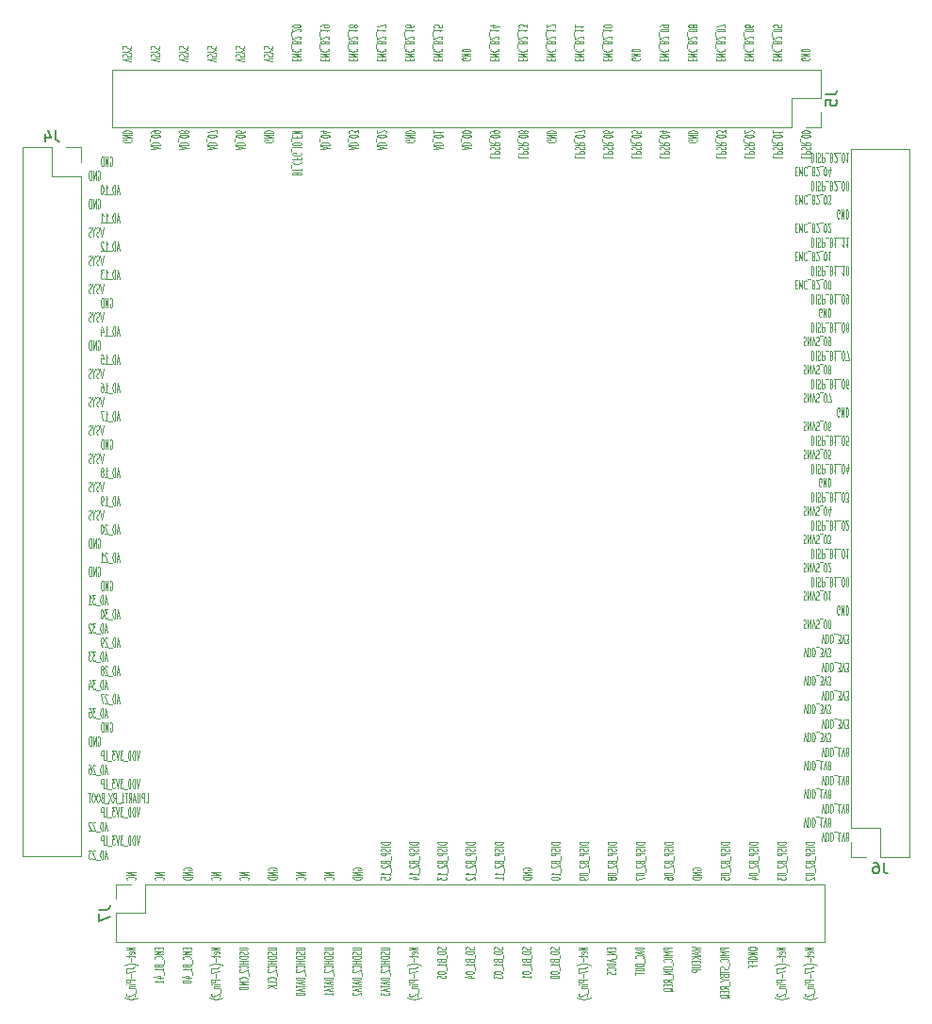
<source format=gbr>
%TF.GenerationSoftware,KiCad,Pcbnew,8.0.4*%
%TF.CreationDate,2024-07-26T01:58:29-07:00*%
%TF.ProjectId,PCBranch,50434272-616e-4636-982e-6b696361645f,rev?*%
%TF.SameCoordinates,Original*%
%TF.FileFunction,Legend,Bot*%
%TF.FilePolarity,Positive*%
%FSLAX46Y46*%
G04 Gerber Fmt 4.6, Leading zero omitted, Abs format (unit mm)*
G04 Created by KiCad (PCBNEW 8.0.4) date 2024-07-26 01:58:29*
%MOMM*%
%LPD*%
G01*
G04 APERTURE LIST*
%ADD10C,0.100000*%
%ADD11C,0.150000*%
%ADD12C,0.120000*%
G04 APERTURE END LIST*
D10*
X15356433Y-88331027D02*
X14567433Y-88331027D01*
X14567433Y-88331027D02*
X15356433Y-88559598D01*
X15356433Y-88559598D02*
X14567433Y-88559598D01*
X15318862Y-88902456D02*
X15356433Y-88864360D01*
X15356433Y-88864360D02*
X15356433Y-88788170D01*
X15356433Y-88788170D02*
X15318862Y-88750075D01*
X15318862Y-88750075D02*
X15243719Y-88731027D01*
X15243719Y-88731027D02*
X14943147Y-88731027D01*
X14943147Y-88731027D02*
X14868004Y-88750075D01*
X14868004Y-88750075D02*
X14830433Y-88788170D01*
X14830433Y-88788170D02*
X14830433Y-88864360D01*
X14830433Y-88864360D02*
X14868004Y-88902456D01*
X14868004Y-88902456D02*
X14943147Y-88921503D01*
X14943147Y-88921503D02*
X15018290Y-88921503D01*
X15018290Y-88921503D02*
X15093433Y-88731027D01*
X14830433Y-89035789D02*
X14830433Y-89188170D01*
X14567433Y-89092932D02*
X15243719Y-89092932D01*
X15243719Y-89092932D02*
X15318862Y-89111979D01*
X15318862Y-89111979D02*
X15356433Y-89150074D01*
X15356433Y-89150074D02*
X15356433Y-89188170D01*
X15055862Y-89321503D02*
X15055862Y-89626265D01*
X15657004Y-89931026D02*
X15619433Y-89911979D01*
X15619433Y-89911979D02*
X15506719Y-89873883D01*
X15506719Y-89873883D02*
X15431576Y-89854836D01*
X15431576Y-89854836D02*
X15318862Y-89835788D01*
X15318862Y-89835788D02*
X15131004Y-89816741D01*
X15131004Y-89816741D02*
X14980719Y-89816741D01*
X14980719Y-89816741D02*
X14792862Y-89835788D01*
X14792862Y-89835788D02*
X14680147Y-89854836D01*
X14680147Y-89854836D02*
X14605004Y-89873883D01*
X14605004Y-89873883D02*
X14492290Y-89911979D01*
X14492290Y-89911979D02*
X14454719Y-89931026D01*
X14567433Y-90197693D02*
X15131004Y-90197693D01*
X15131004Y-90197693D02*
X15243719Y-90178646D01*
X15243719Y-90178646D02*
X15318862Y-90140550D01*
X15318862Y-90140550D02*
X15356433Y-90083408D01*
X15356433Y-90083408D02*
X15356433Y-90045312D01*
X14567433Y-90350074D02*
X14567433Y-90616741D01*
X14567433Y-90616741D02*
X15356433Y-90445312D01*
X15055862Y-90769122D02*
X15055862Y-91073884D01*
X15356433Y-91264360D02*
X14567433Y-91264360D01*
X14567433Y-91264360D02*
X14567433Y-91416741D01*
X14567433Y-91416741D02*
X14605004Y-91454836D01*
X14605004Y-91454836D02*
X14642576Y-91473883D01*
X14642576Y-91473883D02*
X14717719Y-91492931D01*
X14717719Y-91492931D02*
X14830433Y-91492931D01*
X14830433Y-91492931D02*
X14905576Y-91473883D01*
X14905576Y-91473883D02*
X14943147Y-91454836D01*
X14943147Y-91454836D02*
X14980719Y-91416741D01*
X14980719Y-91416741D02*
X14980719Y-91264360D01*
X15356433Y-91664360D02*
X14830433Y-91664360D01*
X14567433Y-91664360D02*
X14605004Y-91645312D01*
X14605004Y-91645312D02*
X14642576Y-91664360D01*
X14642576Y-91664360D02*
X14605004Y-91683407D01*
X14605004Y-91683407D02*
X14567433Y-91664360D01*
X14567433Y-91664360D02*
X14642576Y-91664360D01*
X14830433Y-91854836D02*
X15356433Y-91854836D01*
X14905576Y-91854836D02*
X14868004Y-91873883D01*
X14868004Y-91873883D02*
X14830433Y-91911978D01*
X14830433Y-91911978D02*
X14830433Y-91969121D01*
X14830433Y-91969121D02*
X14868004Y-92007217D01*
X14868004Y-92007217D02*
X14943147Y-92026264D01*
X14943147Y-92026264D02*
X15356433Y-92026264D01*
X15431576Y-92121503D02*
X15431576Y-92426264D01*
X14642576Y-92502455D02*
X14605004Y-92521503D01*
X14605004Y-92521503D02*
X14567433Y-92559598D01*
X14567433Y-92559598D02*
X14567433Y-92654836D01*
X14567433Y-92654836D02*
X14605004Y-92692931D01*
X14605004Y-92692931D02*
X14642576Y-92711979D01*
X14642576Y-92711979D02*
X14717719Y-92731026D01*
X14717719Y-92731026D02*
X14792862Y-92731026D01*
X14792862Y-92731026D02*
X14905576Y-92711979D01*
X14905576Y-92711979D02*
X15356433Y-92483407D01*
X15356433Y-92483407D02*
X15356433Y-92731026D01*
X15657004Y-92864359D02*
X15619433Y-92883407D01*
X15619433Y-92883407D02*
X15506719Y-92921502D01*
X15506719Y-92921502D02*
X15431576Y-92940550D01*
X15431576Y-92940550D02*
X15318862Y-92959597D01*
X15318862Y-92959597D02*
X15131004Y-92978645D01*
X15131004Y-92978645D02*
X14980719Y-92978645D01*
X14980719Y-92978645D02*
X14792862Y-92959597D01*
X14792862Y-92959597D02*
X14680147Y-92940550D01*
X14680147Y-92940550D02*
X14605004Y-92921502D01*
X14605004Y-92921502D02*
X14492290Y-92883407D01*
X14492290Y-92883407D02*
X14454719Y-92864359D01*
X17483639Y-88331027D02*
X17483639Y-88464360D01*
X17896925Y-88521503D02*
X17896925Y-88331027D01*
X17896925Y-88331027D02*
X17107925Y-88331027D01*
X17107925Y-88331027D02*
X17107925Y-88521503D01*
X17896925Y-88692932D02*
X17107925Y-88692932D01*
X17107925Y-88692932D02*
X17671496Y-88826265D01*
X17671496Y-88826265D02*
X17107925Y-88959598D01*
X17107925Y-88959598D02*
X17896925Y-88959598D01*
X17821782Y-89378646D02*
X17859354Y-89359598D01*
X17859354Y-89359598D02*
X17896925Y-89302456D01*
X17896925Y-89302456D02*
X17896925Y-89264360D01*
X17896925Y-89264360D02*
X17859354Y-89207217D01*
X17859354Y-89207217D02*
X17784211Y-89169122D01*
X17784211Y-89169122D02*
X17709068Y-89150075D01*
X17709068Y-89150075D02*
X17558782Y-89131027D01*
X17558782Y-89131027D02*
X17446068Y-89131027D01*
X17446068Y-89131027D02*
X17295782Y-89150075D01*
X17295782Y-89150075D02*
X17220639Y-89169122D01*
X17220639Y-89169122D02*
X17145496Y-89207217D01*
X17145496Y-89207217D02*
X17107925Y-89264360D01*
X17107925Y-89264360D02*
X17107925Y-89302456D01*
X17107925Y-89302456D02*
X17145496Y-89359598D01*
X17145496Y-89359598D02*
X17183068Y-89378646D01*
X17972068Y-89454837D02*
X17972068Y-89759598D01*
X17483639Y-89988170D02*
X17521211Y-90045313D01*
X17521211Y-90045313D02*
X17558782Y-90064360D01*
X17558782Y-90064360D02*
X17633925Y-90083408D01*
X17633925Y-90083408D02*
X17746639Y-90083408D01*
X17746639Y-90083408D02*
X17821782Y-90064360D01*
X17821782Y-90064360D02*
X17859354Y-90045313D01*
X17859354Y-90045313D02*
X17896925Y-90007218D01*
X17896925Y-90007218D02*
X17896925Y-89854837D01*
X17896925Y-89854837D02*
X17107925Y-89854837D01*
X17107925Y-89854837D02*
X17107925Y-89988170D01*
X17107925Y-89988170D02*
X17145496Y-90026265D01*
X17145496Y-90026265D02*
X17183068Y-90045313D01*
X17183068Y-90045313D02*
X17258211Y-90064360D01*
X17258211Y-90064360D02*
X17333354Y-90064360D01*
X17333354Y-90064360D02*
X17408496Y-90045313D01*
X17408496Y-90045313D02*
X17446068Y-90026265D01*
X17446068Y-90026265D02*
X17483639Y-89988170D01*
X17483639Y-89988170D02*
X17483639Y-89854837D01*
X17896925Y-90464360D02*
X17896925Y-90235789D01*
X17896925Y-90350075D02*
X17107925Y-90350075D01*
X17107925Y-90350075D02*
X17220639Y-90311979D01*
X17220639Y-90311979D02*
X17295782Y-90273884D01*
X17295782Y-90273884D02*
X17333354Y-90235789D01*
X17972068Y-90540551D02*
X17972068Y-90845312D01*
X17370925Y-91111979D02*
X17896925Y-91111979D01*
X17070354Y-91016741D02*
X17633925Y-90921503D01*
X17633925Y-90921503D02*
X17633925Y-91169122D01*
X17896925Y-91531026D02*
X17896925Y-91302455D01*
X17896925Y-91416741D02*
X17107925Y-91416741D01*
X17107925Y-91416741D02*
X17220639Y-91378645D01*
X17220639Y-91378645D02*
X17295782Y-91340550D01*
X17295782Y-91340550D02*
X17333354Y-91302455D01*
X20024131Y-88331027D02*
X20024131Y-88464360D01*
X20437417Y-88521503D02*
X20437417Y-88331027D01*
X20437417Y-88331027D02*
X19648417Y-88331027D01*
X19648417Y-88331027D02*
X19648417Y-88521503D01*
X20437417Y-88692932D02*
X19648417Y-88692932D01*
X19648417Y-88692932D02*
X20211988Y-88826265D01*
X20211988Y-88826265D02*
X19648417Y-88959598D01*
X19648417Y-88959598D02*
X20437417Y-88959598D01*
X20362274Y-89378646D02*
X20399846Y-89359598D01*
X20399846Y-89359598D02*
X20437417Y-89302456D01*
X20437417Y-89302456D02*
X20437417Y-89264360D01*
X20437417Y-89264360D02*
X20399846Y-89207217D01*
X20399846Y-89207217D02*
X20324703Y-89169122D01*
X20324703Y-89169122D02*
X20249560Y-89150075D01*
X20249560Y-89150075D02*
X20099274Y-89131027D01*
X20099274Y-89131027D02*
X19986560Y-89131027D01*
X19986560Y-89131027D02*
X19836274Y-89150075D01*
X19836274Y-89150075D02*
X19761131Y-89169122D01*
X19761131Y-89169122D02*
X19685988Y-89207217D01*
X19685988Y-89207217D02*
X19648417Y-89264360D01*
X19648417Y-89264360D02*
X19648417Y-89302456D01*
X19648417Y-89302456D02*
X19685988Y-89359598D01*
X19685988Y-89359598D02*
X19723560Y-89378646D01*
X20512560Y-89454837D02*
X20512560Y-89759598D01*
X20024131Y-89988170D02*
X20061703Y-90045313D01*
X20061703Y-90045313D02*
X20099274Y-90064360D01*
X20099274Y-90064360D02*
X20174417Y-90083408D01*
X20174417Y-90083408D02*
X20287131Y-90083408D01*
X20287131Y-90083408D02*
X20362274Y-90064360D01*
X20362274Y-90064360D02*
X20399846Y-90045313D01*
X20399846Y-90045313D02*
X20437417Y-90007218D01*
X20437417Y-90007218D02*
X20437417Y-89854837D01*
X20437417Y-89854837D02*
X19648417Y-89854837D01*
X19648417Y-89854837D02*
X19648417Y-89988170D01*
X19648417Y-89988170D02*
X19685988Y-90026265D01*
X19685988Y-90026265D02*
X19723560Y-90045313D01*
X19723560Y-90045313D02*
X19798703Y-90064360D01*
X19798703Y-90064360D02*
X19873846Y-90064360D01*
X19873846Y-90064360D02*
X19948988Y-90045313D01*
X19948988Y-90045313D02*
X19986560Y-90026265D01*
X19986560Y-90026265D02*
X20024131Y-89988170D01*
X20024131Y-89988170D02*
X20024131Y-89854837D01*
X20437417Y-90464360D02*
X20437417Y-90235789D01*
X20437417Y-90350075D02*
X19648417Y-90350075D01*
X19648417Y-90350075D02*
X19761131Y-90311979D01*
X19761131Y-90311979D02*
X19836274Y-90273884D01*
X19836274Y-90273884D02*
X19873846Y-90235789D01*
X20512560Y-90540551D02*
X20512560Y-90845312D01*
X19911417Y-91111979D02*
X20437417Y-91111979D01*
X19610846Y-91016741D02*
X20174417Y-90921503D01*
X20174417Y-90921503D02*
X20174417Y-91169122D01*
X19648417Y-91397693D02*
X19648417Y-91435788D01*
X19648417Y-91435788D02*
X19685988Y-91473884D01*
X19685988Y-91473884D02*
X19723560Y-91492931D01*
X19723560Y-91492931D02*
X19798703Y-91511979D01*
X19798703Y-91511979D02*
X19948988Y-91531026D01*
X19948988Y-91531026D02*
X20136846Y-91531026D01*
X20136846Y-91531026D02*
X20287131Y-91511979D01*
X20287131Y-91511979D02*
X20362274Y-91492931D01*
X20362274Y-91492931D02*
X20399846Y-91473884D01*
X20399846Y-91473884D02*
X20437417Y-91435788D01*
X20437417Y-91435788D02*
X20437417Y-91397693D01*
X20437417Y-91397693D02*
X20399846Y-91359598D01*
X20399846Y-91359598D02*
X20362274Y-91340550D01*
X20362274Y-91340550D02*
X20287131Y-91321503D01*
X20287131Y-91321503D02*
X20136846Y-91302455D01*
X20136846Y-91302455D02*
X19948988Y-91302455D01*
X19948988Y-91302455D02*
X19798703Y-91321503D01*
X19798703Y-91321503D02*
X19723560Y-91340550D01*
X19723560Y-91340550D02*
X19685988Y-91359598D01*
X19685988Y-91359598D02*
X19648417Y-91397693D01*
X22977909Y-88331027D02*
X22188909Y-88331027D01*
X22188909Y-88331027D02*
X22977909Y-88559598D01*
X22977909Y-88559598D02*
X22188909Y-88559598D01*
X22940338Y-88902456D02*
X22977909Y-88864360D01*
X22977909Y-88864360D02*
X22977909Y-88788170D01*
X22977909Y-88788170D02*
X22940338Y-88750075D01*
X22940338Y-88750075D02*
X22865195Y-88731027D01*
X22865195Y-88731027D02*
X22564623Y-88731027D01*
X22564623Y-88731027D02*
X22489480Y-88750075D01*
X22489480Y-88750075D02*
X22451909Y-88788170D01*
X22451909Y-88788170D02*
X22451909Y-88864360D01*
X22451909Y-88864360D02*
X22489480Y-88902456D01*
X22489480Y-88902456D02*
X22564623Y-88921503D01*
X22564623Y-88921503D02*
X22639766Y-88921503D01*
X22639766Y-88921503D02*
X22714909Y-88731027D01*
X22451909Y-89035789D02*
X22451909Y-89188170D01*
X22188909Y-89092932D02*
X22865195Y-89092932D01*
X22865195Y-89092932D02*
X22940338Y-89111979D01*
X22940338Y-89111979D02*
X22977909Y-89150074D01*
X22977909Y-89150074D02*
X22977909Y-89188170D01*
X22677338Y-89321503D02*
X22677338Y-89626265D01*
X23278480Y-89931026D02*
X23240909Y-89911979D01*
X23240909Y-89911979D02*
X23128195Y-89873883D01*
X23128195Y-89873883D02*
X23053052Y-89854836D01*
X23053052Y-89854836D02*
X22940338Y-89835788D01*
X22940338Y-89835788D02*
X22752480Y-89816741D01*
X22752480Y-89816741D02*
X22602195Y-89816741D01*
X22602195Y-89816741D02*
X22414338Y-89835788D01*
X22414338Y-89835788D02*
X22301623Y-89854836D01*
X22301623Y-89854836D02*
X22226480Y-89873883D01*
X22226480Y-89873883D02*
X22113766Y-89911979D01*
X22113766Y-89911979D02*
X22076195Y-89931026D01*
X22188909Y-90197693D02*
X22752480Y-90197693D01*
X22752480Y-90197693D02*
X22865195Y-90178646D01*
X22865195Y-90178646D02*
X22940338Y-90140550D01*
X22940338Y-90140550D02*
X22977909Y-90083408D01*
X22977909Y-90083408D02*
X22977909Y-90045312D01*
X22188909Y-90350074D02*
X22188909Y-90616741D01*
X22188909Y-90616741D02*
X22977909Y-90445312D01*
X22677338Y-90769122D02*
X22677338Y-91073884D01*
X22977909Y-91264360D02*
X22188909Y-91264360D01*
X22188909Y-91264360D02*
X22188909Y-91416741D01*
X22188909Y-91416741D02*
X22226480Y-91454836D01*
X22226480Y-91454836D02*
X22264052Y-91473883D01*
X22264052Y-91473883D02*
X22339195Y-91492931D01*
X22339195Y-91492931D02*
X22451909Y-91492931D01*
X22451909Y-91492931D02*
X22527052Y-91473883D01*
X22527052Y-91473883D02*
X22564623Y-91454836D01*
X22564623Y-91454836D02*
X22602195Y-91416741D01*
X22602195Y-91416741D02*
X22602195Y-91264360D01*
X22977909Y-91664360D02*
X22451909Y-91664360D01*
X22188909Y-91664360D02*
X22226480Y-91645312D01*
X22226480Y-91645312D02*
X22264052Y-91664360D01*
X22264052Y-91664360D02*
X22226480Y-91683407D01*
X22226480Y-91683407D02*
X22188909Y-91664360D01*
X22188909Y-91664360D02*
X22264052Y-91664360D01*
X22451909Y-91854836D02*
X22977909Y-91854836D01*
X22527052Y-91854836D02*
X22489480Y-91873883D01*
X22489480Y-91873883D02*
X22451909Y-91911978D01*
X22451909Y-91911978D02*
X22451909Y-91969121D01*
X22451909Y-91969121D02*
X22489480Y-92007217D01*
X22489480Y-92007217D02*
X22564623Y-92026264D01*
X22564623Y-92026264D02*
X22977909Y-92026264D01*
X23053052Y-92121503D02*
X23053052Y-92426264D01*
X22264052Y-92502455D02*
X22226480Y-92521503D01*
X22226480Y-92521503D02*
X22188909Y-92559598D01*
X22188909Y-92559598D02*
X22188909Y-92654836D01*
X22188909Y-92654836D02*
X22226480Y-92692931D01*
X22226480Y-92692931D02*
X22264052Y-92711979D01*
X22264052Y-92711979D02*
X22339195Y-92731026D01*
X22339195Y-92731026D02*
X22414338Y-92731026D01*
X22414338Y-92731026D02*
X22527052Y-92711979D01*
X22527052Y-92711979D02*
X22977909Y-92483407D01*
X22977909Y-92483407D02*
X22977909Y-92731026D01*
X23278480Y-92864359D02*
X23240909Y-92883407D01*
X23240909Y-92883407D02*
X23128195Y-92921502D01*
X23128195Y-92921502D02*
X23053052Y-92940550D01*
X23053052Y-92940550D02*
X22940338Y-92959597D01*
X22940338Y-92959597D02*
X22752480Y-92978645D01*
X22752480Y-92978645D02*
X22602195Y-92978645D01*
X22602195Y-92978645D02*
X22414338Y-92959597D01*
X22414338Y-92959597D02*
X22301623Y-92940550D01*
X22301623Y-92940550D02*
X22226480Y-92921502D01*
X22226480Y-92921502D02*
X22113766Y-92883407D01*
X22113766Y-92883407D02*
X22076195Y-92864359D01*
X24729401Y-88331027D02*
X25368115Y-88331027D01*
X25368115Y-88331027D02*
X25443258Y-88350074D01*
X25443258Y-88350074D02*
X25480830Y-88369122D01*
X25480830Y-88369122D02*
X25518401Y-88407217D01*
X25518401Y-88407217D02*
X25518401Y-88483408D01*
X25518401Y-88483408D02*
X25480830Y-88521503D01*
X25480830Y-88521503D02*
X25443258Y-88540550D01*
X25443258Y-88540550D02*
X25368115Y-88559598D01*
X25368115Y-88559598D02*
X24729401Y-88559598D01*
X25480830Y-88731027D02*
X25518401Y-88788170D01*
X25518401Y-88788170D02*
X25518401Y-88883408D01*
X25518401Y-88883408D02*
X25480830Y-88921503D01*
X25480830Y-88921503D02*
X25443258Y-88940551D01*
X25443258Y-88940551D02*
X25368115Y-88959598D01*
X25368115Y-88959598D02*
X25292972Y-88959598D01*
X25292972Y-88959598D02*
X25217830Y-88940551D01*
X25217830Y-88940551D02*
X25180258Y-88921503D01*
X25180258Y-88921503D02*
X25142687Y-88883408D01*
X25142687Y-88883408D02*
X25105115Y-88807217D01*
X25105115Y-88807217D02*
X25067544Y-88769122D01*
X25067544Y-88769122D02*
X25029972Y-88750075D01*
X25029972Y-88750075D02*
X24954830Y-88731027D01*
X24954830Y-88731027D02*
X24879687Y-88731027D01*
X24879687Y-88731027D02*
X24804544Y-88750075D01*
X24804544Y-88750075D02*
X24766972Y-88769122D01*
X24766972Y-88769122D02*
X24729401Y-88807217D01*
X24729401Y-88807217D02*
X24729401Y-88902456D01*
X24729401Y-88902456D02*
X24766972Y-88959598D01*
X25518401Y-89131027D02*
X24729401Y-89131027D01*
X24729401Y-89131027D02*
X24729401Y-89226265D01*
X24729401Y-89226265D02*
X24766972Y-89283408D01*
X24766972Y-89283408D02*
X24842115Y-89321503D01*
X24842115Y-89321503D02*
X24917258Y-89340550D01*
X24917258Y-89340550D02*
X25067544Y-89359598D01*
X25067544Y-89359598D02*
X25180258Y-89359598D01*
X25180258Y-89359598D02*
X25330544Y-89340550D01*
X25330544Y-89340550D02*
X25405687Y-89321503D01*
X25405687Y-89321503D02*
X25480830Y-89283408D01*
X25480830Y-89283408D02*
X25518401Y-89226265D01*
X25518401Y-89226265D02*
X25518401Y-89131027D01*
X25518401Y-89531027D02*
X24729401Y-89531027D01*
X25105115Y-89531027D02*
X25105115Y-89759598D01*
X25518401Y-89759598D02*
X24729401Y-89759598D01*
X25443258Y-90178646D02*
X25480830Y-90159598D01*
X25480830Y-90159598D02*
X25518401Y-90102456D01*
X25518401Y-90102456D02*
X25518401Y-90064360D01*
X25518401Y-90064360D02*
X25480830Y-90007217D01*
X25480830Y-90007217D02*
X25405687Y-89969122D01*
X25405687Y-89969122D02*
X25330544Y-89950075D01*
X25330544Y-89950075D02*
X25180258Y-89931027D01*
X25180258Y-89931027D02*
X25067544Y-89931027D01*
X25067544Y-89931027D02*
X24917258Y-89950075D01*
X24917258Y-89950075D02*
X24842115Y-89969122D01*
X24842115Y-89969122D02*
X24766972Y-90007217D01*
X24766972Y-90007217D02*
X24729401Y-90064360D01*
X24729401Y-90064360D02*
X24729401Y-90102456D01*
X24729401Y-90102456D02*
X24766972Y-90159598D01*
X24766972Y-90159598D02*
X24804544Y-90178646D01*
X24804544Y-90331027D02*
X24766972Y-90350075D01*
X24766972Y-90350075D02*
X24729401Y-90388170D01*
X24729401Y-90388170D02*
X24729401Y-90483408D01*
X24729401Y-90483408D02*
X24766972Y-90521503D01*
X24766972Y-90521503D02*
X24804544Y-90540551D01*
X24804544Y-90540551D02*
X24879687Y-90559598D01*
X24879687Y-90559598D02*
X24954830Y-90559598D01*
X24954830Y-90559598D02*
X25067544Y-90540551D01*
X25067544Y-90540551D02*
X25518401Y-90311979D01*
X25518401Y-90311979D02*
X25518401Y-90559598D01*
X25593544Y-90635789D02*
X25593544Y-90940550D01*
X25443258Y-91264360D02*
X25480830Y-91245312D01*
X25480830Y-91245312D02*
X25518401Y-91188170D01*
X25518401Y-91188170D02*
X25518401Y-91150074D01*
X25518401Y-91150074D02*
X25480830Y-91092931D01*
X25480830Y-91092931D02*
X25405687Y-91054836D01*
X25405687Y-91054836D02*
X25330544Y-91035789D01*
X25330544Y-91035789D02*
X25180258Y-91016741D01*
X25180258Y-91016741D02*
X25067544Y-91016741D01*
X25067544Y-91016741D02*
X24917258Y-91035789D01*
X24917258Y-91035789D02*
X24842115Y-91054836D01*
X24842115Y-91054836D02*
X24766972Y-91092931D01*
X24766972Y-91092931D02*
X24729401Y-91150074D01*
X24729401Y-91150074D02*
X24729401Y-91188170D01*
X24729401Y-91188170D02*
X24766972Y-91245312D01*
X24766972Y-91245312D02*
X24804544Y-91264360D01*
X25518401Y-91435789D02*
X24729401Y-91435789D01*
X24729401Y-91435789D02*
X25292972Y-91569122D01*
X25292972Y-91569122D02*
X24729401Y-91702455D01*
X24729401Y-91702455D02*
X25518401Y-91702455D01*
X25518401Y-91892932D02*
X24729401Y-91892932D01*
X24729401Y-91892932D02*
X24729401Y-91988170D01*
X24729401Y-91988170D02*
X24766972Y-92045313D01*
X24766972Y-92045313D02*
X24842115Y-92083408D01*
X24842115Y-92083408D02*
X24917258Y-92102455D01*
X24917258Y-92102455D02*
X25067544Y-92121503D01*
X25067544Y-92121503D02*
X25180258Y-92121503D01*
X25180258Y-92121503D02*
X25330544Y-92102455D01*
X25330544Y-92102455D02*
X25405687Y-92083408D01*
X25405687Y-92083408D02*
X25480830Y-92045313D01*
X25480830Y-92045313D02*
X25518401Y-91988170D01*
X25518401Y-91988170D02*
X25518401Y-91892932D01*
X27269893Y-88331027D02*
X27908607Y-88331027D01*
X27908607Y-88331027D02*
X27983750Y-88350074D01*
X27983750Y-88350074D02*
X28021322Y-88369122D01*
X28021322Y-88369122D02*
X28058893Y-88407217D01*
X28058893Y-88407217D02*
X28058893Y-88483408D01*
X28058893Y-88483408D02*
X28021322Y-88521503D01*
X28021322Y-88521503D02*
X27983750Y-88540550D01*
X27983750Y-88540550D02*
X27908607Y-88559598D01*
X27908607Y-88559598D02*
X27269893Y-88559598D01*
X28021322Y-88731027D02*
X28058893Y-88788170D01*
X28058893Y-88788170D02*
X28058893Y-88883408D01*
X28058893Y-88883408D02*
X28021322Y-88921503D01*
X28021322Y-88921503D02*
X27983750Y-88940551D01*
X27983750Y-88940551D02*
X27908607Y-88959598D01*
X27908607Y-88959598D02*
X27833464Y-88959598D01*
X27833464Y-88959598D02*
X27758322Y-88940551D01*
X27758322Y-88940551D02*
X27720750Y-88921503D01*
X27720750Y-88921503D02*
X27683179Y-88883408D01*
X27683179Y-88883408D02*
X27645607Y-88807217D01*
X27645607Y-88807217D02*
X27608036Y-88769122D01*
X27608036Y-88769122D02*
X27570464Y-88750075D01*
X27570464Y-88750075D02*
X27495322Y-88731027D01*
X27495322Y-88731027D02*
X27420179Y-88731027D01*
X27420179Y-88731027D02*
X27345036Y-88750075D01*
X27345036Y-88750075D02*
X27307464Y-88769122D01*
X27307464Y-88769122D02*
X27269893Y-88807217D01*
X27269893Y-88807217D02*
X27269893Y-88902456D01*
X27269893Y-88902456D02*
X27307464Y-88959598D01*
X28058893Y-89131027D02*
X27269893Y-89131027D01*
X27269893Y-89131027D02*
X27269893Y-89226265D01*
X27269893Y-89226265D02*
X27307464Y-89283408D01*
X27307464Y-89283408D02*
X27382607Y-89321503D01*
X27382607Y-89321503D02*
X27457750Y-89340550D01*
X27457750Y-89340550D02*
X27608036Y-89359598D01*
X27608036Y-89359598D02*
X27720750Y-89359598D01*
X27720750Y-89359598D02*
X27871036Y-89340550D01*
X27871036Y-89340550D02*
X27946179Y-89321503D01*
X27946179Y-89321503D02*
X28021322Y-89283408D01*
X28021322Y-89283408D02*
X28058893Y-89226265D01*
X28058893Y-89226265D02*
X28058893Y-89131027D01*
X28058893Y-89531027D02*
X27269893Y-89531027D01*
X27645607Y-89531027D02*
X27645607Y-89759598D01*
X28058893Y-89759598D02*
X27269893Y-89759598D01*
X27983750Y-90178646D02*
X28021322Y-90159598D01*
X28021322Y-90159598D02*
X28058893Y-90102456D01*
X28058893Y-90102456D02*
X28058893Y-90064360D01*
X28058893Y-90064360D02*
X28021322Y-90007217D01*
X28021322Y-90007217D02*
X27946179Y-89969122D01*
X27946179Y-89969122D02*
X27871036Y-89950075D01*
X27871036Y-89950075D02*
X27720750Y-89931027D01*
X27720750Y-89931027D02*
X27608036Y-89931027D01*
X27608036Y-89931027D02*
X27457750Y-89950075D01*
X27457750Y-89950075D02*
X27382607Y-89969122D01*
X27382607Y-89969122D02*
X27307464Y-90007217D01*
X27307464Y-90007217D02*
X27269893Y-90064360D01*
X27269893Y-90064360D02*
X27269893Y-90102456D01*
X27269893Y-90102456D02*
X27307464Y-90159598D01*
X27307464Y-90159598D02*
X27345036Y-90178646D01*
X27345036Y-90331027D02*
X27307464Y-90350075D01*
X27307464Y-90350075D02*
X27269893Y-90388170D01*
X27269893Y-90388170D02*
X27269893Y-90483408D01*
X27269893Y-90483408D02*
X27307464Y-90521503D01*
X27307464Y-90521503D02*
X27345036Y-90540551D01*
X27345036Y-90540551D02*
X27420179Y-90559598D01*
X27420179Y-90559598D02*
X27495322Y-90559598D01*
X27495322Y-90559598D02*
X27608036Y-90540551D01*
X27608036Y-90540551D02*
X28058893Y-90311979D01*
X28058893Y-90311979D02*
X28058893Y-90559598D01*
X28134036Y-90635789D02*
X28134036Y-90940550D01*
X27983750Y-91264360D02*
X28021322Y-91245312D01*
X28021322Y-91245312D02*
X28058893Y-91188170D01*
X28058893Y-91188170D02*
X28058893Y-91150074D01*
X28058893Y-91150074D02*
X28021322Y-91092931D01*
X28021322Y-91092931D02*
X27946179Y-91054836D01*
X27946179Y-91054836D02*
X27871036Y-91035789D01*
X27871036Y-91035789D02*
X27720750Y-91016741D01*
X27720750Y-91016741D02*
X27608036Y-91016741D01*
X27608036Y-91016741D02*
X27457750Y-91035789D01*
X27457750Y-91035789D02*
X27382607Y-91054836D01*
X27382607Y-91054836D02*
X27307464Y-91092931D01*
X27307464Y-91092931D02*
X27269893Y-91150074D01*
X27269893Y-91150074D02*
X27269893Y-91188170D01*
X27269893Y-91188170D02*
X27307464Y-91245312D01*
X27307464Y-91245312D02*
X27345036Y-91264360D01*
X28058893Y-91626265D02*
X28058893Y-91435789D01*
X28058893Y-91435789D02*
X27269893Y-91435789D01*
X28058893Y-91759599D02*
X27269893Y-91759599D01*
X28058893Y-91988170D02*
X27608036Y-91816741D01*
X27269893Y-91988170D02*
X27720750Y-91759599D01*
X29810385Y-88331027D02*
X30449099Y-88331027D01*
X30449099Y-88331027D02*
X30524242Y-88350074D01*
X30524242Y-88350074D02*
X30561814Y-88369122D01*
X30561814Y-88369122D02*
X30599385Y-88407217D01*
X30599385Y-88407217D02*
X30599385Y-88483408D01*
X30599385Y-88483408D02*
X30561814Y-88521503D01*
X30561814Y-88521503D02*
X30524242Y-88540550D01*
X30524242Y-88540550D02*
X30449099Y-88559598D01*
X30449099Y-88559598D02*
X29810385Y-88559598D01*
X30561814Y-88731027D02*
X30599385Y-88788170D01*
X30599385Y-88788170D02*
X30599385Y-88883408D01*
X30599385Y-88883408D02*
X30561814Y-88921503D01*
X30561814Y-88921503D02*
X30524242Y-88940551D01*
X30524242Y-88940551D02*
X30449099Y-88959598D01*
X30449099Y-88959598D02*
X30373956Y-88959598D01*
X30373956Y-88959598D02*
X30298814Y-88940551D01*
X30298814Y-88940551D02*
X30261242Y-88921503D01*
X30261242Y-88921503D02*
X30223671Y-88883408D01*
X30223671Y-88883408D02*
X30186099Y-88807217D01*
X30186099Y-88807217D02*
X30148528Y-88769122D01*
X30148528Y-88769122D02*
X30110956Y-88750075D01*
X30110956Y-88750075D02*
X30035814Y-88731027D01*
X30035814Y-88731027D02*
X29960671Y-88731027D01*
X29960671Y-88731027D02*
X29885528Y-88750075D01*
X29885528Y-88750075D02*
X29847956Y-88769122D01*
X29847956Y-88769122D02*
X29810385Y-88807217D01*
X29810385Y-88807217D02*
X29810385Y-88902456D01*
X29810385Y-88902456D02*
X29847956Y-88959598D01*
X30599385Y-89131027D02*
X29810385Y-89131027D01*
X29810385Y-89131027D02*
X29810385Y-89226265D01*
X29810385Y-89226265D02*
X29847956Y-89283408D01*
X29847956Y-89283408D02*
X29923099Y-89321503D01*
X29923099Y-89321503D02*
X29998242Y-89340550D01*
X29998242Y-89340550D02*
X30148528Y-89359598D01*
X30148528Y-89359598D02*
X30261242Y-89359598D01*
X30261242Y-89359598D02*
X30411528Y-89340550D01*
X30411528Y-89340550D02*
X30486671Y-89321503D01*
X30486671Y-89321503D02*
X30561814Y-89283408D01*
X30561814Y-89283408D02*
X30599385Y-89226265D01*
X30599385Y-89226265D02*
X30599385Y-89131027D01*
X30599385Y-89531027D02*
X29810385Y-89531027D01*
X30186099Y-89531027D02*
X30186099Y-89759598D01*
X30599385Y-89759598D02*
X29810385Y-89759598D01*
X30524242Y-90178646D02*
X30561814Y-90159598D01*
X30561814Y-90159598D02*
X30599385Y-90102456D01*
X30599385Y-90102456D02*
X30599385Y-90064360D01*
X30599385Y-90064360D02*
X30561814Y-90007217D01*
X30561814Y-90007217D02*
X30486671Y-89969122D01*
X30486671Y-89969122D02*
X30411528Y-89950075D01*
X30411528Y-89950075D02*
X30261242Y-89931027D01*
X30261242Y-89931027D02*
X30148528Y-89931027D01*
X30148528Y-89931027D02*
X29998242Y-89950075D01*
X29998242Y-89950075D02*
X29923099Y-89969122D01*
X29923099Y-89969122D02*
X29847956Y-90007217D01*
X29847956Y-90007217D02*
X29810385Y-90064360D01*
X29810385Y-90064360D02*
X29810385Y-90102456D01*
X29810385Y-90102456D02*
X29847956Y-90159598D01*
X29847956Y-90159598D02*
X29885528Y-90178646D01*
X29885528Y-90331027D02*
X29847956Y-90350075D01*
X29847956Y-90350075D02*
X29810385Y-90388170D01*
X29810385Y-90388170D02*
X29810385Y-90483408D01*
X29810385Y-90483408D02*
X29847956Y-90521503D01*
X29847956Y-90521503D02*
X29885528Y-90540551D01*
X29885528Y-90540551D02*
X29960671Y-90559598D01*
X29960671Y-90559598D02*
X30035814Y-90559598D01*
X30035814Y-90559598D02*
X30148528Y-90540551D01*
X30148528Y-90540551D02*
X30599385Y-90311979D01*
X30599385Y-90311979D02*
X30599385Y-90559598D01*
X30674528Y-90635789D02*
X30674528Y-90940550D01*
X30599385Y-91035789D02*
X29810385Y-91035789D01*
X29810385Y-91035789D02*
X29810385Y-91131027D01*
X29810385Y-91131027D02*
X29847956Y-91188170D01*
X29847956Y-91188170D02*
X29923099Y-91226265D01*
X29923099Y-91226265D02*
X29998242Y-91245312D01*
X29998242Y-91245312D02*
X30148528Y-91264360D01*
X30148528Y-91264360D02*
X30261242Y-91264360D01*
X30261242Y-91264360D02*
X30411528Y-91245312D01*
X30411528Y-91245312D02*
X30486671Y-91226265D01*
X30486671Y-91226265D02*
X30561814Y-91188170D01*
X30561814Y-91188170D02*
X30599385Y-91131027D01*
X30599385Y-91131027D02*
X30599385Y-91035789D01*
X30373956Y-91416741D02*
X30373956Y-91607217D01*
X30599385Y-91378646D02*
X29810385Y-91511979D01*
X29810385Y-91511979D02*
X30599385Y-91645312D01*
X29810385Y-91721503D02*
X29810385Y-91950074D01*
X30599385Y-91835788D02*
X29810385Y-91835788D01*
X30373956Y-92064360D02*
X30373956Y-92254836D01*
X30599385Y-92026265D02*
X29810385Y-92159598D01*
X29810385Y-92159598D02*
X30599385Y-92292931D01*
X29810385Y-92502455D02*
X29810385Y-92540550D01*
X29810385Y-92540550D02*
X29847956Y-92578646D01*
X29847956Y-92578646D02*
X29885528Y-92597693D01*
X29885528Y-92597693D02*
X29960671Y-92616741D01*
X29960671Y-92616741D02*
X30110956Y-92635788D01*
X30110956Y-92635788D02*
X30298814Y-92635788D01*
X30298814Y-92635788D02*
X30449099Y-92616741D01*
X30449099Y-92616741D02*
X30524242Y-92597693D01*
X30524242Y-92597693D02*
X30561814Y-92578646D01*
X30561814Y-92578646D02*
X30599385Y-92540550D01*
X30599385Y-92540550D02*
X30599385Y-92502455D01*
X30599385Y-92502455D02*
X30561814Y-92464360D01*
X30561814Y-92464360D02*
X30524242Y-92445312D01*
X30524242Y-92445312D02*
X30449099Y-92426265D01*
X30449099Y-92426265D02*
X30298814Y-92407217D01*
X30298814Y-92407217D02*
X30110956Y-92407217D01*
X30110956Y-92407217D02*
X29960671Y-92426265D01*
X29960671Y-92426265D02*
X29885528Y-92445312D01*
X29885528Y-92445312D02*
X29847956Y-92464360D01*
X29847956Y-92464360D02*
X29810385Y-92502455D01*
X32350877Y-88331027D02*
X32989591Y-88331027D01*
X32989591Y-88331027D02*
X33064734Y-88350074D01*
X33064734Y-88350074D02*
X33102306Y-88369122D01*
X33102306Y-88369122D02*
X33139877Y-88407217D01*
X33139877Y-88407217D02*
X33139877Y-88483408D01*
X33139877Y-88483408D02*
X33102306Y-88521503D01*
X33102306Y-88521503D02*
X33064734Y-88540550D01*
X33064734Y-88540550D02*
X32989591Y-88559598D01*
X32989591Y-88559598D02*
X32350877Y-88559598D01*
X33102306Y-88731027D02*
X33139877Y-88788170D01*
X33139877Y-88788170D02*
X33139877Y-88883408D01*
X33139877Y-88883408D02*
X33102306Y-88921503D01*
X33102306Y-88921503D02*
X33064734Y-88940551D01*
X33064734Y-88940551D02*
X32989591Y-88959598D01*
X32989591Y-88959598D02*
X32914448Y-88959598D01*
X32914448Y-88959598D02*
X32839306Y-88940551D01*
X32839306Y-88940551D02*
X32801734Y-88921503D01*
X32801734Y-88921503D02*
X32764163Y-88883408D01*
X32764163Y-88883408D02*
X32726591Y-88807217D01*
X32726591Y-88807217D02*
X32689020Y-88769122D01*
X32689020Y-88769122D02*
X32651448Y-88750075D01*
X32651448Y-88750075D02*
X32576306Y-88731027D01*
X32576306Y-88731027D02*
X32501163Y-88731027D01*
X32501163Y-88731027D02*
X32426020Y-88750075D01*
X32426020Y-88750075D02*
X32388448Y-88769122D01*
X32388448Y-88769122D02*
X32350877Y-88807217D01*
X32350877Y-88807217D02*
X32350877Y-88902456D01*
X32350877Y-88902456D02*
X32388448Y-88959598D01*
X33139877Y-89131027D02*
X32350877Y-89131027D01*
X32350877Y-89131027D02*
X32350877Y-89226265D01*
X32350877Y-89226265D02*
X32388448Y-89283408D01*
X32388448Y-89283408D02*
X32463591Y-89321503D01*
X32463591Y-89321503D02*
X32538734Y-89340550D01*
X32538734Y-89340550D02*
X32689020Y-89359598D01*
X32689020Y-89359598D02*
X32801734Y-89359598D01*
X32801734Y-89359598D02*
X32952020Y-89340550D01*
X32952020Y-89340550D02*
X33027163Y-89321503D01*
X33027163Y-89321503D02*
X33102306Y-89283408D01*
X33102306Y-89283408D02*
X33139877Y-89226265D01*
X33139877Y-89226265D02*
X33139877Y-89131027D01*
X33139877Y-89531027D02*
X32350877Y-89531027D01*
X32726591Y-89531027D02*
X32726591Y-89759598D01*
X33139877Y-89759598D02*
X32350877Y-89759598D01*
X33064734Y-90178646D02*
X33102306Y-90159598D01*
X33102306Y-90159598D02*
X33139877Y-90102456D01*
X33139877Y-90102456D02*
X33139877Y-90064360D01*
X33139877Y-90064360D02*
X33102306Y-90007217D01*
X33102306Y-90007217D02*
X33027163Y-89969122D01*
X33027163Y-89969122D02*
X32952020Y-89950075D01*
X32952020Y-89950075D02*
X32801734Y-89931027D01*
X32801734Y-89931027D02*
X32689020Y-89931027D01*
X32689020Y-89931027D02*
X32538734Y-89950075D01*
X32538734Y-89950075D02*
X32463591Y-89969122D01*
X32463591Y-89969122D02*
X32388448Y-90007217D01*
X32388448Y-90007217D02*
X32350877Y-90064360D01*
X32350877Y-90064360D02*
X32350877Y-90102456D01*
X32350877Y-90102456D02*
X32388448Y-90159598D01*
X32388448Y-90159598D02*
X32426020Y-90178646D01*
X32426020Y-90331027D02*
X32388448Y-90350075D01*
X32388448Y-90350075D02*
X32350877Y-90388170D01*
X32350877Y-90388170D02*
X32350877Y-90483408D01*
X32350877Y-90483408D02*
X32388448Y-90521503D01*
X32388448Y-90521503D02*
X32426020Y-90540551D01*
X32426020Y-90540551D02*
X32501163Y-90559598D01*
X32501163Y-90559598D02*
X32576306Y-90559598D01*
X32576306Y-90559598D02*
X32689020Y-90540551D01*
X32689020Y-90540551D02*
X33139877Y-90311979D01*
X33139877Y-90311979D02*
X33139877Y-90559598D01*
X33215020Y-90635789D02*
X33215020Y-90940550D01*
X33139877Y-91035789D02*
X32350877Y-91035789D01*
X32350877Y-91035789D02*
X32350877Y-91131027D01*
X32350877Y-91131027D02*
X32388448Y-91188170D01*
X32388448Y-91188170D02*
X32463591Y-91226265D01*
X32463591Y-91226265D02*
X32538734Y-91245312D01*
X32538734Y-91245312D02*
X32689020Y-91264360D01*
X32689020Y-91264360D02*
X32801734Y-91264360D01*
X32801734Y-91264360D02*
X32952020Y-91245312D01*
X32952020Y-91245312D02*
X33027163Y-91226265D01*
X33027163Y-91226265D02*
X33102306Y-91188170D01*
X33102306Y-91188170D02*
X33139877Y-91131027D01*
X33139877Y-91131027D02*
X33139877Y-91035789D01*
X32914448Y-91416741D02*
X32914448Y-91607217D01*
X33139877Y-91378646D02*
X32350877Y-91511979D01*
X32350877Y-91511979D02*
X33139877Y-91645312D01*
X32350877Y-91721503D02*
X32350877Y-91950074D01*
X33139877Y-91835788D02*
X32350877Y-91835788D01*
X32914448Y-92064360D02*
X32914448Y-92254836D01*
X33139877Y-92026265D02*
X32350877Y-92159598D01*
X32350877Y-92159598D02*
X33139877Y-92292931D01*
X33139877Y-92635788D02*
X33139877Y-92407217D01*
X33139877Y-92521503D02*
X32350877Y-92521503D01*
X32350877Y-92521503D02*
X32463591Y-92483407D01*
X32463591Y-92483407D02*
X32538734Y-92445312D01*
X32538734Y-92445312D02*
X32576306Y-92407217D01*
X34891369Y-88331027D02*
X35530083Y-88331027D01*
X35530083Y-88331027D02*
X35605226Y-88350074D01*
X35605226Y-88350074D02*
X35642798Y-88369122D01*
X35642798Y-88369122D02*
X35680369Y-88407217D01*
X35680369Y-88407217D02*
X35680369Y-88483408D01*
X35680369Y-88483408D02*
X35642798Y-88521503D01*
X35642798Y-88521503D02*
X35605226Y-88540550D01*
X35605226Y-88540550D02*
X35530083Y-88559598D01*
X35530083Y-88559598D02*
X34891369Y-88559598D01*
X35642798Y-88731027D02*
X35680369Y-88788170D01*
X35680369Y-88788170D02*
X35680369Y-88883408D01*
X35680369Y-88883408D02*
X35642798Y-88921503D01*
X35642798Y-88921503D02*
X35605226Y-88940551D01*
X35605226Y-88940551D02*
X35530083Y-88959598D01*
X35530083Y-88959598D02*
X35454940Y-88959598D01*
X35454940Y-88959598D02*
X35379798Y-88940551D01*
X35379798Y-88940551D02*
X35342226Y-88921503D01*
X35342226Y-88921503D02*
X35304655Y-88883408D01*
X35304655Y-88883408D02*
X35267083Y-88807217D01*
X35267083Y-88807217D02*
X35229512Y-88769122D01*
X35229512Y-88769122D02*
X35191940Y-88750075D01*
X35191940Y-88750075D02*
X35116798Y-88731027D01*
X35116798Y-88731027D02*
X35041655Y-88731027D01*
X35041655Y-88731027D02*
X34966512Y-88750075D01*
X34966512Y-88750075D02*
X34928940Y-88769122D01*
X34928940Y-88769122D02*
X34891369Y-88807217D01*
X34891369Y-88807217D02*
X34891369Y-88902456D01*
X34891369Y-88902456D02*
X34928940Y-88959598D01*
X35680369Y-89131027D02*
X34891369Y-89131027D01*
X34891369Y-89131027D02*
X34891369Y-89226265D01*
X34891369Y-89226265D02*
X34928940Y-89283408D01*
X34928940Y-89283408D02*
X35004083Y-89321503D01*
X35004083Y-89321503D02*
X35079226Y-89340550D01*
X35079226Y-89340550D02*
X35229512Y-89359598D01*
X35229512Y-89359598D02*
X35342226Y-89359598D01*
X35342226Y-89359598D02*
X35492512Y-89340550D01*
X35492512Y-89340550D02*
X35567655Y-89321503D01*
X35567655Y-89321503D02*
X35642798Y-89283408D01*
X35642798Y-89283408D02*
X35680369Y-89226265D01*
X35680369Y-89226265D02*
X35680369Y-89131027D01*
X35680369Y-89531027D02*
X34891369Y-89531027D01*
X35267083Y-89531027D02*
X35267083Y-89759598D01*
X35680369Y-89759598D02*
X34891369Y-89759598D01*
X35605226Y-90178646D02*
X35642798Y-90159598D01*
X35642798Y-90159598D02*
X35680369Y-90102456D01*
X35680369Y-90102456D02*
X35680369Y-90064360D01*
X35680369Y-90064360D02*
X35642798Y-90007217D01*
X35642798Y-90007217D02*
X35567655Y-89969122D01*
X35567655Y-89969122D02*
X35492512Y-89950075D01*
X35492512Y-89950075D02*
X35342226Y-89931027D01*
X35342226Y-89931027D02*
X35229512Y-89931027D01*
X35229512Y-89931027D02*
X35079226Y-89950075D01*
X35079226Y-89950075D02*
X35004083Y-89969122D01*
X35004083Y-89969122D02*
X34928940Y-90007217D01*
X34928940Y-90007217D02*
X34891369Y-90064360D01*
X34891369Y-90064360D02*
X34891369Y-90102456D01*
X34891369Y-90102456D02*
X34928940Y-90159598D01*
X34928940Y-90159598D02*
X34966512Y-90178646D01*
X34966512Y-90331027D02*
X34928940Y-90350075D01*
X34928940Y-90350075D02*
X34891369Y-90388170D01*
X34891369Y-90388170D02*
X34891369Y-90483408D01*
X34891369Y-90483408D02*
X34928940Y-90521503D01*
X34928940Y-90521503D02*
X34966512Y-90540551D01*
X34966512Y-90540551D02*
X35041655Y-90559598D01*
X35041655Y-90559598D02*
X35116798Y-90559598D01*
X35116798Y-90559598D02*
X35229512Y-90540551D01*
X35229512Y-90540551D02*
X35680369Y-90311979D01*
X35680369Y-90311979D02*
X35680369Y-90559598D01*
X35755512Y-90635789D02*
X35755512Y-90940550D01*
X35680369Y-91035789D02*
X34891369Y-91035789D01*
X34891369Y-91035789D02*
X34891369Y-91131027D01*
X34891369Y-91131027D02*
X34928940Y-91188170D01*
X34928940Y-91188170D02*
X35004083Y-91226265D01*
X35004083Y-91226265D02*
X35079226Y-91245312D01*
X35079226Y-91245312D02*
X35229512Y-91264360D01*
X35229512Y-91264360D02*
X35342226Y-91264360D01*
X35342226Y-91264360D02*
X35492512Y-91245312D01*
X35492512Y-91245312D02*
X35567655Y-91226265D01*
X35567655Y-91226265D02*
X35642798Y-91188170D01*
X35642798Y-91188170D02*
X35680369Y-91131027D01*
X35680369Y-91131027D02*
X35680369Y-91035789D01*
X35454940Y-91416741D02*
X35454940Y-91607217D01*
X35680369Y-91378646D02*
X34891369Y-91511979D01*
X34891369Y-91511979D02*
X35680369Y-91645312D01*
X34891369Y-91721503D02*
X34891369Y-91950074D01*
X35680369Y-91835788D02*
X34891369Y-91835788D01*
X35454940Y-92064360D02*
X35454940Y-92254836D01*
X35680369Y-92026265D02*
X34891369Y-92159598D01*
X34891369Y-92159598D02*
X35680369Y-92292931D01*
X34966512Y-92407217D02*
X34928940Y-92426265D01*
X34928940Y-92426265D02*
X34891369Y-92464360D01*
X34891369Y-92464360D02*
X34891369Y-92559598D01*
X34891369Y-92559598D02*
X34928940Y-92597693D01*
X34928940Y-92597693D02*
X34966512Y-92616741D01*
X34966512Y-92616741D02*
X35041655Y-92635788D01*
X35041655Y-92635788D02*
X35116798Y-92635788D01*
X35116798Y-92635788D02*
X35229512Y-92616741D01*
X35229512Y-92616741D02*
X35680369Y-92388169D01*
X35680369Y-92388169D02*
X35680369Y-92635788D01*
X37431861Y-88331027D02*
X38070575Y-88331027D01*
X38070575Y-88331027D02*
X38145718Y-88350074D01*
X38145718Y-88350074D02*
X38183290Y-88369122D01*
X38183290Y-88369122D02*
X38220861Y-88407217D01*
X38220861Y-88407217D02*
X38220861Y-88483408D01*
X38220861Y-88483408D02*
X38183290Y-88521503D01*
X38183290Y-88521503D02*
X38145718Y-88540550D01*
X38145718Y-88540550D02*
X38070575Y-88559598D01*
X38070575Y-88559598D02*
X37431861Y-88559598D01*
X38183290Y-88731027D02*
X38220861Y-88788170D01*
X38220861Y-88788170D02*
X38220861Y-88883408D01*
X38220861Y-88883408D02*
X38183290Y-88921503D01*
X38183290Y-88921503D02*
X38145718Y-88940551D01*
X38145718Y-88940551D02*
X38070575Y-88959598D01*
X38070575Y-88959598D02*
X37995432Y-88959598D01*
X37995432Y-88959598D02*
X37920290Y-88940551D01*
X37920290Y-88940551D02*
X37882718Y-88921503D01*
X37882718Y-88921503D02*
X37845147Y-88883408D01*
X37845147Y-88883408D02*
X37807575Y-88807217D01*
X37807575Y-88807217D02*
X37770004Y-88769122D01*
X37770004Y-88769122D02*
X37732432Y-88750075D01*
X37732432Y-88750075D02*
X37657290Y-88731027D01*
X37657290Y-88731027D02*
X37582147Y-88731027D01*
X37582147Y-88731027D02*
X37507004Y-88750075D01*
X37507004Y-88750075D02*
X37469432Y-88769122D01*
X37469432Y-88769122D02*
X37431861Y-88807217D01*
X37431861Y-88807217D02*
X37431861Y-88902456D01*
X37431861Y-88902456D02*
X37469432Y-88959598D01*
X38220861Y-89131027D02*
X37431861Y-89131027D01*
X37431861Y-89131027D02*
X37431861Y-89226265D01*
X37431861Y-89226265D02*
X37469432Y-89283408D01*
X37469432Y-89283408D02*
X37544575Y-89321503D01*
X37544575Y-89321503D02*
X37619718Y-89340550D01*
X37619718Y-89340550D02*
X37770004Y-89359598D01*
X37770004Y-89359598D02*
X37882718Y-89359598D01*
X37882718Y-89359598D02*
X38033004Y-89340550D01*
X38033004Y-89340550D02*
X38108147Y-89321503D01*
X38108147Y-89321503D02*
X38183290Y-89283408D01*
X38183290Y-89283408D02*
X38220861Y-89226265D01*
X38220861Y-89226265D02*
X38220861Y-89131027D01*
X38220861Y-89531027D02*
X37431861Y-89531027D01*
X37807575Y-89531027D02*
X37807575Y-89759598D01*
X38220861Y-89759598D02*
X37431861Y-89759598D01*
X38145718Y-90178646D02*
X38183290Y-90159598D01*
X38183290Y-90159598D02*
X38220861Y-90102456D01*
X38220861Y-90102456D02*
X38220861Y-90064360D01*
X38220861Y-90064360D02*
X38183290Y-90007217D01*
X38183290Y-90007217D02*
X38108147Y-89969122D01*
X38108147Y-89969122D02*
X38033004Y-89950075D01*
X38033004Y-89950075D02*
X37882718Y-89931027D01*
X37882718Y-89931027D02*
X37770004Y-89931027D01*
X37770004Y-89931027D02*
X37619718Y-89950075D01*
X37619718Y-89950075D02*
X37544575Y-89969122D01*
X37544575Y-89969122D02*
X37469432Y-90007217D01*
X37469432Y-90007217D02*
X37431861Y-90064360D01*
X37431861Y-90064360D02*
X37431861Y-90102456D01*
X37431861Y-90102456D02*
X37469432Y-90159598D01*
X37469432Y-90159598D02*
X37507004Y-90178646D01*
X37507004Y-90331027D02*
X37469432Y-90350075D01*
X37469432Y-90350075D02*
X37431861Y-90388170D01*
X37431861Y-90388170D02*
X37431861Y-90483408D01*
X37431861Y-90483408D02*
X37469432Y-90521503D01*
X37469432Y-90521503D02*
X37507004Y-90540551D01*
X37507004Y-90540551D02*
X37582147Y-90559598D01*
X37582147Y-90559598D02*
X37657290Y-90559598D01*
X37657290Y-90559598D02*
X37770004Y-90540551D01*
X37770004Y-90540551D02*
X38220861Y-90311979D01*
X38220861Y-90311979D02*
X38220861Y-90559598D01*
X38296004Y-90635789D02*
X38296004Y-90940550D01*
X38220861Y-91035789D02*
X37431861Y-91035789D01*
X37431861Y-91035789D02*
X37431861Y-91131027D01*
X37431861Y-91131027D02*
X37469432Y-91188170D01*
X37469432Y-91188170D02*
X37544575Y-91226265D01*
X37544575Y-91226265D02*
X37619718Y-91245312D01*
X37619718Y-91245312D02*
X37770004Y-91264360D01*
X37770004Y-91264360D02*
X37882718Y-91264360D01*
X37882718Y-91264360D02*
X38033004Y-91245312D01*
X38033004Y-91245312D02*
X38108147Y-91226265D01*
X38108147Y-91226265D02*
X38183290Y-91188170D01*
X38183290Y-91188170D02*
X38220861Y-91131027D01*
X38220861Y-91131027D02*
X38220861Y-91035789D01*
X37995432Y-91416741D02*
X37995432Y-91607217D01*
X38220861Y-91378646D02*
X37431861Y-91511979D01*
X37431861Y-91511979D02*
X38220861Y-91645312D01*
X37431861Y-91721503D02*
X37431861Y-91950074D01*
X38220861Y-91835788D02*
X37431861Y-91835788D01*
X37995432Y-92064360D02*
X37995432Y-92254836D01*
X38220861Y-92026265D02*
X37431861Y-92159598D01*
X37431861Y-92159598D02*
X38220861Y-92292931D01*
X37431861Y-92388169D02*
X37431861Y-92635788D01*
X37431861Y-92635788D02*
X37732432Y-92502455D01*
X37732432Y-92502455D02*
X37732432Y-92559598D01*
X37732432Y-92559598D02*
X37770004Y-92597693D01*
X37770004Y-92597693D02*
X37807575Y-92616741D01*
X37807575Y-92616741D02*
X37882718Y-92635788D01*
X37882718Y-92635788D02*
X38070575Y-92635788D01*
X38070575Y-92635788D02*
X38145718Y-92616741D01*
X38145718Y-92616741D02*
X38183290Y-92597693D01*
X38183290Y-92597693D02*
X38220861Y-92559598D01*
X38220861Y-92559598D02*
X38220861Y-92445312D01*
X38220861Y-92445312D02*
X38183290Y-92407217D01*
X38183290Y-92407217D02*
X38145718Y-92388169D01*
X40761353Y-88331027D02*
X39972353Y-88331027D01*
X39972353Y-88331027D02*
X40761353Y-88559598D01*
X40761353Y-88559598D02*
X39972353Y-88559598D01*
X40723782Y-88902456D02*
X40761353Y-88864360D01*
X40761353Y-88864360D02*
X40761353Y-88788170D01*
X40761353Y-88788170D02*
X40723782Y-88750075D01*
X40723782Y-88750075D02*
X40648639Y-88731027D01*
X40648639Y-88731027D02*
X40348067Y-88731027D01*
X40348067Y-88731027D02*
X40272924Y-88750075D01*
X40272924Y-88750075D02*
X40235353Y-88788170D01*
X40235353Y-88788170D02*
X40235353Y-88864360D01*
X40235353Y-88864360D02*
X40272924Y-88902456D01*
X40272924Y-88902456D02*
X40348067Y-88921503D01*
X40348067Y-88921503D02*
X40423210Y-88921503D01*
X40423210Y-88921503D02*
X40498353Y-88731027D01*
X40235353Y-89035789D02*
X40235353Y-89188170D01*
X39972353Y-89092932D02*
X40648639Y-89092932D01*
X40648639Y-89092932D02*
X40723782Y-89111979D01*
X40723782Y-89111979D02*
X40761353Y-89150074D01*
X40761353Y-89150074D02*
X40761353Y-89188170D01*
X40460782Y-89321503D02*
X40460782Y-89626265D01*
X41061924Y-89931026D02*
X41024353Y-89911979D01*
X41024353Y-89911979D02*
X40911639Y-89873883D01*
X40911639Y-89873883D02*
X40836496Y-89854836D01*
X40836496Y-89854836D02*
X40723782Y-89835788D01*
X40723782Y-89835788D02*
X40535924Y-89816741D01*
X40535924Y-89816741D02*
X40385639Y-89816741D01*
X40385639Y-89816741D02*
X40197782Y-89835788D01*
X40197782Y-89835788D02*
X40085067Y-89854836D01*
X40085067Y-89854836D02*
X40009924Y-89873883D01*
X40009924Y-89873883D02*
X39897210Y-89911979D01*
X39897210Y-89911979D02*
X39859639Y-89931026D01*
X39972353Y-90197693D02*
X40535924Y-90197693D01*
X40535924Y-90197693D02*
X40648639Y-90178646D01*
X40648639Y-90178646D02*
X40723782Y-90140550D01*
X40723782Y-90140550D02*
X40761353Y-90083408D01*
X40761353Y-90083408D02*
X40761353Y-90045312D01*
X39972353Y-90350074D02*
X39972353Y-90616741D01*
X39972353Y-90616741D02*
X40761353Y-90445312D01*
X40460782Y-90769122D02*
X40460782Y-91073884D01*
X40761353Y-91264360D02*
X39972353Y-91264360D01*
X39972353Y-91264360D02*
X39972353Y-91416741D01*
X39972353Y-91416741D02*
X40009924Y-91454836D01*
X40009924Y-91454836D02*
X40047496Y-91473883D01*
X40047496Y-91473883D02*
X40122639Y-91492931D01*
X40122639Y-91492931D02*
X40235353Y-91492931D01*
X40235353Y-91492931D02*
X40310496Y-91473883D01*
X40310496Y-91473883D02*
X40348067Y-91454836D01*
X40348067Y-91454836D02*
X40385639Y-91416741D01*
X40385639Y-91416741D02*
X40385639Y-91264360D01*
X40761353Y-91664360D02*
X40235353Y-91664360D01*
X39972353Y-91664360D02*
X40009924Y-91645312D01*
X40009924Y-91645312D02*
X40047496Y-91664360D01*
X40047496Y-91664360D02*
X40009924Y-91683407D01*
X40009924Y-91683407D02*
X39972353Y-91664360D01*
X39972353Y-91664360D02*
X40047496Y-91664360D01*
X40235353Y-91854836D02*
X40761353Y-91854836D01*
X40310496Y-91854836D02*
X40272924Y-91873883D01*
X40272924Y-91873883D02*
X40235353Y-91911978D01*
X40235353Y-91911978D02*
X40235353Y-91969121D01*
X40235353Y-91969121D02*
X40272924Y-92007217D01*
X40272924Y-92007217D02*
X40348067Y-92026264D01*
X40348067Y-92026264D02*
X40761353Y-92026264D01*
X40836496Y-92121503D02*
X40836496Y-92426264D01*
X40047496Y-92502455D02*
X40009924Y-92521503D01*
X40009924Y-92521503D02*
X39972353Y-92559598D01*
X39972353Y-92559598D02*
X39972353Y-92654836D01*
X39972353Y-92654836D02*
X40009924Y-92692931D01*
X40009924Y-92692931D02*
X40047496Y-92711979D01*
X40047496Y-92711979D02*
X40122639Y-92731026D01*
X40122639Y-92731026D02*
X40197782Y-92731026D01*
X40197782Y-92731026D02*
X40310496Y-92711979D01*
X40310496Y-92711979D02*
X40761353Y-92483407D01*
X40761353Y-92483407D02*
X40761353Y-92731026D01*
X41061924Y-92864359D02*
X41024353Y-92883407D01*
X41024353Y-92883407D02*
X40911639Y-92921502D01*
X40911639Y-92921502D02*
X40836496Y-92940550D01*
X40836496Y-92940550D02*
X40723782Y-92959597D01*
X40723782Y-92959597D02*
X40535924Y-92978645D01*
X40535924Y-92978645D02*
X40385639Y-92978645D01*
X40385639Y-92978645D02*
X40197782Y-92959597D01*
X40197782Y-92959597D02*
X40085067Y-92940550D01*
X40085067Y-92940550D02*
X40009924Y-92921502D01*
X40009924Y-92921502D02*
X39897210Y-92883407D01*
X39897210Y-92883407D02*
X39859639Y-92864359D01*
X43264274Y-88311979D02*
X43301845Y-88369122D01*
X43301845Y-88369122D02*
X43301845Y-88464360D01*
X43301845Y-88464360D02*
X43264274Y-88502455D01*
X43264274Y-88502455D02*
X43226702Y-88521503D01*
X43226702Y-88521503D02*
X43151559Y-88540550D01*
X43151559Y-88540550D02*
X43076416Y-88540550D01*
X43076416Y-88540550D02*
X43001274Y-88521503D01*
X43001274Y-88521503D02*
X42963702Y-88502455D01*
X42963702Y-88502455D02*
X42926131Y-88464360D01*
X42926131Y-88464360D02*
X42888559Y-88388169D01*
X42888559Y-88388169D02*
X42850988Y-88350074D01*
X42850988Y-88350074D02*
X42813416Y-88331027D01*
X42813416Y-88331027D02*
X42738274Y-88311979D01*
X42738274Y-88311979D02*
X42663131Y-88311979D01*
X42663131Y-88311979D02*
X42587988Y-88331027D01*
X42587988Y-88331027D02*
X42550416Y-88350074D01*
X42550416Y-88350074D02*
X42512845Y-88388169D01*
X42512845Y-88388169D02*
X42512845Y-88483408D01*
X42512845Y-88483408D02*
X42550416Y-88540550D01*
X43301845Y-88711979D02*
X42512845Y-88711979D01*
X42512845Y-88711979D02*
X42512845Y-88807217D01*
X42512845Y-88807217D02*
X42550416Y-88864360D01*
X42550416Y-88864360D02*
X42625559Y-88902455D01*
X42625559Y-88902455D02*
X42700702Y-88921502D01*
X42700702Y-88921502D02*
X42850988Y-88940550D01*
X42850988Y-88940550D02*
X42963702Y-88940550D01*
X42963702Y-88940550D02*
X43113988Y-88921502D01*
X43113988Y-88921502D02*
X43189131Y-88902455D01*
X43189131Y-88902455D02*
X43264274Y-88864360D01*
X43264274Y-88864360D02*
X43301845Y-88807217D01*
X43301845Y-88807217D02*
X43301845Y-88711979D01*
X43376988Y-89016741D02*
X43376988Y-89321502D01*
X42888559Y-89550074D02*
X42926131Y-89607217D01*
X42926131Y-89607217D02*
X42963702Y-89626264D01*
X42963702Y-89626264D02*
X43038845Y-89645312D01*
X43038845Y-89645312D02*
X43151559Y-89645312D01*
X43151559Y-89645312D02*
X43226702Y-89626264D01*
X43226702Y-89626264D02*
X43264274Y-89607217D01*
X43264274Y-89607217D02*
X43301845Y-89569122D01*
X43301845Y-89569122D02*
X43301845Y-89416741D01*
X43301845Y-89416741D02*
X42512845Y-89416741D01*
X42512845Y-89416741D02*
X42512845Y-89550074D01*
X42512845Y-89550074D02*
X42550416Y-89588169D01*
X42550416Y-89588169D02*
X42587988Y-89607217D01*
X42587988Y-89607217D02*
X42663131Y-89626264D01*
X42663131Y-89626264D02*
X42738274Y-89626264D01*
X42738274Y-89626264D02*
X42813416Y-89607217D01*
X42813416Y-89607217D02*
X42850988Y-89588169D01*
X42850988Y-89588169D02*
X42888559Y-89550074D01*
X42888559Y-89550074D02*
X42888559Y-89416741D01*
X43301845Y-90026264D02*
X43301845Y-89797693D01*
X43301845Y-89911979D02*
X42512845Y-89911979D01*
X42512845Y-89911979D02*
X42625559Y-89873883D01*
X42625559Y-89873883D02*
X42700702Y-89835788D01*
X42700702Y-89835788D02*
X42738274Y-89797693D01*
X43376988Y-90102455D02*
X43376988Y-90407216D01*
X42512845Y-90578645D02*
X42512845Y-90616740D01*
X42512845Y-90616740D02*
X42550416Y-90654836D01*
X42550416Y-90654836D02*
X42587988Y-90673883D01*
X42587988Y-90673883D02*
X42663131Y-90692931D01*
X42663131Y-90692931D02*
X42813416Y-90711978D01*
X42813416Y-90711978D02*
X43001274Y-90711978D01*
X43001274Y-90711978D02*
X43151559Y-90692931D01*
X43151559Y-90692931D02*
X43226702Y-90673883D01*
X43226702Y-90673883D02*
X43264274Y-90654836D01*
X43264274Y-90654836D02*
X43301845Y-90616740D01*
X43301845Y-90616740D02*
X43301845Y-90578645D01*
X43301845Y-90578645D02*
X43264274Y-90540550D01*
X43264274Y-90540550D02*
X43226702Y-90521502D01*
X43226702Y-90521502D02*
X43151559Y-90502455D01*
X43151559Y-90502455D02*
X43001274Y-90483407D01*
X43001274Y-90483407D02*
X42813416Y-90483407D01*
X42813416Y-90483407D02*
X42663131Y-90502455D01*
X42663131Y-90502455D02*
X42587988Y-90521502D01*
X42587988Y-90521502D02*
X42550416Y-90540550D01*
X42550416Y-90540550D02*
X42512845Y-90578645D01*
X42512845Y-91073883D02*
X42512845Y-90883407D01*
X42512845Y-90883407D02*
X42888559Y-90864359D01*
X42888559Y-90864359D02*
X42850988Y-90883407D01*
X42850988Y-90883407D02*
X42813416Y-90921502D01*
X42813416Y-90921502D02*
X42813416Y-91016740D01*
X42813416Y-91016740D02*
X42850988Y-91054835D01*
X42850988Y-91054835D02*
X42888559Y-91073883D01*
X42888559Y-91073883D02*
X42963702Y-91092930D01*
X42963702Y-91092930D02*
X43151559Y-91092930D01*
X43151559Y-91092930D02*
X43226702Y-91073883D01*
X43226702Y-91073883D02*
X43264274Y-91054835D01*
X43264274Y-91054835D02*
X43301845Y-91016740D01*
X43301845Y-91016740D02*
X43301845Y-90921502D01*
X43301845Y-90921502D02*
X43264274Y-90883407D01*
X43264274Y-90883407D02*
X43226702Y-90864359D01*
X45804766Y-88311979D02*
X45842337Y-88369122D01*
X45842337Y-88369122D02*
X45842337Y-88464360D01*
X45842337Y-88464360D02*
X45804766Y-88502455D01*
X45804766Y-88502455D02*
X45767194Y-88521503D01*
X45767194Y-88521503D02*
X45692051Y-88540550D01*
X45692051Y-88540550D02*
X45616908Y-88540550D01*
X45616908Y-88540550D02*
X45541766Y-88521503D01*
X45541766Y-88521503D02*
X45504194Y-88502455D01*
X45504194Y-88502455D02*
X45466623Y-88464360D01*
X45466623Y-88464360D02*
X45429051Y-88388169D01*
X45429051Y-88388169D02*
X45391480Y-88350074D01*
X45391480Y-88350074D02*
X45353908Y-88331027D01*
X45353908Y-88331027D02*
X45278766Y-88311979D01*
X45278766Y-88311979D02*
X45203623Y-88311979D01*
X45203623Y-88311979D02*
X45128480Y-88331027D01*
X45128480Y-88331027D02*
X45090908Y-88350074D01*
X45090908Y-88350074D02*
X45053337Y-88388169D01*
X45053337Y-88388169D02*
X45053337Y-88483408D01*
X45053337Y-88483408D02*
X45090908Y-88540550D01*
X45842337Y-88711979D02*
X45053337Y-88711979D01*
X45053337Y-88711979D02*
X45053337Y-88807217D01*
X45053337Y-88807217D02*
X45090908Y-88864360D01*
X45090908Y-88864360D02*
X45166051Y-88902455D01*
X45166051Y-88902455D02*
X45241194Y-88921502D01*
X45241194Y-88921502D02*
X45391480Y-88940550D01*
X45391480Y-88940550D02*
X45504194Y-88940550D01*
X45504194Y-88940550D02*
X45654480Y-88921502D01*
X45654480Y-88921502D02*
X45729623Y-88902455D01*
X45729623Y-88902455D02*
X45804766Y-88864360D01*
X45804766Y-88864360D02*
X45842337Y-88807217D01*
X45842337Y-88807217D02*
X45842337Y-88711979D01*
X45917480Y-89016741D02*
X45917480Y-89321502D01*
X45429051Y-89550074D02*
X45466623Y-89607217D01*
X45466623Y-89607217D02*
X45504194Y-89626264D01*
X45504194Y-89626264D02*
X45579337Y-89645312D01*
X45579337Y-89645312D02*
X45692051Y-89645312D01*
X45692051Y-89645312D02*
X45767194Y-89626264D01*
X45767194Y-89626264D02*
X45804766Y-89607217D01*
X45804766Y-89607217D02*
X45842337Y-89569122D01*
X45842337Y-89569122D02*
X45842337Y-89416741D01*
X45842337Y-89416741D02*
X45053337Y-89416741D01*
X45053337Y-89416741D02*
X45053337Y-89550074D01*
X45053337Y-89550074D02*
X45090908Y-89588169D01*
X45090908Y-89588169D02*
X45128480Y-89607217D01*
X45128480Y-89607217D02*
X45203623Y-89626264D01*
X45203623Y-89626264D02*
X45278766Y-89626264D01*
X45278766Y-89626264D02*
X45353908Y-89607217D01*
X45353908Y-89607217D02*
X45391480Y-89588169D01*
X45391480Y-89588169D02*
X45429051Y-89550074D01*
X45429051Y-89550074D02*
X45429051Y-89416741D01*
X45842337Y-90026264D02*
X45842337Y-89797693D01*
X45842337Y-89911979D02*
X45053337Y-89911979D01*
X45053337Y-89911979D02*
X45166051Y-89873883D01*
X45166051Y-89873883D02*
X45241194Y-89835788D01*
X45241194Y-89835788D02*
X45278766Y-89797693D01*
X45917480Y-90102455D02*
X45917480Y-90407216D01*
X45053337Y-90578645D02*
X45053337Y-90616740D01*
X45053337Y-90616740D02*
X45090908Y-90654836D01*
X45090908Y-90654836D02*
X45128480Y-90673883D01*
X45128480Y-90673883D02*
X45203623Y-90692931D01*
X45203623Y-90692931D02*
X45353908Y-90711978D01*
X45353908Y-90711978D02*
X45541766Y-90711978D01*
X45541766Y-90711978D02*
X45692051Y-90692931D01*
X45692051Y-90692931D02*
X45767194Y-90673883D01*
X45767194Y-90673883D02*
X45804766Y-90654836D01*
X45804766Y-90654836D02*
X45842337Y-90616740D01*
X45842337Y-90616740D02*
X45842337Y-90578645D01*
X45842337Y-90578645D02*
X45804766Y-90540550D01*
X45804766Y-90540550D02*
X45767194Y-90521502D01*
X45767194Y-90521502D02*
X45692051Y-90502455D01*
X45692051Y-90502455D02*
X45541766Y-90483407D01*
X45541766Y-90483407D02*
X45353908Y-90483407D01*
X45353908Y-90483407D02*
X45203623Y-90502455D01*
X45203623Y-90502455D02*
X45128480Y-90521502D01*
X45128480Y-90521502D02*
X45090908Y-90540550D01*
X45090908Y-90540550D02*
X45053337Y-90578645D01*
X45316337Y-91054835D02*
X45842337Y-91054835D01*
X45015766Y-90959597D02*
X45579337Y-90864359D01*
X45579337Y-90864359D02*
X45579337Y-91111978D01*
X48345258Y-88311979D02*
X48382829Y-88369122D01*
X48382829Y-88369122D02*
X48382829Y-88464360D01*
X48382829Y-88464360D02*
X48345258Y-88502455D01*
X48345258Y-88502455D02*
X48307686Y-88521503D01*
X48307686Y-88521503D02*
X48232543Y-88540550D01*
X48232543Y-88540550D02*
X48157400Y-88540550D01*
X48157400Y-88540550D02*
X48082258Y-88521503D01*
X48082258Y-88521503D02*
X48044686Y-88502455D01*
X48044686Y-88502455D02*
X48007115Y-88464360D01*
X48007115Y-88464360D02*
X47969543Y-88388169D01*
X47969543Y-88388169D02*
X47931972Y-88350074D01*
X47931972Y-88350074D02*
X47894400Y-88331027D01*
X47894400Y-88331027D02*
X47819258Y-88311979D01*
X47819258Y-88311979D02*
X47744115Y-88311979D01*
X47744115Y-88311979D02*
X47668972Y-88331027D01*
X47668972Y-88331027D02*
X47631400Y-88350074D01*
X47631400Y-88350074D02*
X47593829Y-88388169D01*
X47593829Y-88388169D02*
X47593829Y-88483408D01*
X47593829Y-88483408D02*
X47631400Y-88540550D01*
X48382829Y-88711979D02*
X47593829Y-88711979D01*
X47593829Y-88711979D02*
X47593829Y-88807217D01*
X47593829Y-88807217D02*
X47631400Y-88864360D01*
X47631400Y-88864360D02*
X47706543Y-88902455D01*
X47706543Y-88902455D02*
X47781686Y-88921502D01*
X47781686Y-88921502D02*
X47931972Y-88940550D01*
X47931972Y-88940550D02*
X48044686Y-88940550D01*
X48044686Y-88940550D02*
X48194972Y-88921502D01*
X48194972Y-88921502D02*
X48270115Y-88902455D01*
X48270115Y-88902455D02*
X48345258Y-88864360D01*
X48345258Y-88864360D02*
X48382829Y-88807217D01*
X48382829Y-88807217D02*
X48382829Y-88711979D01*
X48457972Y-89016741D02*
X48457972Y-89321502D01*
X47969543Y-89550074D02*
X48007115Y-89607217D01*
X48007115Y-89607217D02*
X48044686Y-89626264D01*
X48044686Y-89626264D02*
X48119829Y-89645312D01*
X48119829Y-89645312D02*
X48232543Y-89645312D01*
X48232543Y-89645312D02*
X48307686Y-89626264D01*
X48307686Y-89626264D02*
X48345258Y-89607217D01*
X48345258Y-89607217D02*
X48382829Y-89569122D01*
X48382829Y-89569122D02*
X48382829Y-89416741D01*
X48382829Y-89416741D02*
X47593829Y-89416741D01*
X47593829Y-89416741D02*
X47593829Y-89550074D01*
X47593829Y-89550074D02*
X47631400Y-89588169D01*
X47631400Y-89588169D02*
X47668972Y-89607217D01*
X47668972Y-89607217D02*
X47744115Y-89626264D01*
X47744115Y-89626264D02*
X47819258Y-89626264D01*
X47819258Y-89626264D02*
X47894400Y-89607217D01*
X47894400Y-89607217D02*
X47931972Y-89588169D01*
X47931972Y-89588169D02*
X47969543Y-89550074D01*
X47969543Y-89550074D02*
X47969543Y-89416741D01*
X48382829Y-90026264D02*
X48382829Y-89797693D01*
X48382829Y-89911979D02*
X47593829Y-89911979D01*
X47593829Y-89911979D02*
X47706543Y-89873883D01*
X47706543Y-89873883D02*
X47781686Y-89835788D01*
X47781686Y-89835788D02*
X47819258Y-89797693D01*
X48457972Y-90102455D02*
X48457972Y-90407216D01*
X47593829Y-90578645D02*
X47593829Y-90616740D01*
X47593829Y-90616740D02*
X47631400Y-90654836D01*
X47631400Y-90654836D02*
X47668972Y-90673883D01*
X47668972Y-90673883D02*
X47744115Y-90692931D01*
X47744115Y-90692931D02*
X47894400Y-90711978D01*
X47894400Y-90711978D02*
X48082258Y-90711978D01*
X48082258Y-90711978D02*
X48232543Y-90692931D01*
X48232543Y-90692931D02*
X48307686Y-90673883D01*
X48307686Y-90673883D02*
X48345258Y-90654836D01*
X48345258Y-90654836D02*
X48382829Y-90616740D01*
X48382829Y-90616740D02*
X48382829Y-90578645D01*
X48382829Y-90578645D02*
X48345258Y-90540550D01*
X48345258Y-90540550D02*
X48307686Y-90521502D01*
X48307686Y-90521502D02*
X48232543Y-90502455D01*
X48232543Y-90502455D02*
X48082258Y-90483407D01*
X48082258Y-90483407D02*
X47894400Y-90483407D01*
X47894400Y-90483407D02*
X47744115Y-90502455D01*
X47744115Y-90502455D02*
X47668972Y-90521502D01*
X47668972Y-90521502D02*
X47631400Y-90540550D01*
X47631400Y-90540550D02*
X47593829Y-90578645D01*
X47593829Y-90845311D02*
X47593829Y-91092930D01*
X47593829Y-91092930D02*
X47894400Y-90959597D01*
X47894400Y-90959597D02*
X47894400Y-91016740D01*
X47894400Y-91016740D02*
X47931972Y-91054835D01*
X47931972Y-91054835D02*
X47969543Y-91073883D01*
X47969543Y-91073883D02*
X48044686Y-91092930D01*
X48044686Y-91092930D02*
X48232543Y-91092930D01*
X48232543Y-91092930D02*
X48307686Y-91073883D01*
X48307686Y-91073883D02*
X48345258Y-91054835D01*
X48345258Y-91054835D02*
X48382829Y-91016740D01*
X48382829Y-91016740D02*
X48382829Y-90902454D01*
X48382829Y-90902454D02*
X48345258Y-90864359D01*
X48345258Y-90864359D02*
X48307686Y-90845311D01*
X50885750Y-88311979D02*
X50923321Y-88369122D01*
X50923321Y-88369122D02*
X50923321Y-88464360D01*
X50923321Y-88464360D02*
X50885750Y-88502455D01*
X50885750Y-88502455D02*
X50848178Y-88521503D01*
X50848178Y-88521503D02*
X50773035Y-88540550D01*
X50773035Y-88540550D02*
X50697892Y-88540550D01*
X50697892Y-88540550D02*
X50622750Y-88521503D01*
X50622750Y-88521503D02*
X50585178Y-88502455D01*
X50585178Y-88502455D02*
X50547607Y-88464360D01*
X50547607Y-88464360D02*
X50510035Y-88388169D01*
X50510035Y-88388169D02*
X50472464Y-88350074D01*
X50472464Y-88350074D02*
X50434892Y-88331027D01*
X50434892Y-88331027D02*
X50359750Y-88311979D01*
X50359750Y-88311979D02*
X50284607Y-88311979D01*
X50284607Y-88311979D02*
X50209464Y-88331027D01*
X50209464Y-88331027D02*
X50171892Y-88350074D01*
X50171892Y-88350074D02*
X50134321Y-88388169D01*
X50134321Y-88388169D02*
X50134321Y-88483408D01*
X50134321Y-88483408D02*
X50171892Y-88540550D01*
X50923321Y-88711979D02*
X50134321Y-88711979D01*
X50134321Y-88711979D02*
X50134321Y-88807217D01*
X50134321Y-88807217D02*
X50171892Y-88864360D01*
X50171892Y-88864360D02*
X50247035Y-88902455D01*
X50247035Y-88902455D02*
X50322178Y-88921502D01*
X50322178Y-88921502D02*
X50472464Y-88940550D01*
X50472464Y-88940550D02*
X50585178Y-88940550D01*
X50585178Y-88940550D02*
X50735464Y-88921502D01*
X50735464Y-88921502D02*
X50810607Y-88902455D01*
X50810607Y-88902455D02*
X50885750Y-88864360D01*
X50885750Y-88864360D02*
X50923321Y-88807217D01*
X50923321Y-88807217D02*
X50923321Y-88711979D01*
X50998464Y-89016741D02*
X50998464Y-89321502D01*
X50510035Y-89550074D02*
X50547607Y-89607217D01*
X50547607Y-89607217D02*
X50585178Y-89626264D01*
X50585178Y-89626264D02*
X50660321Y-89645312D01*
X50660321Y-89645312D02*
X50773035Y-89645312D01*
X50773035Y-89645312D02*
X50848178Y-89626264D01*
X50848178Y-89626264D02*
X50885750Y-89607217D01*
X50885750Y-89607217D02*
X50923321Y-89569122D01*
X50923321Y-89569122D02*
X50923321Y-89416741D01*
X50923321Y-89416741D02*
X50134321Y-89416741D01*
X50134321Y-89416741D02*
X50134321Y-89550074D01*
X50134321Y-89550074D02*
X50171892Y-89588169D01*
X50171892Y-89588169D02*
X50209464Y-89607217D01*
X50209464Y-89607217D02*
X50284607Y-89626264D01*
X50284607Y-89626264D02*
X50359750Y-89626264D01*
X50359750Y-89626264D02*
X50434892Y-89607217D01*
X50434892Y-89607217D02*
X50472464Y-89588169D01*
X50472464Y-89588169D02*
X50510035Y-89550074D01*
X50510035Y-89550074D02*
X50510035Y-89416741D01*
X50923321Y-90026264D02*
X50923321Y-89797693D01*
X50923321Y-89911979D02*
X50134321Y-89911979D01*
X50134321Y-89911979D02*
X50247035Y-89873883D01*
X50247035Y-89873883D02*
X50322178Y-89835788D01*
X50322178Y-89835788D02*
X50359750Y-89797693D01*
X50998464Y-90102455D02*
X50998464Y-90407216D01*
X50134321Y-90578645D02*
X50134321Y-90616740D01*
X50134321Y-90616740D02*
X50171892Y-90654836D01*
X50171892Y-90654836D02*
X50209464Y-90673883D01*
X50209464Y-90673883D02*
X50284607Y-90692931D01*
X50284607Y-90692931D02*
X50434892Y-90711978D01*
X50434892Y-90711978D02*
X50622750Y-90711978D01*
X50622750Y-90711978D02*
X50773035Y-90692931D01*
X50773035Y-90692931D02*
X50848178Y-90673883D01*
X50848178Y-90673883D02*
X50885750Y-90654836D01*
X50885750Y-90654836D02*
X50923321Y-90616740D01*
X50923321Y-90616740D02*
X50923321Y-90578645D01*
X50923321Y-90578645D02*
X50885750Y-90540550D01*
X50885750Y-90540550D02*
X50848178Y-90521502D01*
X50848178Y-90521502D02*
X50773035Y-90502455D01*
X50773035Y-90502455D02*
X50622750Y-90483407D01*
X50622750Y-90483407D02*
X50434892Y-90483407D01*
X50434892Y-90483407D02*
X50284607Y-90502455D01*
X50284607Y-90502455D02*
X50209464Y-90521502D01*
X50209464Y-90521502D02*
X50171892Y-90540550D01*
X50171892Y-90540550D02*
X50134321Y-90578645D01*
X50923321Y-91092930D02*
X50923321Y-90864359D01*
X50923321Y-90978645D02*
X50134321Y-90978645D01*
X50134321Y-90978645D02*
X50247035Y-90940549D01*
X50247035Y-90940549D02*
X50322178Y-90902454D01*
X50322178Y-90902454D02*
X50359750Y-90864359D01*
X53426242Y-88311979D02*
X53463813Y-88369122D01*
X53463813Y-88369122D02*
X53463813Y-88464360D01*
X53463813Y-88464360D02*
X53426242Y-88502455D01*
X53426242Y-88502455D02*
X53388670Y-88521503D01*
X53388670Y-88521503D02*
X53313527Y-88540550D01*
X53313527Y-88540550D02*
X53238384Y-88540550D01*
X53238384Y-88540550D02*
X53163242Y-88521503D01*
X53163242Y-88521503D02*
X53125670Y-88502455D01*
X53125670Y-88502455D02*
X53088099Y-88464360D01*
X53088099Y-88464360D02*
X53050527Y-88388169D01*
X53050527Y-88388169D02*
X53012956Y-88350074D01*
X53012956Y-88350074D02*
X52975384Y-88331027D01*
X52975384Y-88331027D02*
X52900242Y-88311979D01*
X52900242Y-88311979D02*
X52825099Y-88311979D01*
X52825099Y-88311979D02*
X52749956Y-88331027D01*
X52749956Y-88331027D02*
X52712384Y-88350074D01*
X52712384Y-88350074D02*
X52674813Y-88388169D01*
X52674813Y-88388169D02*
X52674813Y-88483408D01*
X52674813Y-88483408D02*
X52712384Y-88540550D01*
X53463813Y-88711979D02*
X52674813Y-88711979D01*
X52674813Y-88711979D02*
X52674813Y-88807217D01*
X52674813Y-88807217D02*
X52712384Y-88864360D01*
X52712384Y-88864360D02*
X52787527Y-88902455D01*
X52787527Y-88902455D02*
X52862670Y-88921502D01*
X52862670Y-88921502D02*
X53012956Y-88940550D01*
X53012956Y-88940550D02*
X53125670Y-88940550D01*
X53125670Y-88940550D02*
X53275956Y-88921502D01*
X53275956Y-88921502D02*
X53351099Y-88902455D01*
X53351099Y-88902455D02*
X53426242Y-88864360D01*
X53426242Y-88864360D02*
X53463813Y-88807217D01*
X53463813Y-88807217D02*
X53463813Y-88711979D01*
X53538956Y-89016741D02*
X53538956Y-89321502D01*
X53050527Y-89550074D02*
X53088099Y-89607217D01*
X53088099Y-89607217D02*
X53125670Y-89626264D01*
X53125670Y-89626264D02*
X53200813Y-89645312D01*
X53200813Y-89645312D02*
X53313527Y-89645312D01*
X53313527Y-89645312D02*
X53388670Y-89626264D01*
X53388670Y-89626264D02*
X53426242Y-89607217D01*
X53426242Y-89607217D02*
X53463813Y-89569122D01*
X53463813Y-89569122D02*
X53463813Y-89416741D01*
X53463813Y-89416741D02*
X52674813Y-89416741D01*
X52674813Y-89416741D02*
X52674813Y-89550074D01*
X52674813Y-89550074D02*
X52712384Y-89588169D01*
X52712384Y-89588169D02*
X52749956Y-89607217D01*
X52749956Y-89607217D02*
X52825099Y-89626264D01*
X52825099Y-89626264D02*
X52900242Y-89626264D01*
X52900242Y-89626264D02*
X52975384Y-89607217D01*
X52975384Y-89607217D02*
X53012956Y-89588169D01*
X53012956Y-89588169D02*
X53050527Y-89550074D01*
X53050527Y-89550074D02*
X53050527Y-89416741D01*
X53463813Y-90026264D02*
X53463813Y-89797693D01*
X53463813Y-89911979D02*
X52674813Y-89911979D01*
X52674813Y-89911979D02*
X52787527Y-89873883D01*
X52787527Y-89873883D02*
X52862670Y-89835788D01*
X52862670Y-89835788D02*
X52900242Y-89797693D01*
X53538956Y-90102455D02*
X53538956Y-90407216D01*
X52674813Y-90578645D02*
X52674813Y-90616740D01*
X52674813Y-90616740D02*
X52712384Y-90654836D01*
X52712384Y-90654836D02*
X52749956Y-90673883D01*
X52749956Y-90673883D02*
X52825099Y-90692931D01*
X52825099Y-90692931D02*
X52975384Y-90711978D01*
X52975384Y-90711978D02*
X53163242Y-90711978D01*
X53163242Y-90711978D02*
X53313527Y-90692931D01*
X53313527Y-90692931D02*
X53388670Y-90673883D01*
X53388670Y-90673883D02*
X53426242Y-90654836D01*
X53426242Y-90654836D02*
X53463813Y-90616740D01*
X53463813Y-90616740D02*
X53463813Y-90578645D01*
X53463813Y-90578645D02*
X53426242Y-90540550D01*
X53426242Y-90540550D02*
X53388670Y-90521502D01*
X53388670Y-90521502D02*
X53313527Y-90502455D01*
X53313527Y-90502455D02*
X53163242Y-90483407D01*
X53163242Y-90483407D02*
X52975384Y-90483407D01*
X52975384Y-90483407D02*
X52825099Y-90502455D01*
X52825099Y-90502455D02*
X52749956Y-90521502D01*
X52749956Y-90521502D02*
X52712384Y-90540550D01*
X52712384Y-90540550D02*
X52674813Y-90578645D01*
X52674813Y-90959597D02*
X52674813Y-90997692D01*
X52674813Y-90997692D02*
X52712384Y-91035788D01*
X52712384Y-91035788D02*
X52749956Y-91054835D01*
X52749956Y-91054835D02*
X52825099Y-91073883D01*
X52825099Y-91073883D02*
X52975384Y-91092930D01*
X52975384Y-91092930D02*
X53163242Y-91092930D01*
X53163242Y-91092930D02*
X53313527Y-91073883D01*
X53313527Y-91073883D02*
X53388670Y-91054835D01*
X53388670Y-91054835D02*
X53426242Y-91035788D01*
X53426242Y-91035788D02*
X53463813Y-90997692D01*
X53463813Y-90997692D02*
X53463813Y-90959597D01*
X53463813Y-90959597D02*
X53426242Y-90921502D01*
X53426242Y-90921502D02*
X53388670Y-90902454D01*
X53388670Y-90902454D02*
X53313527Y-90883407D01*
X53313527Y-90883407D02*
X53163242Y-90864359D01*
X53163242Y-90864359D02*
X52975384Y-90864359D01*
X52975384Y-90864359D02*
X52825099Y-90883407D01*
X52825099Y-90883407D02*
X52749956Y-90902454D01*
X52749956Y-90902454D02*
X52712384Y-90921502D01*
X52712384Y-90921502D02*
X52674813Y-90959597D01*
X56004305Y-88331027D02*
X55215305Y-88331027D01*
X55215305Y-88331027D02*
X56004305Y-88559598D01*
X56004305Y-88559598D02*
X55215305Y-88559598D01*
X55966734Y-88902456D02*
X56004305Y-88864360D01*
X56004305Y-88864360D02*
X56004305Y-88788170D01*
X56004305Y-88788170D02*
X55966734Y-88750075D01*
X55966734Y-88750075D02*
X55891591Y-88731027D01*
X55891591Y-88731027D02*
X55591019Y-88731027D01*
X55591019Y-88731027D02*
X55515876Y-88750075D01*
X55515876Y-88750075D02*
X55478305Y-88788170D01*
X55478305Y-88788170D02*
X55478305Y-88864360D01*
X55478305Y-88864360D02*
X55515876Y-88902456D01*
X55515876Y-88902456D02*
X55591019Y-88921503D01*
X55591019Y-88921503D02*
X55666162Y-88921503D01*
X55666162Y-88921503D02*
X55741305Y-88731027D01*
X55478305Y-89035789D02*
X55478305Y-89188170D01*
X55215305Y-89092932D02*
X55891591Y-89092932D01*
X55891591Y-89092932D02*
X55966734Y-89111979D01*
X55966734Y-89111979D02*
X56004305Y-89150074D01*
X56004305Y-89150074D02*
X56004305Y-89188170D01*
X55703734Y-89321503D02*
X55703734Y-89626265D01*
X56304876Y-89931026D02*
X56267305Y-89911979D01*
X56267305Y-89911979D02*
X56154591Y-89873883D01*
X56154591Y-89873883D02*
X56079448Y-89854836D01*
X56079448Y-89854836D02*
X55966734Y-89835788D01*
X55966734Y-89835788D02*
X55778876Y-89816741D01*
X55778876Y-89816741D02*
X55628591Y-89816741D01*
X55628591Y-89816741D02*
X55440734Y-89835788D01*
X55440734Y-89835788D02*
X55328019Y-89854836D01*
X55328019Y-89854836D02*
X55252876Y-89873883D01*
X55252876Y-89873883D02*
X55140162Y-89911979D01*
X55140162Y-89911979D02*
X55102591Y-89931026D01*
X55215305Y-90197693D02*
X55778876Y-90197693D01*
X55778876Y-90197693D02*
X55891591Y-90178646D01*
X55891591Y-90178646D02*
X55966734Y-90140550D01*
X55966734Y-90140550D02*
X56004305Y-90083408D01*
X56004305Y-90083408D02*
X56004305Y-90045312D01*
X55215305Y-90350074D02*
X55215305Y-90616741D01*
X55215305Y-90616741D02*
X56004305Y-90445312D01*
X55703734Y-90769122D02*
X55703734Y-91073884D01*
X56004305Y-91264360D02*
X55215305Y-91264360D01*
X55215305Y-91264360D02*
X55215305Y-91416741D01*
X55215305Y-91416741D02*
X55252876Y-91454836D01*
X55252876Y-91454836D02*
X55290448Y-91473883D01*
X55290448Y-91473883D02*
X55365591Y-91492931D01*
X55365591Y-91492931D02*
X55478305Y-91492931D01*
X55478305Y-91492931D02*
X55553448Y-91473883D01*
X55553448Y-91473883D02*
X55591019Y-91454836D01*
X55591019Y-91454836D02*
X55628591Y-91416741D01*
X55628591Y-91416741D02*
X55628591Y-91264360D01*
X56004305Y-91664360D02*
X55478305Y-91664360D01*
X55215305Y-91664360D02*
X55252876Y-91645312D01*
X55252876Y-91645312D02*
X55290448Y-91664360D01*
X55290448Y-91664360D02*
X55252876Y-91683407D01*
X55252876Y-91683407D02*
X55215305Y-91664360D01*
X55215305Y-91664360D02*
X55290448Y-91664360D01*
X55478305Y-91854836D02*
X56004305Y-91854836D01*
X55553448Y-91854836D02*
X55515876Y-91873883D01*
X55515876Y-91873883D02*
X55478305Y-91911978D01*
X55478305Y-91911978D02*
X55478305Y-91969121D01*
X55478305Y-91969121D02*
X55515876Y-92007217D01*
X55515876Y-92007217D02*
X55591019Y-92026264D01*
X55591019Y-92026264D02*
X56004305Y-92026264D01*
X56079448Y-92121503D02*
X56079448Y-92426264D01*
X55290448Y-92502455D02*
X55252876Y-92521503D01*
X55252876Y-92521503D02*
X55215305Y-92559598D01*
X55215305Y-92559598D02*
X55215305Y-92654836D01*
X55215305Y-92654836D02*
X55252876Y-92692931D01*
X55252876Y-92692931D02*
X55290448Y-92711979D01*
X55290448Y-92711979D02*
X55365591Y-92731026D01*
X55365591Y-92731026D02*
X55440734Y-92731026D01*
X55440734Y-92731026D02*
X55553448Y-92711979D01*
X55553448Y-92711979D02*
X56004305Y-92483407D01*
X56004305Y-92483407D02*
X56004305Y-92731026D01*
X56304876Y-92864359D02*
X56267305Y-92883407D01*
X56267305Y-92883407D02*
X56154591Y-92921502D01*
X56154591Y-92921502D02*
X56079448Y-92940550D01*
X56079448Y-92940550D02*
X55966734Y-92959597D01*
X55966734Y-92959597D02*
X55778876Y-92978645D01*
X55778876Y-92978645D02*
X55628591Y-92978645D01*
X55628591Y-92978645D02*
X55440734Y-92959597D01*
X55440734Y-92959597D02*
X55328019Y-92940550D01*
X55328019Y-92940550D02*
X55252876Y-92921502D01*
X55252876Y-92921502D02*
X55140162Y-92883407D01*
X55140162Y-92883407D02*
X55102591Y-92864359D01*
X58131511Y-88331027D02*
X58131511Y-88464360D01*
X58544797Y-88521503D02*
X58544797Y-88331027D01*
X58544797Y-88331027D02*
X57755797Y-88331027D01*
X57755797Y-88331027D02*
X57755797Y-88521503D01*
X58544797Y-88692932D02*
X57755797Y-88692932D01*
X57755797Y-88692932D02*
X58544797Y-88921503D01*
X58544797Y-88921503D02*
X57755797Y-88921503D01*
X58619940Y-89016742D02*
X58619940Y-89321503D01*
X58319368Y-89397694D02*
X58319368Y-89588170D01*
X58544797Y-89359599D02*
X57755797Y-89492932D01*
X57755797Y-89492932D02*
X58544797Y-89626265D01*
X58544797Y-89759599D02*
X57755797Y-89759599D01*
X57755797Y-89759599D02*
X57755797Y-89854837D01*
X57755797Y-89854837D02*
X57793368Y-89911980D01*
X57793368Y-89911980D02*
X57868511Y-89950075D01*
X57868511Y-89950075D02*
X57943654Y-89969122D01*
X57943654Y-89969122D02*
X58093940Y-89988170D01*
X58093940Y-89988170D02*
X58206654Y-89988170D01*
X58206654Y-89988170D02*
X58356940Y-89969122D01*
X58356940Y-89969122D02*
X58432083Y-89950075D01*
X58432083Y-89950075D02*
X58507226Y-89911980D01*
X58507226Y-89911980D02*
X58544797Y-89854837D01*
X58544797Y-89854837D02*
X58544797Y-89759599D01*
X58469654Y-90388170D02*
X58507226Y-90369122D01*
X58507226Y-90369122D02*
X58544797Y-90311980D01*
X58544797Y-90311980D02*
X58544797Y-90273884D01*
X58544797Y-90273884D02*
X58507226Y-90216741D01*
X58507226Y-90216741D02*
X58432083Y-90178646D01*
X58432083Y-90178646D02*
X58356940Y-90159599D01*
X58356940Y-90159599D02*
X58206654Y-90140551D01*
X58206654Y-90140551D02*
X58093940Y-90140551D01*
X58093940Y-90140551D02*
X57943654Y-90159599D01*
X57943654Y-90159599D02*
X57868511Y-90178646D01*
X57868511Y-90178646D02*
X57793368Y-90216741D01*
X57793368Y-90216741D02*
X57755797Y-90273884D01*
X57755797Y-90273884D02*
X57755797Y-90311980D01*
X57755797Y-90311980D02*
X57793368Y-90369122D01*
X57793368Y-90369122D02*
X57830940Y-90388170D01*
X58507226Y-90540551D02*
X58544797Y-90597694D01*
X58544797Y-90597694D02*
X58544797Y-90692932D01*
X58544797Y-90692932D02*
X58507226Y-90731027D01*
X58507226Y-90731027D02*
X58469654Y-90750075D01*
X58469654Y-90750075D02*
X58394511Y-90769122D01*
X58394511Y-90769122D02*
X58319368Y-90769122D01*
X58319368Y-90769122D02*
X58244226Y-90750075D01*
X58244226Y-90750075D02*
X58206654Y-90731027D01*
X58206654Y-90731027D02*
X58169083Y-90692932D01*
X58169083Y-90692932D02*
X58131511Y-90616741D01*
X58131511Y-90616741D02*
X58093940Y-90578646D01*
X58093940Y-90578646D02*
X58056368Y-90559599D01*
X58056368Y-90559599D02*
X57981226Y-90540551D01*
X57981226Y-90540551D02*
X57906083Y-90540551D01*
X57906083Y-90540551D02*
X57830940Y-90559599D01*
X57830940Y-90559599D02*
X57793368Y-90578646D01*
X57793368Y-90578646D02*
X57755797Y-90616741D01*
X57755797Y-90616741D02*
X57755797Y-90711980D01*
X57755797Y-90711980D02*
X57793368Y-90769122D01*
X61085289Y-88331027D02*
X60296289Y-88331027D01*
X60296289Y-88331027D02*
X60296289Y-88426265D01*
X60296289Y-88426265D02*
X60333860Y-88483408D01*
X60333860Y-88483408D02*
X60409003Y-88521503D01*
X60409003Y-88521503D02*
X60484146Y-88540550D01*
X60484146Y-88540550D02*
X60634432Y-88559598D01*
X60634432Y-88559598D02*
X60747146Y-88559598D01*
X60747146Y-88559598D02*
X60897432Y-88540550D01*
X60897432Y-88540550D02*
X60972575Y-88521503D01*
X60972575Y-88521503D02*
X61047718Y-88483408D01*
X61047718Y-88483408D02*
X61085289Y-88426265D01*
X61085289Y-88426265D02*
X61085289Y-88331027D01*
X60859860Y-88711979D02*
X60859860Y-88902455D01*
X61085289Y-88673884D02*
X60296289Y-88807217D01*
X60296289Y-88807217D02*
X61085289Y-88940550D01*
X61010146Y-89302455D02*
X61047718Y-89283407D01*
X61047718Y-89283407D02*
X61085289Y-89226265D01*
X61085289Y-89226265D02*
X61085289Y-89188169D01*
X61085289Y-89188169D02*
X61047718Y-89131026D01*
X61047718Y-89131026D02*
X60972575Y-89092931D01*
X60972575Y-89092931D02*
X60897432Y-89073884D01*
X60897432Y-89073884D02*
X60747146Y-89054836D01*
X60747146Y-89054836D02*
X60634432Y-89054836D01*
X60634432Y-89054836D02*
X60484146Y-89073884D01*
X60484146Y-89073884D02*
X60409003Y-89092931D01*
X60409003Y-89092931D02*
X60333860Y-89131026D01*
X60333860Y-89131026D02*
X60296289Y-89188169D01*
X60296289Y-89188169D02*
X60296289Y-89226265D01*
X60296289Y-89226265D02*
X60333860Y-89283407D01*
X60333860Y-89283407D02*
X60371432Y-89302455D01*
X61160432Y-89378646D02*
X61160432Y-89683407D01*
X60296289Y-89854836D02*
X60296289Y-89931027D01*
X60296289Y-89931027D02*
X60333860Y-89969122D01*
X60333860Y-89969122D02*
X60409003Y-90007217D01*
X60409003Y-90007217D02*
X60559289Y-90026265D01*
X60559289Y-90026265D02*
X60822289Y-90026265D01*
X60822289Y-90026265D02*
X60972575Y-90007217D01*
X60972575Y-90007217D02*
X61047718Y-89969122D01*
X61047718Y-89969122D02*
X61085289Y-89931027D01*
X61085289Y-89931027D02*
X61085289Y-89854836D01*
X61085289Y-89854836D02*
X61047718Y-89816741D01*
X61047718Y-89816741D02*
X60972575Y-89778646D01*
X60972575Y-89778646D02*
X60822289Y-89759598D01*
X60822289Y-89759598D02*
X60559289Y-89759598D01*
X60559289Y-89759598D02*
X60409003Y-89778646D01*
X60409003Y-89778646D02*
X60333860Y-89816741D01*
X60333860Y-89816741D02*
X60296289Y-89854836D01*
X60296289Y-90197694D02*
X60935003Y-90197694D01*
X60935003Y-90197694D02*
X61010146Y-90216741D01*
X61010146Y-90216741D02*
X61047718Y-90235789D01*
X61047718Y-90235789D02*
X61085289Y-90273884D01*
X61085289Y-90273884D02*
X61085289Y-90350075D01*
X61085289Y-90350075D02*
X61047718Y-90388170D01*
X61047718Y-90388170D02*
X61010146Y-90407217D01*
X61010146Y-90407217D02*
X60935003Y-90426265D01*
X60935003Y-90426265D02*
X60296289Y-90426265D01*
X60296289Y-90559599D02*
X60296289Y-90788170D01*
X61085289Y-90673884D02*
X60296289Y-90673884D01*
X63625781Y-88331027D02*
X62836781Y-88331027D01*
X62836781Y-88331027D02*
X62836781Y-88483408D01*
X62836781Y-88483408D02*
X62874352Y-88521503D01*
X62874352Y-88521503D02*
X62911924Y-88540550D01*
X62911924Y-88540550D02*
X62987067Y-88559598D01*
X62987067Y-88559598D02*
X63099781Y-88559598D01*
X63099781Y-88559598D02*
X63174924Y-88540550D01*
X63174924Y-88540550D02*
X63212495Y-88521503D01*
X63212495Y-88521503D02*
X63250067Y-88483408D01*
X63250067Y-88483408D02*
X63250067Y-88331027D01*
X63625781Y-88731027D02*
X62836781Y-88731027D01*
X62836781Y-88731027D02*
X63400352Y-88864360D01*
X63400352Y-88864360D02*
X62836781Y-88997693D01*
X62836781Y-88997693D02*
X63625781Y-88997693D01*
X63625781Y-89188170D02*
X62836781Y-89188170D01*
X63550638Y-89607217D02*
X63588210Y-89588169D01*
X63588210Y-89588169D02*
X63625781Y-89531027D01*
X63625781Y-89531027D02*
X63625781Y-89492931D01*
X63625781Y-89492931D02*
X63588210Y-89435788D01*
X63588210Y-89435788D02*
X63513067Y-89397693D01*
X63513067Y-89397693D02*
X63437924Y-89378646D01*
X63437924Y-89378646D02*
X63287638Y-89359598D01*
X63287638Y-89359598D02*
X63174924Y-89359598D01*
X63174924Y-89359598D02*
X63024638Y-89378646D01*
X63024638Y-89378646D02*
X62949495Y-89397693D01*
X62949495Y-89397693D02*
X62874352Y-89435788D01*
X62874352Y-89435788D02*
X62836781Y-89492931D01*
X62836781Y-89492931D02*
X62836781Y-89531027D01*
X62836781Y-89531027D02*
X62874352Y-89588169D01*
X62874352Y-89588169D02*
X62911924Y-89607217D01*
X63700924Y-89683408D02*
X63700924Y-89988169D01*
X62836781Y-90159598D02*
X62836781Y-90235789D01*
X62836781Y-90235789D02*
X62874352Y-90273884D01*
X62874352Y-90273884D02*
X62949495Y-90311979D01*
X62949495Y-90311979D02*
X63099781Y-90331027D01*
X63099781Y-90331027D02*
X63362781Y-90331027D01*
X63362781Y-90331027D02*
X63513067Y-90311979D01*
X63513067Y-90311979D02*
X63588210Y-90273884D01*
X63588210Y-90273884D02*
X63625781Y-90235789D01*
X63625781Y-90235789D02*
X63625781Y-90159598D01*
X63625781Y-90159598D02*
X63588210Y-90121503D01*
X63588210Y-90121503D02*
X63513067Y-90083408D01*
X63513067Y-90083408D02*
X63362781Y-90064360D01*
X63362781Y-90064360D02*
X63099781Y-90064360D01*
X63099781Y-90064360D02*
X62949495Y-90083408D01*
X62949495Y-90083408D02*
X62874352Y-90121503D01*
X62874352Y-90121503D02*
X62836781Y-90159598D01*
X63625781Y-90502456D02*
X62836781Y-90502456D01*
X62836781Y-90502456D02*
X63625781Y-90731027D01*
X63625781Y-90731027D02*
X62836781Y-90731027D01*
X63700924Y-90826266D02*
X63700924Y-91131027D01*
X63625781Y-91454837D02*
X63250067Y-91321504D01*
X63625781Y-91226266D02*
X62836781Y-91226266D01*
X62836781Y-91226266D02*
X62836781Y-91378647D01*
X62836781Y-91378647D02*
X62874352Y-91416742D01*
X62874352Y-91416742D02*
X62911924Y-91435789D01*
X62911924Y-91435789D02*
X62987067Y-91454837D01*
X62987067Y-91454837D02*
X63099781Y-91454837D01*
X63099781Y-91454837D02*
X63174924Y-91435789D01*
X63174924Y-91435789D02*
X63212495Y-91416742D01*
X63212495Y-91416742D02*
X63250067Y-91378647D01*
X63250067Y-91378647D02*
X63250067Y-91226266D01*
X63212495Y-91626266D02*
X63212495Y-91759599D01*
X63625781Y-91816742D02*
X63625781Y-91626266D01*
X63625781Y-91626266D02*
X62836781Y-91626266D01*
X62836781Y-91626266D02*
X62836781Y-91816742D01*
X63700924Y-92254837D02*
X63663352Y-92216742D01*
X63663352Y-92216742D02*
X63588210Y-92178647D01*
X63588210Y-92178647D02*
X63475495Y-92121504D01*
X63475495Y-92121504D02*
X63437924Y-92083409D01*
X63437924Y-92083409D02*
X63437924Y-92045313D01*
X63625781Y-92064361D02*
X63588210Y-92026266D01*
X63588210Y-92026266D02*
X63513067Y-91988171D01*
X63513067Y-91988171D02*
X63362781Y-91969123D01*
X63362781Y-91969123D02*
X63099781Y-91969123D01*
X63099781Y-91969123D02*
X62949495Y-91988171D01*
X62949495Y-91988171D02*
X62874352Y-92026266D01*
X62874352Y-92026266D02*
X62836781Y-92064361D01*
X62836781Y-92064361D02*
X62836781Y-92140552D01*
X62836781Y-92140552D02*
X62874352Y-92178647D01*
X62874352Y-92178647D02*
X62949495Y-92216742D01*
X62949495Y-92216742D02*
X63099781Y-92235790D01*
X63099781Y-92235790D02*
X63362781Y-92235790D01*
X63362781Y-92235790D02*
X63513067Y-92216742D01*
X63513067Y-92216742D02*
X63588210Y-92178647D01*
X63588210Y-92178647D02*
X63625781Y-92140552D01*
X63625781Y-92140552D02*
X63625781Y-92064361D01*
X65377273Y-88292931D02*
X66166273Y-88388169D01*
X66166273Y-88388169D02*
X65602702Y-88464360D01*
X65602702Y-88464360D02*
X66166273Y-88540550D01*
X66166273Y-88540550D02*
X65377273Y-88635789D01*
X65940844Y-88769122D02*
X65940844Y-88959598D01*
X66166273Y-88731027D02*
X65377273Y-88864360D01*
X65377273Y-88864360D02*
X66166273Y-88997693D01*
X66166273Y-89131027D02*
X65377273Y-89131027D01*
X66166273Y-89359598D02*
X65715416Y-89188169D01*
X65377273Y-89359598D02*
X65828130Y-89131027D01*
X65752987Y-89531027D02*
X65752987Y-89664360D01*
X66166273Y-89721503D02*
X66166273Y-89531027D01*
X66166273Y-89531027D02*
X65377273Y-89531027D01*
X65377273Y-89531027D02*
X65377273Y-89721503D01*
X65377273Y-89892932D02*
X66015987Y-89892932D01*
X66015987Y-89892932D02*
X66091130Y-89911979D01*
X66091130Y-89911979D02*
X66128702Y-89931027D01*
X66128702Y-89931027D02*
X66166273Y-89969122D01*
X66166273Y-89969122D02*
X66166273Y-90045313D01*
X66166273Y-90045313D02*
X66128702Y-90083408D01*
X66128702Y-90083408D02*
X66091130Y-90102455D01*
X66091130Y-90102455D02*
X66015987Y-90121503D01*
X66015987Y-90121503D02*
X65377273Y-90121503D01*
X66166273Y-90311980D02*
X65377273Y-90311980D01*
X65377273Y-90311980D02*
X65377273Y-90464361D01*
X65377273Y-90464361D02*
X65414844Y-90502456D01*
X65414844Y-90502456D02*
X65452416Y-90521503D01*
X65452416Y-90521503D02*
X65527559Y-90540551D01*
X65527559Y-90540551D02*
X65640273Y-90540551D01*
X65640273Y-90540551D02*
X65715416Y-90521503D01*
X65715416Y-90521503D02*
X65752987Y-90502456D01*
X65752987Y-90502456D02*
X65790559Y-90464361D01*
X65790559Y-90464361D02*
X65790559Y-90311980D01*
X68706765Y-88331027D02*
X67917765Y-88331027D01*
X67917765Y-88331027D02*
X67917765Y-88483408D01*
X67917765Y-88483408D02*
X67955336Y-88521503D01*
X67955336Y-88521503D02*
X67992908Y-88540550D01*
X67992908Y-88540550D02*
X68068051Y-88559598D01*
X68068051Y-88559598D02*
X68180765Y-88559598D01*
X68180765Y-88559598D02*
X68255908Y-88540550D01*
X68255908Y-88540550D02*
X68293479Y-88521503D01*
X68293479Y-88521503D02*
X68331051Y-88483408D01*
X68331051Y-88483408D02*
X68331051Y-88331027D01*
X68706765Y-88731027D02*
X67917765Y-88731027D01*
X67917765Y-88731027D02*
X68481336Y-88864360D01*
X68481336Y-88864360D02*
X67917765Y-88997693D01*
X67917765Y-88997693D02*
X68706765Y-88997693D01*
X68706765Y-89188170D02*
X67917765Y-89188170D01*
X68631622Y-89607217D02*
X68669194Y-89588169D01*
X68669194Y-89588169D02*
X68706765Y-89531027D01*
X68706765Y-89531027D02*
X68706765Y-89492931D01*
X68706765Y-89492931D02*
X68669194Y-89435788D01*
X68669194Y-89435788D02*
X68594051Y-89397693D01*
X68594051Y-89397693D02*
X68518908Y-89378646D01*
X68518908Y-89378646D02*
X68368622Y-89359598D01*
X68368622Y-89359598D02*
X68255908Y-89359598D01*
X68255908Y-89359598D02*
X68105622Y-89378646D01*
X68105622Y-89378646D02*
X68030479Y-89397693D01*
X68030479Y-89397693D02*
X67955336Y-89435788D01*
X67955336Y-89435788D02*
X67917765Y-89492931D01*
X67917765Y-89492931D02*
X67917765Y-89531027D01*
X67917765Y-89531027D02*
X67955336Y-89588169D01*
X67955336Y-89588169D02*
X67992908Y-89607217D01*
X68781908Y-89683408D02*
X68781908Y-89988169D01*
X68669194Y-90064360D02*
X68706765Y-90121503D01*
X68706765Y-90121503D02*
X68706765Y-90216741D01*
X68706765Y-90216741D02*
X68669194Y-90254836D01*
X68669194Y-90254836D02*
X68631622Y-90273884D01*
X68631622Y-90273884D02*
X68556479Y-90292931D01*
X68556479Y-90292931D02*
X68481336Y-90292931D01*
X68481336Y-90292931D02*
X68406194Y-90273884D01*
X68406194Y-90273884D02*
X68368622Y-90254836D01*
X68368622Y-90254836D02*
X68331051Y-90216741D01*
X68331051Y-90216741D02*
X68293479Y-90140550D01*
X68293479Y-90140550D02*
X68255908Y-90102455D01*
X68255908Y-90102455D02*
X68218336Y-90083408D01*
X68218336Y-90083408D02*
X68143194Y-90064360D01*
X68143194Y-90064360D02*
X68068051Y-90064360D01*
X68068051Y-90064360D02*
X67992908Y-90083408D01*
X67992908Y-90083408D02*
X67955336Y-90102455D01*
X67955336Y-90102455D02*
X67917765Y-90140550D01*
X67917765Y-90140550D02*
X67917765Y-90235789D01*
X67917765Y-90235789D02*
X67955336Y-90292931D01*
X67917765Y-90407217D02*
X67917765Y-90635788D01*
X68706765Y-90521502D02*
X67917765Y-90521502D01*
X68293479Y-90902455D02*
X68331051Y-90959598D01*
X68331051Y-90959598D02*
X68368622Y-90978645D01*
X68368622Y-90978645D02*
X68443765Y-90997693D01*
X68443765Y-90997693D02*
X68556479Y-90997693D01*
X68556479Y-90997693D02*
X68631622Y-90978645D01*
X68631622Y-90978645D02*
X68669194Y-90959598D01*
X68669194Y-90959598D02*
X68706765Y-90921503D01*
X68706765Y-90921503D02*
X68706765Y-90769122D01*
X68706765Y-90769122D02*
X67917765Y-90769122D01*
X67917765Y-90769122D02*
X67917765Y-90902455D01*
X67917765Y-90902455D02*
X67955336Y-90940550D01*
X67955336Y-90940550D02*
X67992908Y-90959598D01*
X67992908Y-90959598D02*
X68068051Y-90978645D01*
X68068051Y-90978645D02*
X68143194Y-90978645D01*
X68143194Y-90978645D02*
X68218336Y-90959598D01*
X68218336Y-90959598D02*
X68255908Y-90940550D01*
X68255908Y-90940550D02*
X68293479Y-90902455D01*
X68293479Y-90902455D02*
X68293479Y-90769122D01*
X68331051Y-91245312D02*
X68706765Y-91245312D01*
X67917765Y-91111979D02*
X68331051Y-91245312D01*
X68331051Y-91245312D02*
X67917765Y-91378645D01*
X68781908Y-91416741D02*
X68781908Y-91721502D01*
X68706765Y-92045312D02*
X68331051Y-91911979D01*
X68706765Y-91816741D02*
X67917765Y-91816741D01*
X67917765Y-91816741D02*
X67917765Y-91969122D01*
X67917765Y-91969122D02*
X67955336Y-92007217D01*
X67955336Y-92007217D02*
X67992908Y-92026264D01*
X67992908Y-92026264D02*
X68068051Y-92045312D01*
X68068051Y-92045312D02*
X68180765Y-92045312D01*
X68180765Y-92045312D02*
X68255908Y-92026264D01*
X68255908Y-92026264D02*
X68293479Y-92007217D01*
X68293479Y-92007217D02*
X68331051Y-91969122D01*
X68331051Y-91969122D02*
X68331051Y-91816741D01*
X68293479Y-92216741D02*
X68293479Y-92350074D01*
X68706765Y-92407217D02*
X68706765Y-92216741D01*
X68706765Y-92216741D02*
X67917765Y-92216741D01*
X67917765Y-92216741D02*
X67917765Y-92407217D01*
X68781908Y-92845312D02*
X68744336Y-92807217D01*
X68744336Y-92807217D02*
X68669194Y-92769122D01*
X68669194Y-92769122D02*
X68556479Y-92711979D01*
X68556479Y-92711979D02*
X68518908Y-92673884D01*
X68518908Y-92673884D02*
X68518908Y-92635788D01*
X68706765Y-92654836D02*
X68669194Y-92616741D01*
X68669194Y-92616741D02*
X68594051Y-92578646D01*
X68594051Y-92578646D02*
X68443765Y-92559598D01*
X68443765Y-92559598D02*
X68180765Y-92559598D01*
X68180765Y-92559598D02*
X68030479Y-92578646D01*
X68030479Y-92578646D02*
X67955336Y-92616741D01*
X67955336Y-92616741D02*
X67917765Y-92654836D01*
X67917765Y-92654836D02*
X67917765Y-92731027D01*
X67917765Y-92731027D02*
X67955336Y-92769122D01*
X67955336Y-92769122D02*
X68030479Y-92807217D01*
X68030479Y-92807217D02*
X68180765Y-92826265D01*
X68180765Y-92826265D02*
X68443765Y-92826265D01*
X68443765Y-92826265D02*
X68594051Y-92807217D01*
X68594051Y-92807217D02*
X68669194Y-92769122D01*
X68669194Y-92769122D02*
X68706765Y-92731027D01*
X68706765Y-92731027D02*
X68706765Y-92654836D01*
X70458257Y-88407217D02*
X70458257Y-88483408D01*
X70458257Y-88483408D02*
X70495828Y-88521503D01*
X70495828Y-88521503D02*
X70570971Y-88559598D01*
X70570971Y-88559598D02*
X70721257Y-88578646D01*
X70721257Y-88578646D02*
X70984257Y-88578646D01*
X70984257Y-88578646D02*
X71134543Y-88559598D01*
X71134543Y-88559598D02*
X71209686Y-88521503D01*
X71209686Y-88521503D02*
X71247257Y-88483408D01*
X71247257Y-88483408D02*
X71247257Y-88407217D01*
X71247257Y-88407217D02*
X71209686Y-88369122D01*
X71209686Y-88369122D02*
X71134543Y-88331027D01*
X71134543Y-88331027D02*
X70984257Y-88311979D01*
X70984257Y-88311979D02*
X70721257Y-88311979D01*
X70721257Y-88311979D02*
X70570971Y-88331027D01*
X70570971Y-88331027D02*
X70495828Y-88369122D01*
X70495828Y-88369122D02*
X70458257Y-88407217D01*
X71247257Y-88750075D02*
X70458257Y-88750075D01*
X70458257Y-88750075D02*
X71247257Y-88978646D01*
X71247257Y-88978646D02*
X70458257Y-88978646D01*
X70458257Y-89245313D02*
X70458257Y-89321504D01*
X70458257Y-89321504D02*
X70495828Y-89359599D01*
X70495828Y-89359599D02*
X70570971Y-89397694D01*
X70570971Y-89397694D02*
X70721257Y-89416742D01*
X70721257Y-89416742D02*
X70984257Y-89416742D01*
X70984257Y-89416742D02*
X71134543Y-89397694D01*
X71134543Y-89397694D02*
X71209686Y-89359599D01*
X71209686Y-89359599D02*
X71247257Y-89321504D01*
X71247257Y-89321504D02*
X71247257Y-89245313D01*
X71247257Y-89245313D02*
X71209686Y-89207218D01*
X71209686Y-89207218D02*
X71134543Y-89169123D01*
X71134543Y-89169123D02*
X70984257Y-89150075D01*
X70984257Y-89150075D02*
X70721257Y-89150075D01*
X70721257Y-89150075D02*
X70570971Y-89169123D01*
X70570971Y-89169123D02*
X70495828Y-89207218D01*
X70495828Y-89207218D02*
X70458257Y-89245313D01*
X70833971Y-89721504D02*
X70833971Y-89588171D01*
X71247257Y-89588171D02*
X70458257Y-89588171D01*
X70458257Y-89588171D02*
X70458257Y-89778647D01*
X70833971Y-90064361D02*
X70833971Y-89931028D01*
X71247257Y-89931028D02*
X70458257Y-89931028D01*
X70458257Y-89931028D02*
X70458257Y-90121504D01*
X73787749Y-88331027D02*
X72998749Y-88331027D01*
X72998749Y-88331027D02*
X73787749Y-88559598D01*
X73787749Y-88559598D02*
X72998749Y-88559598D01*
X73750178Y-88902456D02*
X73787749Y-88864360D01*
X73787749Y-88864360D02*
X73787749Y-88788170D01*
X73787749Y-88788170D02*
X73750178Y-88750075D01*
X73750178Y-88750075D02*
X73675035Y-88731027D01*
X73675035Y-88731027D02*
X73374463Y-88731027D01*
X73374463Y-88731027D02*
X73299320Y-88750075D01*
X73299320Y-88750075D02*
X73261749Y-88788170D01*
X73261749Y-88788170D02*
X73261749Y-88864360D01*
X73261749Y-88864360D02*
X73299320Y-88902456D01*
X73299320Y-88902456D02*
X73374463Y-88921503D01*
X73374463Y-88921503D02*
X73449606Y-88921503D01*
X73449606Y-88921503D02*
X73524749Y-88731027D01*
X73261749Y-89035789D02*
X73261749Y-89188170D01*
X72998749Y-89092932D02*
X73675035Y-89092932D01*
X73675035Y-89092932D02*
X73750178Y-89111979D01*
X73750178Y-89111979D02*
X73787749Y-89150074D01*
X73787749Y-89150074D02*
X73787749Y-89188170D01*
X73487178Y-89321503D02*
X73487178Y-89626265D01*
X74088320Y-89931026D02*
X74050749Y-89911979D01*
X74050749Y-89911979D02*
X73938035Y-89873883D01*
X73938035Y-89873883D02*
X73862892Y-89854836D01*
X73862892Y-89854836D02*
X73750178Y-89835788D01*
X73750178Y-89835788D02*
X73562320Y-89816741D01*
X73562320Y-89816741D02*
X73412035Y-89816741D01*
X73412035Y-89816741D02*
X73224178Y-89835788D01*
X73224178Y-89835788D02*
X73111463Y-89854836D01*
X73111463Y-89854836D02*
X73036320Y-89873883D01*
X73036320Y-89873883D02*
X72923606Y-89911979D01*
X72923606Y-89911979D02*
X72886035Y-89931026D01*
X72998749Y-90197693D02*
X73562320Y-90197693D01*
X73562320Y-90197693D02*
X73675035Y-90178646D01*
X73675035Y-90178646D02*
X73750178Y-90140550D01*
X73750178Y-90140550D02*
X73787749Y-90083408D01*
X73787749Y-90083408D02*
X73787749Y-90045312D01*
X72998749Y-90350074D02*
X72998749Y-90616741D01*
X72998749Y-90616741D02*
X73787749Y-90445312D01*
X73487178Y-90769122D02*
X73487178Y-91073884D01*
X73787749Y-91264360D02*
X72998749Y-91264360D01*
X72998749Y-91264360D02*
X72998749Y-91416741D01*
X72998749Y-91416741D02*
X73036320Y-91454836D01*
X73036320Y-91454836D02*
X73073892Y-91473883D01*
X73073892Y-91473883D02*
X73149035Y-91492931D01*
X73149035Y-91492931D02*
X73261749Y-91492931D01*
X73261749Y-91492931D02*
X73336892Y-91473883D01*
X73336892Y-91473883D02*
X73374463Y-91454836D01*
X73374463Y-91454836D02*
X73412035Y-91416741D01*
X73412035Y-91416741D02*
X73412035Y-91264360D01*
X73787749Y-91664360D02*
X73261749Y-91664360D01*
X72998749Y-91664360D02*
X73036320Y-91645312D01*
X73036320Y-91645312D02*
X73073892Y-91664360D01*
X73073892Y-91664360D02*
X73036320Y-91683407D01*
X73036320Y-91683407D02*
X72998749Y-91664360D01*
X72998749Y-91664360D02*
X73073892Y-91664360D01*
X73261749Y-91854836D02*
X73787749Y-91854836D01*
X73336892Y-91854836D02*
X73299320Y-91873883D01*
X73299320Y-91873883D02*
X73261749Y-91911978D01*
X73261749Y-91911978D02*
X73261749Y-91969121D01*
X73261749Y-91969121D02*
X73299320Y-92007217D01*
X73299320Y-92007217D02*
X73374463Y-92026264D01*
X73374463Y-92026264D02*
X73787749Y-92026264D01*
X73862892Y-92121503D02*
X73862892Y-92426264D01*
X73073892Y-92502455D02*
X73036320Y-92521503D01*
X73036320Y-92521503D02*
X72998749Y-92559598D01*
X72998749Y-92559598D02*
X72998749Y-92654836D01*
X72998749Y-92654836D02*
X73036320Y-92692931D01*
X73036320Y-92692931D02*
X73073892Y-92711979D01*
X73073892Y-92711979D02*
X73149035Y-92731026D01*
X73149035Y-92731026D02*
X73224178Y-92731026D01*
X73224178Y-92731026D02*
X73336892Y-92711979D01*
X73336892Y-92711979D02*
X73787749Y-92483407D01*
X73787749Y-92483407D02*
X73787749Y-92731026D01*
X74088320Y-92864359D02*
X74050749Y-92883407D01*
X74050749Y-92883407D02*
X73938035Y-92921502D01*
X73938035Y-92921502D02*
X73862892Y-92940550D01*
X73862892Y-92940550D02*
X73750178Y-92959597D01*
X73750178Y-92959597D02*
X73562320Y-92978645D01*
X73562320Y-92978645D02*
X73412035Y-92978645D01*
X73412035Y-92978645D02*
X73224178Y-92959597D01*
X73224178Y-92959597D02*
X73111463Y-92940550D01*
X73111463Y-92940550D02*
X73036320Y-92921502D01*
X73036320Y-92921502D02*
X72923606Y-92883407D01*
X72923606Y-92883407D02*
X72886035Y-92864359D01*
X76328241Y-88331027D02*
X75539241Y-88331027D01*
X75539241Y-88331027D02*
X76328241Y-88559598D01*
X76328241Y-88559598D02*
X75539241Y-88559598D01*
X76290670Y-88902456D02*
X76328241Y-88864360D01*
X76328241Y-88864360D02*
X76328241Y-88788170D01*
X76328241Y-88788170D02*
X76290670Y-88750075D01*
X76290670Y-88750075D02*
X76215527Y-88731027D01*
X76215527Y-88731027D02*
X75914955Y-88731027D01*
X75914955Y-88731027D02*
X75839812Y-88750075D01*
X75839812Y-88750075D02*
X75802241Y-88788170D01*
X75802241Y-88788170D02*
X75802241Y-88864360D01*
X75802241Y-88864360D02*
X75839812Y-88902456D01*
X75839812Y-88902456D02*
X75914955Y-88921503D01*
X75914955Y-88921503D02*
X75990098Y-88921503D01*
X75990098Y-88921503D02*
X76065241Y-88731027D01*
X75802241Y-89035789D02*
X75802241Y-89188170D01*
X75539241Y-89092932D02*
X76215527Y-89092932D01*
X76215527Y-89092932D02*
X76290670Y-89111979D01*
X76290670Y-89111979D02*
X76328241Y-89150074D01*
X76328241Y-89150074D02*
X76328241Y-89188170D01*
X76027670Y-89321503D02*
X76027670Y-89626265D01*
X76628812Y-89931026D02*
X76591241Y-89911979D01*
X76591241Y-89911979D02*
X76478527Y-89873883D01*
X76478527Y-89873883D02*
X76403384Y-89854836D01*
X76403384Y-89854836D02*
X76290670Y-89835788D01*
X76290670Y-89835788D02*
X76102812Y-89816741D01*
X76102812Y-89816741D02*
X75952527Y-89816741D01*
X75952527Y-89816741D02*
X75764670Y-89835788D01*
X75764670Y-89835788D02*
X75651955Y-89854836D01*
X75651955Y-89854836D02*
X75576812Y-89873883D01*
X75576812Y-89873883D02*
X75464098Y-89911979D01*
X75464098Y-89911979D02*
X75426527Y-89931026D01*
X75539241Y-90197693D02*
X76102812Y-90197693D01*
X76102812Y-90197693D02*
X76215527Y-90178646D01*
X76215527Y-90178646D02*
X76290670Y-90140550D01*
X76290670Y-90140550D02*
X76328241Y-90083408D01*
X76328241Y-90083408D02*
X76328241Y-90045312D01*
X75539241Y-90350074D02*
X75539241Y-90616741D01*
X75539241Y-90616741D02*
X76328241Y-90445312D01*
X76027670Y-90769122D02*
X76027670Y-91073884D01*
X76328241Y-91264360D02*
X75539241Y-91264360D01*
X75539241Y-91264360D02*
X75539241Y-91416741D01*
X75539241Y-91416741D02*
X75576812Y-91454836D01*
X75576812Y-91454836D02*
X75614384Y-91473883D01*
X75614384Y-91473883D02*
X75689527Y-91492931D01*
X75689527Y-91492931D02*
X75802241Y-91492931D01*
X75802241Y-91492931D02*
X75877384Y-91473883D01*
X75877384Y-91473883D02*
X75914955Y-91454836D01*
X75914955Y-91454836D02*
X75952527Y-91416741D01*
X75952527Y-91416741D02*
X75952527Y-91264360D01*
X76328241Y-91664360D02*
X75802241Y-91664360D01*
X75539241Y-91664360D02*
X75576812Y-91645312D01*
X75576812Y-91645312D02*
X75614384Y-91664360D01*
X75614384Y-91664360D02*
X75576812Y-91683407D01*
X75576812Y-91683407D02*
X75539241Y-91664360D01*
X75539241Y-91664360D02*
X75614384Y-91664360D01*
X75802241Y-91854836D02*
X76328241Y-91854836D01*
X75877384Y-91854836D02*
X75839812Y-91873883D01*
X75839812Y-91873883D02*
X75802241Y-91911978D01*
X75802241Y-91911978D02*
X75802241Y-91969121D01*
X75802241Y-91969121D02*
X75839812Y-92007217D01*
X75839812Y-92007217D02*
X75914955Y-92026264D01*
X75914955Y-92026264D02*
X76328241Y-92026264D01*
X76403384Y-92121503D02*
X76403384Y-92426264D01*
X75614384Y-92502455D02*
X75576812Y-92521503D01*
X75576812Y-92521503D02*
X75539241Y-92559598D01*
X75539241Y-92559598D02*
X75539241Y-92654836D01*
X75539241Y-92654836D02*
X75576812Y-92692931D01*
X75576812Y-92692931D02*
X75614384Y-92711979D01*
X75614384Y-92711979D02*
X75689527Y-92731026D01*
X75689527Y-92731026D02*
X75764670Y-92731026D01*
X75764670Y-92731026D02*
X75877384Y-92711979D01*
X75877384Y-92711979D02*
X76328241Y-92483407D01*
X76328241Y-92483407D02*
X76328241Y-92731026D01*
X76628812Y-92864359D02*
X76591241Y-92883407D01*
X76591241Y-92883407D02*
X76478527Y-92921502D01*
X76478527Y-92921502D02*
X76403384Y-92940550D01*
X76403384Y-92940550D02*
X76290670Y-92959597D01*
X76290670Y-92959597D02*
X76102812Y-92978645D01*
X76102812Y-92978645D02*
X75952527Y-92978645D01*
X75952527Y-92978645D02*
X75764670Y-92959597D01*
X75764670Y-92959597D02*
X75651955Y-92940550D01*
X75651955Y-92940550D02*
X75576812Y-92921502D01*
X75576812Y-92921502D02*
X75464098Y-92883407D01*
X75464098Y-92883407D02*
X75426527Y-92864359D01*
X15426433Y-81600401D02*
X14637433Y-81600401D01*
X14637433Y-81600401D02*
X15426433Y-81828972D01*
X15426433Y-81828972D02*
X14637433Y-81828972D01*
X15351290Y-82248020D02*
X15388862Y-82228972D01*
X15388862Y-82228972D02*
X15426433Y-82171830D01*
X15426433Y-82171830D02*
X15426433Y-82133734D01*
X15426433Y-82133734D02*
X15388862Y-82076591D01*
X15388862Y-82076591D02*
X15313719Y-82038496D01*
X15313719Y-82038496D02*
X15238576Y-82019449D01*
X15238576Y-82019449D02*
X15088290Y-82000401D01*
X15088290Y-82000401D02*
X14975576Y-82000401D01*
X14975576Y-82000401D02*
X14825290Y-82019449D01*
X14825290Y-82019449D02*
X14750147Y-82038496D01*
X14750147Y-82038496D02*
X14675004Y-82076591D01*
X14675004Y-82076591D02*
X14637433Y-82133734D01*
X14637433Y-82133734D02*
X14637433Y-82171830D01*
X14637433Y-82171830D02*
X14675004Y-82228972D01*
X14675004Y-82228972D02*
X14712576Y-82248020D01*
X17966925Y-81600401D02*
X17177925Y-81600401D01*
X17177925Y-81600401D02*
X17966925Y-81828972D01*
X17966925Y-81828972D02*
X17177925Y-81828972D01*
X17891782Y-82248020D02*
X17929354Y-82228972D01*
X17929354Y-82228972D02*
X17966925Y-82171830D01*
X17966925Y-82171830D02*
X17966925Y-82133734D01*
X17966925Y-82133734D02*
X17929354Y-82076591D01*
X17929354Y-82076591D02*
X17854211Y-82038496D01*
X17854211Y-82038496D02*
X17779068Y-82019449D01*
X17779068Y-82019449D02*
X17628782Y-82000401D01*
X17628782Y-82000401D02*
X17516068Y-82000401D01*
X17516068Y-82000401D02*
X17365782Y-82019449D01*
X17365782Y-82019449D02*
X17290639Y-82038496D01*
X17290639Y-82038496D02*
X17215496Y-82076591D01*
X17215496Y-82076591D02*
X17177925Y-82133734D01*
X17177925Y-82133734D02*
X17177925Y-82171830D01*
X17177925Y-82171830D02*
X17215496Y-82228972D01*
X17215496Y-82228972D02*
X17253068Y-82248020D01*
X19755988Y-81409924D02*
X19718417Y-81371829D01*
X19718417Y-81371829D02*
X19718417Y-81314686D01*
X19718417Y-81314686D02*
X19755988Y-81257543D01*
X19755988Y-81257543D02*
X19831131Y-81219448D01*
X19831131Y-81219448D02*
X19906274Y-81200401D01*
X19906274Y-81200401D02*
X20056560Y-81181353D01*
X20056560Y-81181353D02*
X20169274Y-81181353D01*
X20169274Y-81181353D02*
X20319560Y-81200401D01*
X20319560Y-81200401D02*
X20394703Y-81219448D01*
X20394703Y-81219448D02*
X20469846Y-81257543D01*
X20469846Y-81257543D02*
X20507417Y-81314686D01*
X20507417Y-81314686D02*
X20507417Y-81352782D01*
X20507417Y-81352782D02*
X20469846Y-81409924D01*
X20469846Y-81409924D02*
X20432274Y-81428972D01*
X20432274Y-81428972D02*
X20169274Y-81428972D01*
X20169274Y-81428972D02*
X20169274Y-81352782D01*
X20507417Y-81600401D02*
X19718417Y-81600401D01*
X19718417Y-81600401D02*
X20507417Y-81828972D01*
X20507417Y-81828972D02*
X19718417Y-81828972D01*
X20507417Y-82019449D02*
X19718417Y-82019449D01*
X19718417Y-82019449D02*
X19718417Y-82114687D01*
X19718417Y-82114687D02*
X19755988Y-82171830D01*
X19755988Y-82171830D02*
X19831131Y-82209925D01*
X19831131Y-82209925D02*
X19906274Y-82228972D01*
X19906274Y-82228972D02*
X20056560Y-82248020D01*
X20056560Y-82248020D02*
X20169274Y-82248020D01*
X20169274Y-82248020D02*
X20319560Y-82228972D01*
X20319560Y-82228972D02*
X20394703Y-82209925D01*
X20394703Y-82209925D02*
X20469846Y-82171830D01*
X20469846Y-82171830D02*
X20507417Y-82114687D01*
X20507417Y-82114687D02*
X20507417Y-82019449D01*
X23047909Y-81600401D02*
X22258909Y-81600401D01*
X22258909Y-81600401D02*
X23047909Y-81828972D01*
X23047909Y-81828972D02*
X22258909Y-81828972D01*
X22972766Y-82248020D02*
X23010338Y-82228972D01*
X23010338Y-82228972D02*
X23047909Y-82171830D01*
X23047909Y-82171830D02*
X23047909Y-82133734D01*
X23047909Y-82133734D02*
X23010338Y-82076591D01*
X23010338Y-82076591D02*
X22935195Y-82038496D01*
X22935195Y-82038496D02*
X22860052Y-82019449D01*
X22860052Y-82019449D02*
X22709766Y-82000401D01*
X22709766Y-82000401D02*
X22597052Y-82000401D01*
X22597052Y-82000401D02*
X22446766Y-82019449D01*
X22446766Y-82019449D02*
X22371623Y-82038496D01*
X22371623Y-82038496D02*
X22296480Y-82076591D01*
X22296480Y-82076591D02*
X22258909Y-82133734D01*
X22258909Y-82133734D02*
X22258909Y-82171830D01*
X22258909Y-82171830D02*
X22296480Y-82228972D01*
X22296480Y-82228972D02*
X22334052Y-82248020D01*
X25588401Y-81600401D02*
X24799401Y-81600401D01*
X24799401Y-81600401D02*
X25588401Y-81828972D01*
X25588401Y-81828972D02*
X24799401Y-81828972D01*
X25513258Y-82248020D02*
X25550830Y-82228972D01*
X25550830Y-82228972D02*
X25588401Y-82171830D01*
X25588401Y-82171830D02*
X25588401Y-82133734D01*
X25588401Y-82133734D02*
X25550830Y-82076591D01*
X25550830Y-82076591D02*
X25475687Y-82038496D01*
X25475687Y-82038496D02*
X25400544Y-82019449D01*
X25400544Y-82019449D02*
X25250258Y-82000401D01*
X25250258Y-82000401D02*
X25137544Y-82000401D01*
X25137544Y-82000401D02*
X24987258Y-82019449D01*
X24987258Y-82019449D02*
X24912115Y-82038496D01*
X24912115Y-82038496D02*
X24836972Y-82076591D01*
X24836972Y-82076591D02*
X24799401Y-82133734D01*
X24799401Y-82133734D02*
X24799401Y-82171830D01*
X24799401Y-82171830D02*
X24836972Y-82228972D01*
X24836972Y-82228972D02*
X24874544Y-82248020D01*
X27377464Y-81409924D02*
X27339893Y-81371829D01*
X27339893Y-81371829D02*
X27339893Y-81314686D01*
X27339893Y-81314686D02*
X27377464Y-81257543D01*
X27377464Y-81257543D02*
X27452607Y-81219448D01*
X27452607Y-81219448D02*
X27527750Y-81200401D01*
X27527750Y-81200401D02*
X27678036Y-81181353D01*
X27678036Y-81181353D02*
X27790750Y-81181353D01*
X27790750Y-81181353D02*
X27941036Y-81200401D01*
X27941036Y-81200401D02*
X28016179Y-81219448D01*
X28016179Y-81219448D02*
X28091322Y-81257543D01*
X28091322Y-81257543D02*
X28128893Y-81314686D01*
X28128893Y-81314686D02*
X28128893Y-81352782D01*
X28128893Y-81352782D02*
X28091322Y-81409924D01*
X28091322Y-81409924D02*
X28053750Y-81428972D01*
X28053750Y-81428972D02*
X27790750Y-81428972D01*
X27790750Y-81428972D02*
X27790750Y-81352782D01*
X28128893Y-81600401D02*
X27339893Y-81600401D01*
X27339893Y-81600401D02*
X28128893Y-81828972D01*
X28128893Y-81828972D02*
X27339893Y-81828972D01*
X28128893Y-82019449D02*
X27339893Y-82019449D01*
X27339893Y-82019449D02*
X27339893Y-82114687D01*
X27339893Y-82114687D02*
X27377464Y-82171830D01*
X27377464Y-82171830D02*
X27452607Y-82209925D01*
X27452607Y-82209925D02*
X27527750Y-82228972D01*
X27527750Y-82228972D02*
X27678036Y-82248020D01*
X27678036Y-82248020D02*
X27790750Y-82248020D01*
X27790750Y-82248020D02*
X27941036Y-82228972D01*
X27941036Y-82228972D02*
X28016179Y-82209925D01*
X28016179Y-82209925D02*
X28091322Y-82171830D01*
X28091322Y-82171830D02*
X28128893Y-82114687D01*
X28128893Y-82114687D02*
X28128893Y-82019449D01*
X30669385Y-81600401D02*
X29880385Y-81600401D01*
X29880385Y-81600401D02*
X30669385Y-81828972D01*
X30669385Y-81828972D02*
X29880385Y-81828972D01*
X30594242Y-82248020D02*
X30631814Y-82228972D01*
X30631814Y-82228972D02*
X30669385Y-82171830D01*
X30669385Y-82171830D02*
X30669385Y-82133734D01*
X30669385Y-82133734D02*
X30631814Y-82076591D01*
X30631814Y-82076591D02*
X30556671Y-82038496D01*
X30556671Y-82038496D02*
X30481528Y-82019449D01*
X30481528Y-82019449D02*
X30331242Y-82000401D01*
X30331242Y-82000401D02*
X30218528Y-82000401D01*
X30218528Y-82000401D02*
X30068242Y-82019449D01*
X30068242Y-82019449D02*
X29993099Y-82038496D01*
X29993099Y-82038496D02*
X29917956Y-82076591D01*
X29917956Y-82076591D02*
X29880385Y-82133734D01*
X29880385Y-82133734D02*
X29880385Y-82171830D01*
X29880385Y-82171830D02*
X29917956Y-82228972D01*
X29917956Y-82228972D02*
X29955528Y-82248020D01*
X33209877Y-81600401D02*
X32420877Y-81600401D01*
X32420877Y-81600401D02*
X33209877Y-81828972D01*
X33209877Y-81828972D02*
X32420877Y-81828972D01*
X33134734Y-82248020D02*
X33172306Y-82228972D01*
X33172306Y-82228972D02*
X33209877Y-82171830D01*
X33209877Y-82171830D02*
X33209877Y-82133734D01*
X33209877Y-82133734D02*
X33172306Y-82076591D01*
X33172306Y-82076591D02*
X33097163Y-82038496D01*
X33097163Y-82038496D02*
X33022020Y-82019449D01*
X33022020Y-82019449D02*
X32871734Y-82000401D01*
X32871734Y-82000401D02*
X32759020Y-82000401D01*
X32759020Y-82000401D02*
X32608734Y-82019449D01*
X32608734Y-82019449D02*
X32533591Y-82038496D01*
X32533591Y-82038496D02*
X32458448Y-82076591D01*
X32458448Y-82076591D02*
X32420877Y-82133734D01*
X32420877Y-82133734D02*
X32420877Y-82171830D01*
X32420877Y-82171830D02*
X32458448Y-82228972D01*
X32458448Y-82228972D02*
X32496020Y-82248020D01*
X34998940Y-81409924D02*
X34961369Y-81371829D01*
X34961369Y-81371829D02*
X34961369Y-81314686D01*
X34961369Y-81314686D02*
X34998940Y-81257543D01*
X34998940Y-81257543D02*
X35074083Y-81219448D01*
X35074083Y-81219448D02*
X35149226Y-81200401D01*
X35149226Y-81200401D02*
X35299512Y-81181353D01*
X35299512Y-81181353D02*
X35412226Y-81181353D01*
X35412226Y-81181353D02*
X35562512Y-81200401D01*
X35562512Y-81200401D02*
X35637655Y-81219448D01*
X35637655Y-81219448D02*
X35712798Y-81257543D01*
X35712798Y-81257543D02*
X35750369Y-81314686D01*
X35750369Y-81314686D02*
X35750369Y-81352782D01*
X35750369Y-81352782D02*
X35712798Y-81409924D01*
X35712798Y-81409924D02*
X35675226Y-81428972D01*
X35675226Y-81428972D02*
X35412226Y-81428972D01*
X35412226Y-81428972D02*
X35412226Y-81352782D01*
X35750369Y-81600401D02*
X34961369Y-81600401D01*
X34961369Y-81600401D02*
X35750369Y-81828972D01*
X35750369Y-81828972D02*
X34961369Y-81828972D01*
X35750369Y-82019449D02*
X34961369Y-82019449D01*
X34961369Y-82019449D02*
X34961369Y-82114687D01*
X34961369Y-82114687D02*
X34998940Y-82171830D01*
X34998940Y-82171830D02*
X35074083Y-82209925D01*
X35074083Y-82209925D02*
X35149226Y-82228972D01*
X35149226Y-82228972D02*
X35299512Y-82248020D01*
X35299512Y-82248020D02*
X35412226Y-82248020D01*
X35412226Y-82248020D02*
X35562512Y-82228972D01*
X35562512Y-82228972D02*
X35637655Y-82209925D01*
X35637655Y-82209925D02*
X35712798Y-82171830D01*
X35712798Y-82171830D02*
X35750369Y-82114687D01*
X35750369Y-82114687D02*
X35750369Y-82019449D01*
X38290861Y-78895641D02*
X37501861Y-78895641D01*
X37501861Y-78895641D02*
X37501861Y-78990879D01*
X37501861Y-78990879D02*
X37539432Y-79048022D01*
X37539432Y-79048022D02*
X37614575Y-79086117D01*
X37614575Y-79086117D02*
X37689718Y-79105164D01*
X37689718Y-79105164D02*
X37840004Y-79124212D01*
X37840004Y-79124212D02*
X37952718Y-79124212D01*
X37952718Y-79124212D02*
X38103004Y-79105164D01*
X38103004Y-79105164D02*
X38178147Y-79086117D01*
X38178147Y-79086117D02*
X38253290Y-79048022D01*
X38253290Y-79048022D02*
X38290861Y-78990879D01*
X38290861Y-78990879D02*
X38290861Y-78895641D01*
X38290861Y-79295641D02*
X37501861Y-79295641D01*
X38253290Y-79467069D02*
X38290861Y-79524212D01*
X38290861Y-79524212D02*
X38290861Y-79619450D01*
X38290861Y-79619450D02*
X38253290Y-79657545D01*
X38253290Y-79657545D02*
X38215718Y-79676593D01*
X38215718Y-79676593D02*
X38140575Y-79695640D01*
X38140575Y-79695640D02*
X38065432Y-79695640D01*
X38065432Y-79695640D02*
X37990290Y-79676593D01*
X37990290Y-79676593D02*
X37952718Y-79657545D01*
X37952718Y-79657545D02*
X37915147Y-79619450D01*
X37915147Y-79619450D02*
X37877575Y-79543259D01*
X37877575Y-79543259D02*
X37840004Y-79505164D01*
X37840004Y-79505164D02*
X37802432Y-79486117D01*
X37802432Y-79486117D02*
X37727290Y-79467069D01*
X37727290Y-79467069D02*
X37652147Y-79467069D01*
X37652147Y-79467069D02*
X37577004Y-79486117D01*
X37577004Y-79486117D02*
X37539432Y-79505164D01*
X37539432Y-79505164D02*
X37501861Y-79543259D01*
X37501861Y-79543259D02*
X37501861Y-79638498D01*
X37501861Y-79638498D02*
X37539432Y-79695640D01*
X38290861Y-79867069D02*
X37501861Y-79867069D01*
X37501861Y-79867069D02*
X37501861Y-80019450D01*
X37501861Y-80019450D02*
X37539432Y-80057545D01*
X37539432Y-80057545D02*
X37577004Y-80076592D01*
X37577004Y-80076592D02*
X37652147Y-80095640D01*
X37652147Y-80095640D02*
X37764861Y-80095640D01*
X37764861Y-80095640D02*
X37840004Y-80076592D01*
X37840004Y-80076592D02*
X37877575Y-80057545D01*
X37877575Y-80057545D02*
X37915147Y-80019450D01*
X37915147Y-80019450D02*
X37915147Y-79867069D01*
X38366004Y-80171831D02*
X38366004Y-80476592D01*
X37877575Y-80705164D02*
X37915147Y-80762307D01*
X37915147Y-80762307D02*
X37952718Y-80781354D01*
X37952718Y-80781354D02*
X38027861Y-80800402D01*
X38027861Y-80800402D02*
X38140575Y-80800402D01*
X38140575Y-80800402D02*
X38215718Y-80781354D01*
X38215718Y-80781354D02*
X38253290Y-80762307D01*
X38253290Y-80762307D02*
X38290861Y-80724212D01*
X38290861Y-80724212D02*
X38290861Y-80571831D01*
X38290861Y-80571831D02*
X37501861Y-80571831D01*
X37501861Y-80571831D02*
X37501861Y-80705164D01*
X37501861Y-80705164D02*
X37539432Y-80743259D01*
X37539432Y-80743259D02*
X37577004Y-80762307D01*
X37577004Y-80762307D02*
X37652147Y-80781354D01*
X37652147Y-80781354D02*
X37727290Y-80781354D01*
X37727290Y-80781354D02*
X37802432Y-80762307D01*
X37802432Y-80762307D02*
X37840004Y-80743259D01*
X37840004Y-80743259D02*
X37877575Y-80705164D01*
X37877575Y-80705164D02*
X37877575Y-80571831D01*
X37577004Y-80952783D02*
X37539432Y-80971831D01*
X37539432Y-80971831D02*
X37501861Y-81009926D01*
X37501861Y-81009926D02*
X37501861Y-81105164D01*
X37501861Y-81105164D02*
X37539432Y-81143259D01*
X37539432Y-81143259D02*
X37577004Y-81162307D01*
X37577004Y-81162307D02*
X37652147Y-81181354D01*
X37652147Y-81181354D02*
X37727290Y-81181354D01*
X37727290Y-81181354D02*
X37840004Y-81162307D01*
X37840004Y-81162307D02*
X38290861Y-80933735D01*
X38290861Y-80933735D02*
X38290861Y-81181354D01*
X38366004Y-81257545D02*
X38366004Y-81562306D01*
X38290861Y-81867068D02*
X38290861Y-81638497D01*
X38290861Y-81752783D02*
X37501861Y-81752783D01*
X37501861Y-81752783D02*
X37614575Y-81714687D01*
X37614575Y-81714687D02*
X37689718Y-81676592D01*
X37689718Y-81676592D02*
X37727290Y-81638497D01*
X37501861Y-82228973D02*
X37501861Y-82038497D01*
X37501861Y-82038497D02*
X37877575Y-82019449D01*
X37877575Y-82019449D02*
X37840004Y-82038497D01*
X37840004Y-82038497D02*
X37802432Y-82076592D01*
X37802432Y-82076592D02*
X37802432Y-82171830D01*
X37802432Y-82171830D02*
X37840004Y-82209925D01*
X37840004Y-82209925D02*
X37877575Y-82228973D01*
X37877575Y-82228973D02*
X37952718Y-82248020D01*
X37952718Y-82248020D02*
X38140575Y-82248020D01*
X38140575Y-82248020D02*
X38215718Y-82228973D01*
X38215718Y-82228973D02*
X38253290Y-82209925D01*
X38253290Y-82209925D02*
X38290861Y-82171830D01*
X38290861Y-82171830D02*
X38290861Y-82076592D01*
X38290861Y-82076592D02*
X38253290Y-82038497D01*
X38253290Y-82038497D02*
X38215718Y-82019449D01*
X40831353Y-78895641D02*
X40042353Y-78895641D01*
X40042353Y-78895641D02*
X40042353Y-78990879D01*
X40042353Y-78990879D02*
X40079924Y-79048022D01*
X40079924Y-79048022D02*
X40155067Y-79086117D01*
X40155067Y-79086117D02*
X40230210Y-79105164D01*
X40230210Y-79105164D02*
X40380496Y-79124212D01*
X40380496Y-79124212D02*
X40493210Y-79124212D01*
X40493210Y-79124212D02*
X40643496Y-79105164D01*
X40643496Y-79105164D02*
X40718639Y-79086117D01*
X40718639Y-79086117D02*
X40793782Y-79048022D01*
X40793782Y-79048022D02*
X40831353Y-78990879D01*
X40831353Y-78990879D02*
X40831353Y-78895641D01*
X40831353Y-79295641D02*
X40042353Y-79295641D01*
X40793782Y-79467069D02*
X40831353Y-79524212D01*
X40831353Y-79524212D02*
X40831353Y-79619450D01*
X40831353Y-79619450D02*
X40793782Y-79657545D01*
X40793782Y-79657545D02*
X40756210Y-79676593D01*
X40756210Y-79676593D02*
X40681067Y-79695640D01*
X40681067Y-79695640D02*
X40605924Y-79695640D01*
X40605924Y-79695640D02*
X40530782Y-79676593D01*
X40530782Y-79676593D02*
X40493210Y-79657545D01*
X40493210Y-79657545D02*
X40455639Y-79619450D01*
X40455639Y-79619450D02*
X40418067Y-79543259D01*
X40418067Y-79543259D02*
X40380496Y-79505164D01*
X40380496Y-79505164D02*
X40342924Y-79486117D01*
X40342924Y-79486117D02*
X40267782Y-79467069D01*
X40267782Y-79467069D02*
X40192639Y-79467069D01*
X40192639Y-79467069D02*
X40117496Y-79486117D01*
X40117496Y-79486117D02*
X40079924Y-79505164D01*
X40079924Y-79505164D02*
X40042353Y-79543259D01*
X40042353Y-79543259D02*
X40042353Y-79638498D01*
X40042353Y-79638498D02*
X40079924Y-79695640D01*
X40831353Y-79867069D02*
X40042353Y-79867069D01*
X40042353Y-79867069D02*
X40042353Y-80019450D01*
X40042353Y-80019450D02*
X40079924Y-80057545D01*
X40079924Y-80057545D02*
X40117496Y-80076592D01*
X40117496Y-80076592D02*
X40192639Y-80095640D01*
X40192639Y-80095640D02*
X40305353Y-80095640D01*
X40305353Y-80095640D02*
X40380496Y-80076592D01*
X40380496Y-80076592D02*
X40418067Y-80057545D01*
X40418067Y-80057545D02*
X40455639Y-80019450D01*
X40455639Y-80019450D02*
X40455639Y-79867069D01*
X40906496Y-80171831D02*
X40906496Y-80476592D01*
X40418067Y-80705164D02*
X40455639Y-80762307D01*
X40455639Y-80762307D02*
X40493210Y-80781354D01*
X40493210Y-80781354D02*
X40568353Y-80800402D01*
X40568353Y-80800402D02*
X40681067Y-80800402D01*
X40681067Y-80800402D02*
X40756210Y-80781354D01*
X40756210Y-80781354D02*
X40793782Y-80762307D01*
X40793782Y-80762307D02*
X40831353Y-80724212D01*
X40831353Y-80724212D02*
X40831353Y-80571831D01*
X40831353Y-80571831D02*
X40042353Y-80571831D01*
X40042353Y-80571831D02*
X40042353Y-80705164D01*
X40042353Y-80705164D02*
X40079924Y-80743259D01*
X40079924Y-80743259D02*
X40117496Y-80762307D01*
X40117496Y-80762307D02*
X40192639Y-80781354D01*
X40192639Y-80781354D02*
X40267782Y-80781354D01*
X40267782Y-80781354D02*
X40342924Y-80762307D01*
X40342924Y-80762307D02*
X40380496Y-80743259D01*
X40380496Y-80743259D02*
X40418067Y-80705164D01*
X40418067Y-80705164D02*
X40418067Y-80571831D01*
X40117496Y-80952783D02*
X40079924Y-80971831D01*
X40079924Y-80971831D02*
X40042353Y-81009926D01*
X40042353Y-81009926D02*
X40042353Y-81105164D01*
X40042353Y-81105164D02*
X40079924Y-81143259D01*
X40079924Y-81143259D02*
X40117496Y-81162307D01*
X40117496Y-81162307D02*
X40192639Y-81181354D01*
X40192639Y-81181354D02*
X40267782Y-81181354D01*
X40267782Y-81181354D02*
X40380496Y-81162307D01*
X40380496Y-81162307D02*
X40831353Y-80933735D01*
X40831353Y-80933735D02*
X40831353Y-81181354D01*
X40906496Y-81257545D02*
X40906496Y-81562306D01*
X40831353Y-81867068D02*
X40831353Y-81638497D01*
X40831353Y-81752783D02*
X40042353Y-81752783D01*
X40042353Y-81752783D02*
X40155067Y-81714687D01*
X40155067Y-81714687D02*
X40230210Y-81676592D01*
X40230210Y-81676592D02*
X40267782Y-81638497D01*
X40305353Y-82209925D02*
X40831353Y-82209925D01*
X40004782Y-82114687D02*
X40568353Y-82019449D01*
X40568353Y-82019449D02*
X40568353Y-82267068D01*
X43371845Y-78895641D02*
X42582845Y-78895641D01*
X42582845Y-78895641D02*
X42582845Y-78990879D01*
X42582845Y-78990879D02*
X42620416Y-79048022D01*
X42620416Y-79048022D02*
X42695559Y-79086117D01*
X42695559Y-79086117D02*
X42770702Y-79105164D01*
X42770702Y-79105164D02*
X42920988Y-79124212D01*
X42920988Y-79124212D02*
X43033702Y-79124212D01*
X43033702Y-79124212D02*
X43183988Y-79105164D01*
X43183988Y-79105164D02*
X43259131Y-79086117D01*
X43259131Y-79086117D02*
X43334274Y-79048022D01*
X43334274Y-79048022D02*
X43371845Y-78990879D01*
X43371845Y-78990879D02*
X43371845Y-78895641D01*
X43371845Y-79295641D02*
X42582845Y-79295641D01*
X43334274Y-79467069D02*
X43371845Y-79524212D01*
X43371845Y-79524212D02*
X43371845Y-79619450D01*
X43371845Y-79619450D02*
X43334274Y-79657545D01*
X43334274Y-79657545D02*
X43296702Y-79676593D01*
X43296702Y-79676593D02*
X43221559Y-79695640D01*
X43221559Y-79695640D02*
X43146416Y-79695640D01*
X43146416Y-79695640D02*
X43071274Y-79676593D01*
X43071274Y-79676593D02*
X43033702Y-79657545D01*
X43033702Y-79657545D02*
X42996131Y-79619450D01*
X42996131Y-79619450D02*
X42958559Y-79543259D01*
X42958559Y-79543259D02*
X42920988Y-79505164D01*
X42920988Y-79505164D02*
X42883416Y-79486117D01*
X42883416Y-79486117D02*
X42808274Y-79467069D01*
X42808274Y-79467069D02*
X42733131Y-79467069D01*
X42733131Y-79467069D02*
X42657988Y-79486117D01*
X42657988Y-79486117D02*
X42620416Y-79505164D01*
X42620416Y-79505164D02*
X42582845Y-79543259D01*
X42582845Y-79543259D02*
X42582845Y-79638498D01*
X42582845Y-79638498D02*
X42620416Y-79695640D01*
X43371845Y-79867069D02*
X42582845Y-79867069D01*
X42582845Y-79867069D02*
X42582845Y-80019450D01*
X42582845Y-80019450D02*
X42620416Y-80057545D01*
X42620416Y-80057545D02*
X42657988Y-80076592D01*
X42657988Y-80076592D02*
X42733131Y-80095640D01*
X42733131Y-80095640D02*
X42845845Y-80095640D01*
X42845845Y-80095640D02*
X42920988Y-80076592D01*
X42920988Y-80076592D02*
X42958559Y-80057545D01*
X42958559Y-80057545D02*
X42996131Y-80019450D01*
X42996131Y-80019450D02*
X42996131Y-79867069D01*
X43446988Y-80171831D02*
X43446988Y-80476592D01*
X42958559Y-80705164D02*
X42996131Y-80762307D01*
X42996131Y-80762307D02*
X43033702Y-80781354D01*
X43033702Y-80781354D02*
X43108845Y-80800402D01*
X43108845Y-80800402D02*
X43221559Y-80800402D01*
X43221559Y-80800402D02*
X43296702Y-80781354D01*
X43296702Y-80781354D02*
X43334274Y-80762307D01*
X43334274Y-80762307D02*
X43371845Y-80724212D01*
X43371845Y-80724212D02*
X43371845Y-80571831D01*
X43371845Y-80571831D02*
X42582845Y-80571831D01*
X42582845Y-80571831D02*
X42582845Y-80705164D01*
X42582845Y-80705164D02*
X42620416Y-80743259D01*
X42620416Y-80743259D02*
X42657988Y-80762307D01*
X42657988Y-80762307D02*
X42733131Y-80781354D01*
X42733131Y-80781354D02*
X42808274Y-80781354D01*
X42808274Y-80781354D02*
X42883416Y-80762307D01*
X42883416Y-80762307D02*
X42920988Y-80743259D01*
X42920988Y-80743259D02*
X42958559Y-80705164D01*
X42958559Y-80705164D02*
X42958559Y-80571831D01*
X42657988Y-80952783D02*
X42620416Y-80971831D01*
X42620416Y-80971831D02*
X42582845Y-81009926D01*
X42582845Y-81009926D02*
X42582845Y-81105164D01*
X42582845Y-81105164D02*
X42620416Y-81143259D01*
X42620416Y-81143259D02*
X42657988Y-81162307D01*
X42657988Y-81162307D02*
X42733131Y-81181354D01*
X42733131Y-81181354D02*
X42808274Y-81181354D01*
X42808274Y-81181354D02*
X42920988Y-81162307D01*
X42920988Y-81162307D02*
X43371845Y-80933735D01*
X43371845Y-80933735D02*
X43371845Y-81181354D01*
X43446988Y-81257545D02*
X43446988Y-81562306D01*
X43371845Y-81867068D02*
X43371845Y-81638497D01*
X43371845Y-81752783D02*
X42582845Y-81752783D01*
X42582845Y-81752783D02*
X42695559Y-81714687D01*
X42695559Y-81714687D02*
X42770702Y-81676592D01*
X42770702Y-81676592D02*
X42808274Y-81638497D01*
X42582845Y-82000401D02*
X42582845Y-82248020D01*
X42582845Y-82248020D02*
X42883416Y-82114687D01*
X42883416Y-82114687D02*
X42883416Y-82171830D01*
X42883416Y-82171830D02*
X42920988Y-82209925D01*
X42920988Y-82209925D02*
X42958559Y-82228973D01*
X42958559Y-82228973D02*
X43033702Y-82248020D01*
X43033702Y-82248020D02*
X43221559Y-82248020D01*
X43221559Y-82248020D02*
X43296702Y-82228973D01*
X43296702Y-82228973D02*
X43334274Y-82209925D01*
X43334274Y-82209925D02*
X43371845Y-82171830D01*
X43371845Y-82171830D02*
X43371845Y-82057544D01*
X43371845Y-82057544D02*
X43334274Y-82019449D01*
X43334274Y-82019449D02*
X43296702Y-82000401D01*
X45912337Y-78895641D02*
X45123337Y-78895641D01*
X45123337Y-78895641D02*
X45123337Y-78990879D01*
X45123337Y-78990879D02*
X45160908Y-79048022D01*
X45160908Y-79048022D02*
X45236051Y-79086117D01*
X45236051Y-79086117D02*
X45311194Y-79105164D01*
X45311194Y-79105164D02*
X45461480Y-79124212D01*
X45461480Y-79124212D02*
X45574194Y-79124212D01*
X45574194Y-79124212D02*
X45724480Y-79105164D01*
X45724480Y-79105164D02*
X45799623Y-79086117D01*
X45799623Y-79086117D02*
X45874766Y-79048022D01*
X45874766Y-79048022D02*
X45912337Y-78990879D01*
X45912337Y-78990879D02*
X45912337Y-78895641D01*
X45912337Y-79295641D02*
X45123337Y-79295641D01*
X45874766Y-79467069D02*
X45912337Y-79524212D01*
X45912337Y-79524212D02*
X45912337Y-79619450D01*
X45912337Y-79619450D02*
X45874766Y-79657545D01*
X45874766Y-79657545D02*
X45837194Y-79676593D01*
X45837194Y-79676593D02*
X45762051Y-79695640D01*
X45762051Y-79695640D02*
X45686908Y-79695640D01*
X45686908Y-79695640D02*
X45611766Y-79676593D01*
X45611766Y-79676593D02*
X45574194Y-79657545D01*
X45574194Y-79657545D02*
X45536623Y-79619450D01*
X45536623Y-79619450D02*
X45499051Y-79543259D01*
X45499051Y-79543259D02*
X45461480Y-79505164D01*
X45461480Y-79505164D02*
X45423908Y-79486117D01*
X45423908Y-79486117D02*
X45348766Y-79467069D01*
X45348766Y-79467069D02*
X45273623Y-79467069D01*
X45273623Y-79467069D02*
X45198480Y-79486117D01*
X45198480Y-79486117D02*
X45160908Y-79505164D01*
X45160908Y-79505164D02*
X45123337Y-79543259D01*
X45123337Y-79543259D02*
X45123337Y-79638498D01*
X45123337Y-79638498D02*
X45160908Y-79695640D01*
X45912337Y-79867069D02*
X45123337Y-79867069D01*
X45123337Y-79867069D02*
X45123337Y-80019450D01*
X45123337Y-80019450D02*
X45160908Y-80057545D01*
X45160908Y-80057545D02*
X45198480Y-80076592D01*
X45198480Y-80076592D02*
X45273623Y-80095640D01*
X45273623Y-80095640D02*
X45386337Y-80095640D01*
X45386337Y-80095640D02*
X45461480Y-80076592D01*
X45461480Y-80076592D02*
X45499051Y-80057545D01*
X45499051Y-80057545D02*
X45536623Y-80019450D01*
X45536623Y-80019450D02*
X45536623Y-79867069D01*
X45987480Y-80171831D02*
X45987480Y-80476592D01*
X45499051Y-80705164D02*
X45536623Y-80762307D01*
X45536623Y-80762307D02*
X45574194Y-80781354D01*
X45574194Y-80781354D02*
X45649337Y-80800402D01*
X45649337Y-80800402D02*
X45762051Y-80800402D01*
X45762051Y-80800402D02*
X45837194Y-80781354D01*
X45837194Y-80781354D02*
X45874766Y-80762307D01*
X45874766Y-80762307D02*
X45912337Y-80724212D01*
X45912337Y-80724212D02*
X45912337Y-80571831D01*
X45912337Y-80571831D02*
X45123337Y-80571831D01*
X45123337Y-80571831D02*
X45123337Y-80705164D01*
X45123337Y-80705164D02*
X45160908Y-80743259D01*
X45160908Y-80743259D02*
X45198480Y-80762307D01*
X45198480Y-80762307D02*
X45273623Y-80781354D01*
X45273623Y-80781354D02*
X45348766Y-80781354D01*
X45348766Y-80781354D02*
X45423908Y-80762307D01*
X45423908Y-80762307D02*
X45461480Y-80743259D01*
X45461480Y-80743259D02*
X45499051Y-80705164D01*
X45499051Y-80705164D02*
X45499051Y-80571831D01*
X45198480Y-80952783D02*
X45160908Y-80971831D01*
X45160908Y-80971831D02*
X45123337Y-81009926D01*
X45123337Y-81009926D02*
X45123337Y-81105164D01*
X45123337Y-81105164D02*
X45160908Y-81143259D01*
X45160908Y-81143259D02*
X45198480Y-81162307D01*
X45198480Y-81162307D02*
X45273623Y-81181354D01*
X45273623Y-81181354D02*
X45348766Y-81181354D01*
X45348766Y-81181354D02*
X45461480Y-81162307D01*
X45461480Y-81162307D02*
X45912337Y-80933735D01*
X45912337Y-80933735D02*
X45912337Y-81181354D01*
X45987480Y-81257545D02*
X45987480Y-81562306D01*
X45912337Y-81867068D02*
X45912337Y-81638497D01*
X45912337Y-81752783D02*
X45123337Y-81752783D01*
X45123337Y-81752783D02*
X45236051Y-81714687D01*
X45236051Y-81714687D02*
X45311194Y-81676592D01*
X45311194Y-81676592D02*
X45348766Y-81638497D01*
X45198480Y-82019449D02*
X45160908Y-82038497D01*
X45160908Y-82038497D02*
X45123337Y-82076592D01*
X45123337Y-82076592D02*
X45123337Y-82171830D01*
X45123337Y-82171830D02*
X45160908Y-82209925D01*
X45160908Y-82209925D02*
X45198480Y-82228973D01*
X45198480Y-82228973D02*
X45273623Y-82248020D01*
X45273623Y-82248020D02*
X45348766Y-82248020D01*
X45348766Y-82248020D02*
X45461480Y-82228973D01*
X45461480Y-82228973D02*
X45912337Y-82000401D01*
X45912337Y-82000401D02*
X45912337Y-82248020D01*
X48452829Y-78895641D02*
X47663829Y-78895641D01*
X47663829Y-78895641D02*
X47663829Y-78990879D01*
X47663829Y-78990879D02*
X47701400Y-79048022D01*
X47701400Y-79048022D02*
X47776543Y-79086117D01*
X47776543Y-79086117D02*
X47851686Y-79105164D01*
X47851686Y-79105164D02*
X48001972Y-79124212D01*
X48001972Y-79124212D02*
X48114686Y-79124212D01*
X48114686Y-79124212D02*
X48264972Y-79105164D01*
X48264972Y-79105164D02*
X48340115Y-79086117D01*
X48340115Y-79086117D02*
X48415258Y-79048022D01*
X48415258Y-79048022D02*
X48452829Y-78990879D01*
X48452829Y-78990879D02*
X48452829Y-78895641D01*
X48452829Y-79295641D02*
X47663829Y-79295641D01*
X48415258Y-79467069D02*
X48452829Y-79524212D01*
X48452829Y-79524212D02*
X48452829Y-79619450D01*
X48452829Y-79619450D02*
X48415258Y-79657545D01*
X48415258Y-79657545D02*
X48377686Y-79676593D01*
X48377686Y-79676593D02*
X48302543Y-79695640D01*
X48302543Y-79695640D02*
X48227400Y-79695640D01*
X48227400Y-79695640D02*
X48152258Y-79676593D01*
X48152258Y-79676593D02*
X48114686Y-79657545D01*
X48114686Y-79657545D02*
X48077115Y-79619450D01*
X48077115Y-79619450D02*
X48039543Y-79543259D01*
X48039543Y-79543259D02*
X48001972Y-79505164D01*
X48001972Y-79505164D02*
X47964400Y-79486117D01*
X47964400Y-79486117D02*
X47889258Y-79467069D01*
X47889258Y-79467069D02*
X47814115Y-79467069D01*
X47814115Y-79467069D02*
X47738972Y-79486117D01*
X47738972Y-79486117D02*
X47701400Y-79505164D01*
X47701400Y-79505164D02*
X47663829Y-79543259D01*
X47663829Y-79543259D02*
X47663829Y-79638498D01*
X47663829Y-79638498D02*
X47701400Y-79695640D01*
X48452829Y-79867069D02*
X47663829Y-79867069D01*
X47663829Y-79867069D02*
X47663829Y-80019450D01*
X47663829Y-80019450D02*
X47701400Y-80057545D01*
X47701400Y-80057545D02*
X47738972Y-80076592D01*
X47738972Y-80076592D02*
X47814115Y-80095640D01*
X47814115Y-80095640D02*
X47926829Y-80095640D01*
X47926829Y-80095640D02*
X48001972Y-80076592D01*
X48001972Y-80076592D02*
X48039543Y-80057545D01*
X48039543Y-80057545D02*
X48077115Y-80019450D01*
X48077115Y-80019450D02*
X48077115Y-79867069D01*
X48527972Y-80171831D02*
X48527972Y-80476592D01*
X48039543Y-80705164D02*
X48077115Y-80762307D01*
X48077115Y-80762307D02*
X48114686Y-80781354D01*
X48114686Y-80781354D02*
X48189829Y-80800402D01*
X48189829Y-80800402D02*
X48302543Y-80800402D01*
X48302543Y-80800402D02*
X48377686Y-80781354D01*
X48377686Y-80781354D02*
X48415258Y-80762307D01*
X48415258Y-80762307D02*
X48452829Y-80724212D01*
X48452829Y-80724212D02*
X48452829Y-80571831D01*
X48452829Y-80571831D02*
X47663829Y-80571831D01*
X47663829Y-80571831D02*
X47663829Y-80705164D01*
X47663829Y-80705164D02*
X47701400Y-80743259D01*
X47701400Y-80743259D02*
X47738972Y-80762307D01*
X47738972Y-80762307D02*
X47814115Y-80781354D01*
X47814115Y-80781354D02*
X47889258Y-80781354D01*
X47889258Y-80781354D02*
X47964400Y-80762307D01*
X47964400Y-80762307D02*
X48001972Y-80743259D01*
X48001972Y-80743259D02*
X48039543Y-80705164D01*
X48039543Y-80705164D02*
X48039543Y-80571831D01*
X47738972Y-80952783D02*
X47701400Y-80971831D01*
X47701400Y-80971831D02*
X47663829Y-81009926D01*
X47663829Y-81009926D02*
X47663829Y-81105164D01*
X47663829Y-81105164D02*
X47701400Y-81143259D01*
X47701400Y-81143259D02*
X47738972Y-81162307D01*
X47738972Y-81162307D02*
X47814115Y-81181354D01*
X47814115Y-81181354D02*
X47889258Y-81181354D01*
X47889258Y-81181354D02*
X48001972Y-81162307D01*
X48001972Y-81162307D02*
X48452829Y-80933735D01*
X48452829Y-80933735D02*
X48452829Y-81181354D01*
X48527972Y-81257545D02*
X48527972Y-81562306D01*
X48452829Y-81867068D02*
X48452829Y-81638497D01*
X48452829Y-81752783D02*
X47663829Y-81752783D01*
X47663829Y-81752783D02*
X47776543Y-81714687D01*
X47776543Y-81714687D02*
X47851686Y-81676592D01*
X47851686Y-81676592D02*
X47889258Y-81638497D01*
X48452829Y-82248020D02*
X48452829Y-82019449D01*
X48452829Y-82133735D02*
X47663829Y-82133735D01*
X47663829Y-82133735D02*
X47776543Y-82095639D01*
X47776543Y-82095639D02*
X47851686Y-82057544D01*
X47851686Y-82057544D02*
X47889258Y-82019449D01*
X50241892Y-81409924D02*
X50204321Y-81371829D01*
X50204321Y-81371829D02*
X50204321Y-81314686D01*
X50204321Y-81314686D02*
X50241892Y-81257543D01*
X50241892Y-81257543D02*
X50317035Y-81219448D01*
X50317035Y-81219448D02*
X50392178Y-81200401D01*
X50392178Y-81200401D02*
X50542464Y-81181353D01*
X50542464Y-81181353D02*
X50655178Y-81181353D01*
X50655178Y-81181353D02*
X50805464Y-81200401D01*
X50805464Y-81200401D02*
X50880607Y-81219448D01*
X50880607Y-81219448D02*
X50955750Y-81257543D01*
X50955750Y-81257543D02*
X50993321Y-81314686D01*
X50993321Y-81314686D02*
X50993321Y-81352782D01*
X50993321Y-81352782D02*
X50955750Y-81409924D01*
X50955750Y-81409924D02*
X50918178Y-81428972D01*
X50918178Y-81428972D02*
X50655178Y-81428972D01*
X50655178Y-81428972D02*
X50655178Y-81352782D01*
X50993321Y-81600401D02*
X50204321Y-81600401D01*
X50204321Y-81600401D02*
X50993321Y-81828972D01*
X50993321Y-81828972D02*
X50204321Y-81828972D01*
X50993321Y-82019449D02*
X50204321Y-82019449D01*
X50204321Y-82019449D02*
X50204321Y-82114687D01*
X50204321Y-82114687D02*
X50241892Y-82171830D01*
X50241892Y-82171830D02*
X50317035Y-82209925D01*
X50317035Y-82209925D02*
X50392178Y-82228972D01*
X50392178Y-82228972D02*
X50542464Y-82248020D01*
X50542464Y-82248020D02*
X50655178Y-82248020D01*
X50655178Y-82248020D02*
X50805464Y-82228972D01*
X50805464Y-82228972D02*
X50880607Y-82209925D01*
X50880607Y-82209925D02*
X50955750Y-82171830D01*
X50955750Y-82171830D02*
X50993321Y-82114687D01*
X50993321Y-82114687D02*
X50993321Y-82019449D01*
X53533813Y-78895641D02*
X52744813Y-78895641D01*
X52744813Y-78895641D02*
X52744813Y-78990879D01*
X52744813Y-78990879D02*
X52782384Y-79048022D01*
X52782384Y-79048022D02*
X52857527Y-79086117D01*
X52857527Y-79086117D02*
X52932670Y-79105164D01*
X52932670Y-79105164D02*
X53082956Y-79124212D01*
X53082956Y-79124212D02*
X53195670Y-79124212D01*
X53195670Y-79124212D02*
X53345956Y-79105164D01*
X53345956Y-79105164D02*
X53421099Y-79086117D01*
X53421099Y-79086117D02*
X53496242Y-79048022D01*
X53496242Y-79048022D02*
X53533813Y-78990879D01*
X53533813Y-78990879D02*
X53533813Y-78895641D01*
X53533813Y-79295641D02*
X52744813Y-79295641D01*
X53496242Y-79467069D02*
X53533813Y-79524212D01*
X53533813Y-79524212D02*
X53533813Y-79619450D01*
X53533813Y-79619450D02*
X53496242Y-79657545D01*
X53496242Y-79657545D02*
X53458670Y-79676593D01*
X53458670Y-79676593D02*
X53383527Y-79695640D01*
X53383527Y-79695640D02*
X53308384Y-79695640D01*
X53308384Y-79695640D02*
X53233242Y-79676593D01*
X53233242Y-79676593D02*
X53195670Y-79657545D01*
X53195670Y-79657545D02*
X53158099Y-79619450D01*
X53158099Y-79619450D02*
X53120527Y-79543259D01*
X53120527Y-79543259D02*
X53082956Y-79505164D01*
X53082956Y-79505164D02*
X53045384Y-79486117D01*
X53045384Y-79486117D02*
X52970242Y-79467069D01*
X52970242Y-79467069D02*
X52895099Y-79467069D01*
X52895099Y-79467069D02*
X52819956Y-79486117D01*
X52819956Y-79486117D02*
X52782384Y-79505164D01*
X52782384Y-79505164D02*
X52744813Y-79543259D01*
X52744813Y-79543259D02*
X52744813Y-79638498D01*
X52744813Y-79638498D02*
X52782384Y-79695640D01*
X53533813Y-79867069D02*
X52744813Y-79867069D01*
X52744813Y-79867069D02*
X52744813Y-80019450D01*
X52744813Y-80019450D02*
X52782384Y-80057545D01*
X52782384Y-80057545D02*
X52819956Y-80076592D01*
X52819956Y-80076592D02*
X52895099Y-80095640D01*
X52895099Y-80095640D02*
X53007813Y-80095640D01*
X53007813Y-80095640D02*
X53082956Y-80076592D01*
X53082956Y-80076592D02*
X53120527Y-80057545D01*
X53120527Y-80057545D02*
X53158099Y-80019450D01*
X53158099Y-80019450D02*
X53158099Y-79867069D01*
X53608956Y-80171831D02*
X53608956Y-80476592D01*
X53120527Y-80705164D02*
X53158099Y-80762307D01*
X53158099Y-80762307D02*
X53195670Y-80781354D01*
X53195670Y-80781354D02*
X53270813Y-80800402D01*
X53270813Y-80800402D02*
X53383527Y-80800402D01*
X53383527Y-80800402D02*
X53458670Y-80781354D01*
X53458670Y-80781354D02*
X53496242Y-80762307D01*
X53496242Y-80762307D02*
X53533813Y-80724212D01*
X53533813Y-80724212D02*
X53533813Y-80571831D01*
X53533813Y-80571831D02*
X52744813Y-80571831D01*
X52744813Y-80571831D02*
X52744813Y-80705164D01*
X52744813Y-80705164D02*
X52782384Y-80743259D01*
X52782384Y-80743259D02*
X52819956Y-80762307D01*
X52819956Y-80762307D02*
X52895099Y-80781354D01*
X52895099Y-80781354D02*
X52970242Y-80781354D01*
X52970242Y-80781354D02*
X53045384Y-80762307D01*
X53045384Y-80762307D02*
X53082956Y-80743259D01*
X53082956Y-80743259D02*
X53120527Y-80705164D01*
X53120527Y-80705164D02*
X53120527Y-80571831D01*
X52819956Y-80952783D02*
X52782384Y-80971831D01*
X52782384Y-80971831D02*
X52744813Y-81009926D01*
X52744813Y-81009926D02*
X52744813Y-81105164D01*
X52744813Y-81105164D02*
X52782384Y-81143259D01*
X52782384Y-81143259D02*
X52819956Y-81162307D01*
X52819956Y-81162307D02*
X52895099Y-81181354D01*
X52895099Y-81181354D02*
X52970242Y-81181354D01*
X52970242Y-81181354D02*
X53082956Y-81162307D01*
X53082956Y-81162307D02*
X53533813Y-80933735D01*
X53533813Y-80933735D02*
X53533813Y-81181354D01*
X53608956Y-81257545D02*
X53608956Y-81562306D01*
X53533813Y-81867068D02*
X53533813Y-81638497D01*
X53533813Y-81752783D02*
X52744813Y-81752783D01*
X52744813Y-81752783D02*
X52857527Y-81714687D01*
X52857527Y-81714687D02*
X52932670Y-81676592D01*
X52932670Y-81676592D02*
X52970242Y-81638497D01*
X52744813Y-82114687D02*
X52744813Y-82152782D01*
X52744813Y-82152782D02*
X52782384Y-82190878D01*
X52782384Y-82190878D02*
X52819956Y-82209925D01*
X52819956Y-82209925D02*
X52895099Y-82228973D01*
X52895099Y-82228973D02*
X53045384Y-82248020D01*
X53045384Y-82248020D02*
X53233242Y-82248020D01*
X53233242Y-82248020D02*
X53383527Y-82228973D01*
X53383527Y-82228973D02*
X53458670Y-82209925D01*
X53458670Y-82209925D02*
X53496242Y-82190878D01*
X53496242Y-82190878D02*
X53533813Y-82152782D01*
X53533813Y-82152782D02*
X53533813Y-82114687D01*
X53533813Y-82114687D02*
X53496242Y-82076592D01*
X53496242Y-82076592D02*
X53458670Y-82057544D01*
X53458670Y-82057544D02*
X53383527Y-82038497D01*
X53383527Y-82038497D02*
X53233242Y-82019449D01*
X53233242Y-82019449D02*
X53045384Y-82019449D01*
X53045384Y-82019449D02*
X52895099Y-82038497D01*
X52895099Y-82038497D02*
X52819956Y-82057544D01*
X52819956Y-82057544D02*
X52782384Y-82076592D01*
X52782384Y-82076592D02*
X52744813Y-82114687D01*
X56074305Y-78895641D02*
X55285305Y-78895641D01*
X55285305Y-78895641D02*
X55285305Y-78990879D01*
X55285305Y-78990879D02*
X55322876Y-79048022D01*
X55322876Y-79048022D02*
X55398019Y-79086117D01*
X55398019Y-79086117D02*
X55473162Y-79105164D01*
X55473162Y-79105164D02*
X55623448Y-79124212D01*
X55623448Y-79124212D02*
X55736162Y-79124212D01*
X55736162Y-79124212D02*
X55886448Y-79105164D01*
X55886448Y-79105164D02*
X55961591Y-79086117D01*
X55961591Y-79086117D02*
X56036734Y-79048022D01*
X56036734Y-79048022D02*
X56074305Y-78990879D01*
X56074305Y-78990879D02*
X56074305Y-78895641D01*
X56074305Y-79295641D02*
X55285305Y-79295641D01*
X56036734Y-79467069D02*
X56074305Y-79524212D01*
X56074305Y-79524212D02*
X56074305Y-79619450D01*
X56074305Y-79619450D02*
X56036734Y-79657545D01*
X56036734Y-79657545D02*
X55999162Y-79676593D01*
X55999162Y-79676593D02*
X55924019Y-79695640D01*
X55924019Y-79695640D02*
X55848876Y-79695640D01*
X55848876Y-79695640D02*
X55773734Y-79676593D01*
X55773734Y-79676593D02*
X55736162Y-79657545D01*
X55736162Y-79657545D02*
X55698591Y-79619450D01*
X55698591Y-79619450D02*
X55661019Y-79543259D01*
X55661019Y-79543259D02*
X55623448Y-79505164D01*
X55623448Y-79505164D02*
X55585876Y-79486117D01*
X55585876Y-79486117D02*
X55510734Y-79467069D01*
X55510734Y-79467069D02*
X55435591Y-79467069D01*
X55435591Y-79467069D02*
X55360448Y-79486117D01*
X55360448Y-79486117D02*
X55322876Y-79505164D01*
X55322876Y-79505164D02*
X55285305Y-79543259D01*
X55285305Y-79543259D02*
X55285305Y-79638498D01*
X55285305Y-79638498D02*
X55322876Y-79695640D01*
X56074305Y-79867069D02*
X55285305Y-79867069D01*
X55285305Y-79867069D02*
X55285305Y-80019450D01*
X55285305Y-80019450D02*
X55322876Y-80057545D01*
X55322876Y-80057545D02*
X55360448Y-80076592D01*
X55360448Y-80076592D02*
X55435591Y-80095640D01*
X55435591Y-80095640D02*
X55548305Y-80095640D01*
X55548305Y-80095640D02*
X55623448Y-80076592D01*
X55623448Y-80076592D02*
X55661019Y-80057545D01*
X55661019Y-80057545D02*
X55698591Y-80019450D01*
X55698591Y-80019450D02*
X55698591Y-79867069D01*
X56149448Y-80171831D02*
X56149448Y-80476592D01*
X55661019Y-80705164D02*
X55698591Y-80762307D01*
X55698591Y-80762307D02*
X55736162Y-80781354D01*
X55736162Y-80781354D02*
X55811305Y-80800402D01*
X55811305Y-80800402D02*
X55924019Y-80800402D01*
X55924019Y-80800402D02*
X55999162Y-80781354D01*
X55999162Y-80781354D02*
X56036734Y-80762307D01*
X56036734Y-80762307D02*
X56074305Y-80724212D01*
X56074305Y-80724212D02*
X56074305Y-80571831D01*
X56074305Y-80571831D02*
X55285305Y-80571831D01*
X55285305Y-80571831D02*
X55285305Y-80705164D01*
X55285305Y-80705164D02*
X55322876Y-80743259D01*
X55322876Y-80743259D02*
X55360448Y-80762307D01*
X55360448Y-80762307D02*
X55435591Y-80781354D01*
X55435591Y-80781354D02*
X55510734Y-80781354D01*
X55510734Y-80781354D02*
X55585876Y-80762307D01*
X55585876Y-80762307D02*
X55623448Y-80743259D01*
X55623448Y-80743259D02*
X55661019Y-80705164D01*
X55661019Y-80705164D02*
X55661019Y-80571831D01*
X55360448Y-80952783D02*
X55322876Y-80971831D01*
X55322876Y-80971831D02*
X55285305Y-81009926D01*
X55285305Y-81009926D02*
X55285305Y-81105164D01*
X55285305Y-81105164D02*
X55322876Y-81143259D01*
X55322876Y-81143259D02*
X55360448Y-81162307D01*
X55360448Y-81162307D02*
X55435591Y-81181354D01*
X55435591Y-81181354D02*
X55510734Y-81181354D01*
X55510734Y-81181354D02*
X55623448Y-81162307D01*
X55623448Y-81162307D02*
X56074305Y-80933735D01*
X56074305Y-80933735D02*
X56074305Y-81181354D01*
X56149448Y-81257545D02*
X56149448Y-81562306D01*
X55285305Y-81733735D02*
X55285305Y-81771830D01*
X55285305Y-81771830D02*
X55322876Y-81809926D01*
X55322876Y-81809926D02*
X55360448Y-81828973D01*
X55360448Y-81828973D02*
X55435591Y-81848021D01*
X55435591Y-81848021D02*
X55585876Y-81867068D01*
X55585876Y-81867068D02*
X55773734Y-81867068D01*
X55773734Y-81867068D02*
X55924019Y-81848021D01*
X55924019Y-81848021D02*
X55999162Y-81828973D01*
X55999162Y-81828973D02*
X56036734Y-81809926D01*
X56036734Y-81809926D02*
X56074305Y-81771830D01*
X56074305Y-81771830D02*
X56074305Y-81733735D01*
X56074305Y-81733735D02*
X56036734Y-81695640D01*
X56036734Y-81695640D02*
X55999162Y-81676592D01*
X55999162Y-81676592D02*
X55924019Y-81657545D01*
X55924019Y-81657545D02*
X55773734Y-81638497D01*
X55773734Y-81638497D02*
X55585876Y-81638497D01*
X55585876Y-81638497D02*
X55435591Y-81657545D01*
X55435591Y-81657545D02*
X55360448Y-81676592D01*
X55360448Y-81676592D02*
X55322876Y-81695640D01*
X55322876Y-81695640D02*
X55285305Y-81733735D01*
X56074305Y-82057544D02*
X56074305Y-82133735D01*
X56074305Y-82133735D02*
X56036734Y-82171830D01*
X56036734Y-82171830D02*
X55999162Y-82190878D01*
X55999162Y-82190878D02*
X55886448Y-82228973D01*
X55886448Y-82228973D02*
X55736162Y-82248020D01*
X55736162Y-82248020D02*
X55435591Y-82248020D01*
X55435591Y-82248020D02*
X55360448Y-82228973D01*
X55360448Y-82228973D02*
X55322876Y-82209925D01*
X55322876Y-82209925D02*
X55285305Y-82171830D01*
X55285305Y-82171830D02*
X55285305Y-82095639D01*
X55285305Y-82095639D02*
X55322876Y-82057544D01*
X55322876Y-82057544D02*
X55360448Y-82038497D01*
X55360448Y-82038497D02*
X55435591Y-82019449D01*
X55435591Y-82019449D02*
X55623448Y-82019449D01*
X55623448Y-82019449D02*
X55698591Y-82038497D01*
X55698591Y-82038497D02*
X55736162Y-82057544D01*
X55736162Y-82057544D02*
X55773734Y-82095639D01*
X55773734Y-82095639D02*
X55773734Y-82171830D01*
X55773734Y-82171830D02*
X55736162Y-82209925D01*
X55736162Y-82209925D02*
X55698591Y-82228973D01*
X55698591Y-82228973D02*
X55623448Y-82248020D01*
X58614797Y-78895641D02*
X57825797Y-78895641D01*
X57825797Y-78895641D02*
X57825797Y-78990879D01*
X57825797Y-78990879D02*
X57863368Y-79048022D01*
X57863368Y-79048022D02*
X57938511Y-79086117D01*
X57938511Y-79086117D02*
X58013654Y-79105164D01*
X58013654Y-79105164D02*
X58163940Y-79124212D01*
X58163940Y-79124212D02*
X58276654Y-79124212D01*
X58276654Y-79124212D02*
X58426940Y-79105164D01*
X58426940Y-79105164D02*
X58502083Y-79086117D01*
X58502083Y-79086117D02*
X58577226Y-79048022D01*
X58577226Y-79048022D02*
X58614797Y-78990879D01*
X58614797Y-78990879D02*
X58614797Y-78895641D01*
X58614797Y-79295641D02*
X57825797Y-79295641D01*
X58577226Y-79467069D02*
X58614797Y-79524212D01*
X58614797Y-79524212D02*
X58614797Y-79619450D01*
X58614797Y-79619450D02*
X58577226Y-79657545D01*
X58577226Y-79657545D02*
X58539654Y-79676593D01*
X58539654Y-79676593D02*
X58464511Y-79695640D01*
X58464511Y-79695640D02*
X58389368Y-79695640D01*
X58389368Y-79695640D02*
X58314226Y-79676593D01*
X58314226Y-79676593D02*
X58276654Y-79657545D01*
X58276654Y-79657545D02*
X58239083Y-79619450D01*
X58239083Y-79619450D02*
X58201511Y-79543259D01*
X58201511Y-79543259D02*
X58163940Y-79505164D01*
X58163940Y-79505164D02*
X58126368Y-79486117D01*
X58126368Y-79486117D02*
X58051226Y-79467069D01*
X58051226Y-79467069D02*
X57976083Y-79467069D01*
X57976083Y-79467069D02*
X57900940Y-79486117D01*
X57900940Y-79486117D02*
X57863368Y-79505164D01*
X57863368Y-79505164D02*
X57825797Y-79543259D01*
X57825797Y-79543259D02*
X57825797Y-79638498D01*
X57825797Y-79638498D02*
X57863368Y-79695640D01*
X58614797Y-79867069D02*
X57825797Y-79867069D01*
X57825797Y-79867069D02*
X57825797Y-80019450D01*
X57825797Y-80019450D02*
X57863368Y-80057545D01*
X57863368Y-80057545D02*
X57900940Y-80076592D01*
X57900940Y-80076592D02*
X57976083Y-80095640D01*
X57976083Y-80095640D02*
X58088797Y-80095640D01*
X58088797Y-80095640D02*
X58163940Y-80076592D01*
X58163940Y-80076592D02*
X58201511Y-80057545D01*
X58201511Y-80057545D02*
X58239083Y-80019450D01*
X58239083Y-80019450D02*
X58239083Y-79867069D01*
X58689940Y-80171831D02*
X58689940Y-80476592D01*
X58201511Y-80705164D02*
X58239083Y-80762307D01*
X58239083Y-80762307D02*
X58276654Y-80781354D01*
X58276654Y-80781354D02*
X58351797Y-80800402D01*
X58351797Y-80800402D02*
X58464511Y-80800402D01*
X58464511Y-80800402D02*
X58539654Y-80781354D01*
X58539654Y-80781354D02*
X58577226Y-80762307D01*
X58577226Y-80762307D02*
X58614797Y-80724212D01*
X58614797Y-80724212D02*
X58614797Y-80571831D01*
X58614797Y-80571831D02*
X57825797Y-80571831D01*
X57825797Y-80571831D02*
X57825797Y-80705164D01*
X57825797Y-80705164D02*
X57863368Y-80743259D01*
X57863368Y-80743259D02*
X57900940Y-80762307D01*
X57900940Y-80762307D02*
X57976083Y-80781354D01*
X57976083Y-80781354D02*
X58051226Y-80781354D01*
X58051226Y-80781354D02*
X58126368Y-80762307D01*
X58126368Y-80762307D02*
X58163940Y-80743259D01*
X58163940Y-80743259D02*
X58201511Y-80705164D01*
X58201511Y-80705164D02*
X58201511Y-80571831D01*
X57900940Y-80952783D02*
X57863368Y-80971831D01*
X57863368Y-80971831D02*
X57825797Y-81009926D01*
X57825797Y-81009926D02*
X57825797Y-81105164D01*
X57825797Y-81105164D02*
X57863368Y-81143259D01*
X57863368Y-81143259D02*
X57900940Y-81162307D01*
X57900940Y-81162307D02*
X57976083Y-81181354D01*
X57976083Y-81181354D02*
X58051226Y-81181354D01*
X58051226Y-81181354D02*
X58163940Y-81162307D01*
X58163940Y-81162307D02*
X58614797Y-80933735D01*
X58614797Y-80933735D02*
X58614797Y-81181354D01*
X58689940Y-81257545D02*
X58689940Y-81562306D01*
X57825797Y-81733735D02*
X57825797Y-81771830D01*
X57825797Y-81771830D02*
X57863368Y-81809926D01*
X57863368Y-81809926D02*
X57900940Y-81828973D01*
X57900940Y-81828973D02*
X57976083Y-81848021D01*
X57976083Y-81848021D02*
X58126368Y-81867068D01*
X58126368Y-81867068D02*
X58314226Y-81867068D01*
X58314226Y-81867068D02*
X58464511Y-81848021D01*
X58464511Y-81848021D02*
X58539654Y-81828973D01*
X58539654Y-81828973D02*
X58577226Y-81809926D01*
X58577226Y-81809926D02*
X58614797Y-81771830D01*
X58614797Y-81771830D02*
X58614797Y-81733735D01*
X58614797Y-81733735D02*
X58577226Y-81695640D01*
X58577226Y-81695640D02*
X58539654Y-81676592D01*
X58539654Y-81676592D02*
X58464511Y-81657545D01*
X58464511Y-81657545D02*
X58314226Y-81638497D01*
X58314226Y-81638497D02*
X58126368Y-81638497D01*
X58126368Y-81638497D02*
X57976083Y-81657545D01*
X57976083Y-81657545D02*
X57900940Y-81676592D01*
X57900940Y-81676592D02*
X57863368Y-81695640D01*
X57863368Y-81695640D02*
X57825797Y-81733735D01*
X58163940Y-82095639D02*
X58126368Y-82057544D01*
X58126368Y-82057544D02*
X58088797Y-82038497D01*
X58088797Y-82038497D02*
X58013654Y-82019449D01*
X58013654Y-82019449D02*
X57976083Y-82019449D01*
X57976083Y-82019449D02*
X57900940Y-82038497D01*
X57900940Y-82038497D02*
X57863368Y-82057544D01*
X57863368Y-82057544D02*
X57825797Y-82095639D01*
X57825797Y-82095639D02*
X57825797Y-82171830D01*
X57825797Y-82171830D02*
X57863368Y-82209925D01*
X57863368Y-82209925D02*
X57900940Y-82228973D01*
X57900940Y-82228973D02*
X57976083Y-82248020D01*
X57976083Y-82248020D02*
X58013654Y-82248020D01*
X58013654Y-82248020D02*
X58088797Y-82228973D01*
X58088797Y-82228973D02*
X58126368Y-82209925D01*
X58126368Y-82209925D02*
X58163940Y-82171830D01*
X58163940Y-82171830D02*
X58163940Y-82095639D01*
X58163940Y-82095639D02*
X58201511Y-82057544D01*
X58201511Y-82057544D02*
X58239083Y-82038497D01*
X58239083Y-82038497D02*
X58314226Y-82019449D01*
X58314226Y-82019449D02*
X58464511Y-82019449D01*
X58464511Y-82019449D02*
X58539654Y-82038497D01*
X58539654Y-82038497D02*
X58577226Y-82057544D01*
X58577226Y-82057544D02*
X58614797Y-82095639D01*
X58614797Y-82095639D02*
X58614797Y-82171830D01*
X58614797Y-82171830D02*
X58577226Y-82209925D01*
X58577226Y-82209925D02*
X58539654Y-82228973D01*
X58539654Y-82228973D02*
X58464511Y-82248020D01*
X58464511Y-82248020D02*
X58314226Y-82248020D01*
X58314226Y-82248020D02*
X58239083Y-82228973D01*
X58239083Y-82228973D02*
X58201511Y-82209925D01*
X58201511Y-82209925D02*
X58163940Y-82171830D01*
X61155289Y-78895641D02*
X60366289Y-78895641D01*
X60366289Y-78895641D02*
X60366289Y-78990879D01*
X60366289Y-78990879D02*
X60403860Y-79048022D01*
X60403860Y-79048022D02*
X60479003Y-79086117D01*
X60479003Y-79086117D02*
X60554146Y-79105164D01*
X60554146Y-79105164D02*
X60704432Y-79124212D01*
X60704432Y-79124212D02*
X60817146Y-79124212D01*
X60817146Y-79124212D02*
X60967432Y-79105164D01*
X60967432Y-79105164D02*
X61042575Y-79086117D01*
X61042575Y-79086117D02*
X61117718Y-79048022D01*
X61117718Y-79048022D02*
X61155289Y-78990879D01*
X61155289Y-78990879D02*
X61155289Y-78895641D01*
X61155289Y-79295641D02*
X60366289Y-79295641D01*
X61117718Y-79467069D02*
X61155289Y-79524212D01*
X61155289Y-79524212D02*
X61155289Y-79619450D01*
X61155289Y-79619450D02*
X61117718Y-79657545D01*
X61117718Y-79657545D02*
X61080146Y-79676593D01*
X61080146Y-79676593D02*
X61005003Y-79695640D01*
X61005003Y-79695640D02*
X60929860Y-79695640D01*
X60929860Y-79695640D02*
X60854718Y-79676593D01*
X60854718Y-79676593D02*
X60817146Y-79657545D01*
X60817146Y-79657545D02*
X60779575Y-79619450D01*
X60779575Y-79619450D02*
X60742003Y-79543259D01*
X60742003Y-79543259D02*
X60704432Y-79505164D01*
X60704432Y-79505164D02*
X60666860Y-79486117D01*
X60666860Y-79486117D02*
X60591718Y-79467069D01*
X60591718Y-79467069D02*
X60516575Y-79467069D01*
X60516575Y-79467069D02*
X60441432Y-79486117D01*
X60441432Y-79486117D02*
X60403860Y-79505164D01*
X60403860Y-79505164D02*
X60366289Y-79543259D01*
X60366289Y-79543259D02*
X60366289Y-79638498D01*
X60366289Y-79638498D02*
X60403860Y-79695640D01*
X61155289Y-79867069D02*
X60366289Y-79867069D01*
X60366289Y-79867069D02*
X60366289Y-80019450D01*
X60366289Y-80019450D02*
X60403860Y-80057545D01*
X60403860Y-80057545D02*
X60441432Y-80076592D01*
X60441432Y-80076592D02*
X60516575Y-80095640D01*
X60516575Y-80095640D02*
X60629289Y-80095640D01*
X60629289Y-80095640D02*
X60704432Y-80076592D01*
X60704432Y-80076592D02*
X60742003Y-80057545D01*
X60742003Y-80057545D02*
X60779575Y-80019450D01*
X60779575Y-80019450D02*
X60779575Y-79867069D01*
X61230432Y-80171831D02*
X61230432Y-80476592D01*
X60742003Y-80705164D02*
X60779575Y-80762307D01*
X60779575Y-80762307D02*
X60817146Y-80781354D01*
X60817146Y-80781354D02*
X60892289Y-80800402D01*
X60892289Y-80800402D02*
X61005003Y-80800402D01*
X61005003Y-80800402D02*
X61080146Y-80781354D01*
X61080146Y-80781354D02*
X61117718Y-80762307D01*
X61117718Y-80762307D02*
X61155289Y-80724212D01*
X61155289Y-80724212D02*
X61155289Y-80571831D01*
X61155289Y-80571831D02*
X60366289Y-80571831D01*
X60366289Y-80571831D02*
X60366289Y-80705164D01*
X60366289Y-80705164D02*
X60403860Y-80743259D01*
X60403860Y-80743259D02*
X60441432Y-80762307D01*
X60441432Y-80762307D02*
X60516575Y-80781354D01*
X60516575Y-80781354D02*
X60591718Y-80781354D01*
X60591718Y-80781354D02*
X60666860Y-80762307D01*
X60666860Y-80762307D02*
X60704432Y-80743259D01*
X60704432Y-80743259D02*
X60742003Y-80705164D01*
X60742003Y-80705164D02*
X60742003Y-80571831D01*
X60441432Y-80952783D02*
X60403860Y-80971831D01*
X60403860Y-80971831D02*
X60366289Y-81009926D01*
X60366289Y-81009926D02*
X60366289Y-81105164D01*
X60366289Y-81105164D02*
X60403860Y-81143259D01*
X60403860Y-81143259D02*
X60441432Y-81162307D01*
X60441432Y-81162307D02*
X60516575Y-81181354D01*
X60516575Y-81181354D02*
X60591718Y-81181354D01*
X60591718Y-81181354D02*
X60704432Y-81162307D01*
X60704432Y-81162307D02*
X61155289Y-80933735D01*
X61155289Y-80933735D02*
X61155289Y-81181354D01*
X61230432Y-81257545D02*
X61230432Y-81562306D01*
X60366289Y-81733735D02*
X60366289Y-81771830D01*
X60366289Y-81771830D02*
X60403860Y-81809926D01*
X60403860Y-81809926D02*
X60441432Y-81828973D01*
X60441432Y-81828973D02*
X60516575Y-81848021D01*
X60516575Y-81848021D02*
X60666860Y-81867068D01*
X60666860Y-81867068D02*
X60854718Y-81867068D01*
X60854718Y-81867068D02*
X61005003Y-81848021D01*
X61005003Y-81848021D02*
X61080146Y-81828973D01*
X61080146Y-81828973D02*
X61117718Y-81809926D01*
X61117718Y-81809926D02*
X61155289Y-81771830D01*
X61155289Y-81771830D02*
X61155289Y-81733735D01*
X61155289Y-81733735D02*
X61117718Y-81695640D01*
X61117718Y-81695640D02*
X61080146Y-81676592D01*
X61080146Y-81676592D02*
X61005003Y-81657545D01*
X61005003Y-81657545D02*
X60854718Y-81638497D01*
X60854718Y-81638497D02*
X60666860Y-81638497D01*
X60666860Y-81638497D02*
X60516575Y-81657545D01*
X60516575Y-81657545D02*
X60441432Y-81676592D01*
X60441432Y-81676592D02*
X60403860Y-81695640D01*
X60403860Y-81695640D02*
X60366289Y-81733735D01*
X60366289Y-82000401D02*
X60366289Y-82267068D01*
X60366289Y-82267068D02*
X61155289Y-82095639D01*
X63695781Y-78895641D02*
X62906781Y-78895641D01*
X62906781Y-78895641D02*
X62906781Y-78990879D01*
X62906781Y-78990879D02*
X62944352Y-79048022D01*
X62944352Y-79048022D02*
X63019495Y-79086117D01*
X63019495Y-79086117D02*
X63094638Y-79105164D01*
X63094638Y-79105164D02*
X63244924Y-79124212D01*
X63244924Y-79124212D02*
X63357638Y-79124212D01*
X63357638Y-79124212D02*
X63507924Y-79105164D01*
X63507924Y-79105164D02*
X63583067Y-79086117D01*
X63583067Y-79086117D02*
X63658210Y-79048022D01*
X63658210Y-79048022D02*
X63695781Y-78990879D01*
X63695781Y-78990879D02*
X63695781Y-78895641D01*
X63695781Y-79295641D02*
X62906781Y-79295641D01*
X63658210Y-79467069D02*
X63695781Y-79524212D01*
X63695781Y-79524212D02*
X63695781Y-79619450D01*
X63695781Y-79619450D02*
X63658210Y-79657545D01*
X63658210Y-79657545D02*
X63620638Y-79676593D01*
X63620638Y-79676593D02*
X63545495Y-79695640D01*
X63545495Y-79695640D02*
X63470352Y-79695640D01*
X63470352Y-79695640D02*
X63395210Y-79676593D01*
X63395210Y-79676593D02*
X63357638Y-79657545D01*
X63357638Y-79657545D02*
X63320067Y-79619450D01*
X63320067Y-79619450D02*
X63282495Y-79543259D01*
X63282495Y-79543259D02*
X63244924Y-79505164D01*
X63244924Y-79505164D02*
X63207352Y-79486117D01*
X63207352Y-79486117D02*
X63132210Y-79467069D01*
X63132210Y-79467069D02*
X63057067Y-79467069D01*
X63057067Y-79467069D02*
X62981924Y-79486117D01*
X62981924Y-79486117D02*
X62944352Y-79505164D01*
X62944352Y-79505164D02*
X62906781Y-79543259D01*
X62906781Y-79543259D02*
X62906781Y-79638498D01*
X62906781Y-79638498D02*
X62944352Y-79695640D01*
X63695781Y-79867069D02*
X62906781Y-79867069D01*
X62906781Y-79867069D02*
X62906781Y-80019450D01*
X62906781Y-80019450D02*
X62944352Y-80057545D01*
X62944352Y-80057545D02*
X62981924Y-80076592D01*
X62981924Y-80076592D02*
X63057067Y-80095640D01*
X63057067Y-80095640D02*
X63169781Y-80095640D01*
X63169781Y-80095640D02*
X63244924Y-80076592D01*
X63244924Y-80076592D02*
X63282495Y-80057545D01*
X63282495Y-80057545D02*
X63320067Y-80019450D01*
X63320067Y-80019450D02*
X63320067Y-79867069D01*
X63770924Y-80171831D02*
X63770924Y-80476592D01*
X63282495Y-80705164D02*
X63320067Y-80762307D01*
X63320067Y-80762307D02*
X63357638Y-80781354D01*
X63357638Y-80781354D02*
X63432781Y-80800402D01*
X63432781Y-80800402D02*
X63545495Y-80800402D01*
X63545495Y-80800402D02*
X63620638Y-80781354D01*
X63620638Y-80781354D02*
X63658210Y-80762307D01*
X63658210Y-80762307D02*
X63695781Y-80724212D01*
X63695781Y-80724212D02*
X63695781Y-80571831D01*
X63695781Y-80571831D02*
X62906781Y-80571831D01*
X62906781Y-80571831D02*
X62906781Y-80705164D01*
X62906781Y-80705164D02*
X62944352Y-80743259D01*
X62944352Y-80743259D02*
X62981924Y-80762307D01*
X62981924Y-80762307D02*
X63057067Y-80781354D01*
X63057067Y-80781354D02*
X63132210Y-80781354D01*
X63132210Y-80781354D02*
X63207352Y-80762307D01*
X63207352Y-80762307D02*
X63244924Y-80743259D01*
X63244924Y-80743259D02*
X63282495Y-80705164D01*
X63282495Y-80705164D02*
X63282495Y-80571831D01*
X62981924Y-80952783D02*
X62944352Y-80971831D01*
X62944352Y-80971831D02*
X62906781Y-81009926D01*
X62906781Y-81009926D02*
X62906781Y-81105164D01*
X62906781Y-81105164D02*
X62944352Y-81143259D01*
X62944352Y-81143259D02*
X62981924Y-81162307D01*
X62981924Y-81162307D02*
X63057067Y-81181354D01*
X63057067Y-81181354D02*
X63132210Y-81181354D01*
X63132210Y-81181354D02*
X63244924Y-81162307D01*
X63244924Y-81162307D02*
X63695781Y-80933735D01*
X63695781Y-80933735D02*
X63695781Y-81181354D01*
X63770924Y-81257545D02*
X63770924Y-81562306D01*
X62906781Y-81733735D02*
X62906781Y-81771830D01*
X62906781Y-81771830D02*
X62944352Y-81809926D01*
X62944352Y-81809926D02*
X62981924Y-81828973D01*
X62981924Y-81828973D02*
X63057067Y-81848021D01*
X63057067Y-81848021D02*
X63207352Y-81867068D01*
X63207352Y-81867068D02*
X63395210Y-81867068D01*
X63395210Y-81867068D02*
X63545495Y-81848021D01*
X63545495Y-81848021D02*
X63620638Y-81828973D01*
X63620638Y-81828973D02*
X63658210Y-81809926D01*
X63658210Y-81809926D02*
X63695781Y-81771830D01*
X63695781Y-81771830D02*
X63695781Y-81733735D01*
X63695781Y-81733735D02*
X63658210Y-81695640D01*
X63658210Y-81695640D02*
X63620638Y-81676592D01*
X63620638Y-81676592D02*
X63545495Y-81657545D01*
X63545495Y-81657545D02*
X63395210Y-81638497D01*
X63395210Y-81638497D02*
X63207352Y-81638497D01*
X63207352Y-81638497D02*
X63057067Y-81657545D01*
X63057067Y-81657545D02*
X62981924Y-81676592D01*
X62981924Y-81676592D02*
X62944352Y-81695640D01*
X62944352Y-81695640D02*
X62906781Y-81733735D01*
X62906781Y-82209925D02*
X62906781Y-82133735D01*
X62906781Y-82133735D02*
X62944352Y-82095639D01*
X62944352Y-82095639D02*
X62981924Y-82076592D01*
X62981924Y-82076592D02*
X63094638Y-82038497D01*
X63094638Y-82038497D02*
X63244924Y-82019449D01*
X63244924Y-82019449D02*
X63545495Y-82019449D01*
X63545495Y-82019449D02*
X63620638Y-82038497D01*
X63620638Y-82038497D02*
X63658210Y-82057544D01*
X63658210Y-82057544D02*
X63695781Y-82095639D01*
X63695781Y-82095639D02*
X63695781Y-82171830D01*
X63695781Y-82171830D02*
X63658210Y-82209925D01*
X63658210Y-82209925D02*
X63620638Y-82228973D01*
X63620638Y-82228973D02*
X63545495Y-82248020D01*
X63545495Y-82248020D02*
X63357638Y-82248020D01*
X63357638Y-82248020D02*
X63282495Y-82228973D01*
X63282495Y-82228973D02*
X63244924Y-82209925D01*
X63244924Y-82209925D02*
X63207352Y-82171830D01*
X63207352Y-82171830D02*
X63207352Y-82095639D01*
X63207352Y-82095639D02*
X63244924Y-82057544D01*
X63244924Y-82057544D02*
X63282495Y-82038497D01*
X63282495Y-82038497D02*
X63357638Y-82019449D01*
X65484844Y-81409924D02*
X65447273Y-81371829D01*
X65447273Y-81371829D02*
X65447273Y-81314686D01*
X65447273Y-81314686D02*
X65484844Y-81257543D01*
X65484844Y-81257543D02*
X65559987Y-81219448D01*
X65559987Y-81219448D02*
X65635130Y-81200401D01*
X65635130Y-81200401D02*
X65785416Y-81181353D01*
X65785416Y-81181353D02*
X65898130Y-81181353D01*
X65898130Y-81181353D02*
X66048416Y-81200401D01*
X66048416Y-81200401D02*
X66123559Y-81219448D01*
X66123559Y-81219448D02*
X66198702Y-81257543D01*
X66198702Y-81257543D02*
X66236273Y-81314686D01*
X66236273Y-81314686D02*
X66236273Y-81352782D01*
X66236273Y-81352782D02*
X66198702Y-81409924D01*
X66198702Y-81409924D02*
X66161130Y-81428972D01*
X66161130Y-81428972D02*
X65898130Y-81428972D01*
X65898130Y-81428972D02*
X65898130Y-81352782D01*
X66236273Y-81600401D02*
X65447273Y-81600401D01*
X65447273Y-81600401D02*
X66236273Y-81828972D01*
X66236273Y-81828972D02*
X65447273Y-81828972D01*
X66236273Y-82019449D02*
X65447273Y-82019449D01*
X65447273Y-82019449D02*
X65447273Y-82114687D01*
X65447273Y-82114687D02*
X65484844Y-82171830D01*
X65484844Y-82171830D02*
X65559987Y-82209925D01*
X65559987Y-82209925D02*
X65635130Y-82228972D01*
X65635130Y-82228972D02*
X65785416Y-82248020D01*
X65785416Y-82248020D02*
X65898130Y-82248020D01*
X65898130Y-82248020D02*
X66048416Y-82228972D01*
X66048416Y-82228972D02*
X66123559Y-82209925D01*
X66123559Y-82209925D02*
X66198702Y-82171830D01*
X66198702Y-82171830D02*
X66236273Y-82114687D01*
X66236273Y-82114687D02*
X66236273Y-82019449D01*
X68776765Y-78895641D02*
X67987765Y-78895641D01*
X67987765Y-78895641D02*
X67987765Y-78990879D01*
X67987765Y-78990879D02*
X68025336Y-79048022D01*
X68025336Y-79048022D02*
X68100479Y-79086117D01*
X68100479Y-79086117D02*
X68175622Y-79105164D01*
X68175622Y-79105164D02*
X68325908Y-79124212D01*
X68325908Y-79124212D02*
X68438622Y-79124212D01*
X68438622Y-79124212D02*
X68588908Y-79105164D01*
X68588908Y-79105164D02*
X68664051Y-79086117D01*
X68664051Y-79086117D02*
X68739194Y-79048022D01*
X68739194Y-79048022D02*
X68776765Y-78990879D01*
X68776765Y-78990879D02*
X68776765Y-78895641D01*
X68776765Y-79295641D02*
X67987765Y-79295641D01*
X68739194Y-79467069D02*
X68776765Y-79524212D01*
X68776765Y-79524212D02*
X68776765Y-79619450D01*
X68776765Y-79619450D02*
X68739194Y-79657545D01*
X68739194Y-79657545D02*
X68701622Y-79676593D01*
X68701622Y-79676593D02*
X68626479Y-79695640D01*
X68626479Y-79695640D02*
X68551336Y-79695640D01*
X68551336Y-79695640D02*
X68476194Y-79676593D01*
X68476194Y-79676593D02*
X68438622Y-79657545D01*
X68438622Y-79657545D02*
X68401051Y-79619450D01*
X68401051Y-79619450D02*
X68363479Y-79543259D01*
X68363479Y-79543259D02*
X68325908Y-79505164D01*
X68325908Y-79505164D02*
X68288336Y-79486117D01*
X68288336Y-79486117D02*
X68213194Y-79467069D01*
X68213194Y-79467069D02*
X68138051Y-79467069D01*
X68138051Y-79467069D02*
X68062908Y-79486117D01*
X68062908Y-79486117D02*
X68025336Y-79505164D01*
X68025336Y-79505164D02*
X67987765Y-79543259D01*
X67987765Y-79543259D02*
X67987765Y-79638498D01*
X67987765Y-79638498D02*
X68025336Y-79695640D01*
X68776765Y-79867069D02*
X67987765Y-79867069D01*
X67987765Y-79867069D02*
X67987765Y-80019450D01*
X67987765Y-80019450D02*
X68025336Y-80057545D01*
X68025336Y-80057545D02*
X68062908Y-80076592D01*
X68062908Y-80076592D02*
X68138051Y-80095640D01*
X68138051Y-80095640D02*
X68250765Y-80095640D01*
X68250765Y-80095640D02*
X68325908Y-80076592D01*
X68325908Y-80076592D02*
X68363479Y-80057545D01*
X68363479Y-80057545D02*
X68401051Y-80019450D01*
X68401051Y-80019450D02*
X68401051Y-79867069D01*
X68851908Y-80171831D02*
X68851908Y-80476592D01*
X68363479Y-80705164D02*
X68401051Y-80762307D01*
X68401051Y-80762307D02*
X68438622Y-80781354D01*
X68438622Y-80781354D02*
X68513765Y-80800402D01*
X68513765Y-80800402D02*
X68626479Y-80800402D01*
X68626479Y-80800402D02*
X68701622Y-80781354D01*
X68701622Y-80781354D02*
X68739194Y-80762307D01*
X68739194Y-80762307D02*
X68776765Y-80724212D01*
X68776765Y-80724212D02*
X68776765Y-80571831D01*
X68776765Y-80571831D02*
X67987765Y-80571831D01*
X67987765Y-80571831D02*
X67987765Y-80705164D01*
X67987765Y-80705164D02*
X68025336Y-80743259D01*
X68025336Y-80743259D02*
X68062908Y-80762307D01*
X68062908Y-80762307D02*
X68138051Y-80781354D01*
X68138051Y-80781354D02*
X68213194Y-80781354D01*
X68213194Y-80781354D02*
X68288336Y-80762307D01*
X68288336Y-80762307D02*
X68325908Y-80743259D01*
X68325908Y-80743259D02*
X68363479Y-80705164D01*
X68363479Y-80705164D02*
X68363479Y-80571831D01*
X68062908Y-80952783D02*
X68025336Y-80971831D01*
X68025336Y-80971831D02*
X67987765Y-81009926D01*
X67987765Y-81009926D02*
X67987765Y-81105164D01*
X67987765Y-81105164D02*
X68025336Y-81143259D01*
X68025336Y-81143259D02*
X68062908Y-81162307D01*
X68062908Y-81162307D02*
X68138051Y-81181354D01*
X68138051Y-81181354D02*
X68213194Y-81181354D01*
X68213194Y-81181354D02*
X68325908Y-81162307D01*
X68325908Y-81162307D02*
X68776765Y-80933735D01*
X68776765Y-80933735D02*
X68776765Y-81181354D01*
X68851908Y-81257545D02*
X68851908Y-81562306D01*
X67987765Y-81733735D02*
X67987765Y-81771830D01*
X67987765Y-81771830D02*
X68025336Y-81809926D01*
X68025336Y-81809926D02*
X68062908Y-81828973D01*
X68062908Y-81828973D02*
X68138051Y-81848021D01*
X68138051Y-81848021D02*
X68288336Y-81867068D01*
X68288336Y-81867068D02*
X68476194Y-81867068D01*
X68476194Y-81867068D02*
X68626479Y-81848021D01*
X68626479Y-81848021D02*
X68701622Y-81828973D01*
X68701622Y-81828973D02*
X68739194Y-81809926D01*
X68739194Y-81809926D02*
X68776765Y-81771830D01*
X68776765Y-81771830D02*
X68776765Y-81733735D01*
X68776765Y-81733735D02*
X68739194Y-81695640D01*
X68739194Y-81695640D02*
X68701622Y-81676592D01*
X68701622Y-81676592D02*
X68626479Y-81657545D01*
X68626479Y-81657545D02*
X68476194Y-81638497D01*
X68476194Y-81638497D02*
X68288336Y-81638497D01*
X68288336Y-81638497D02*
X68138051Y-81657545D01*
X68138051Y-81657545D02*
X68062908Y-81676592D01*
X68062908Y-81676592D02*
X68025336Y-81695640D01*
X68025336Y-81695640D02*
X67987765Y-81733735D01*
X67987765Y-82228973D02*
X67987765Y-82038497D01*
X67987765Y-82038497D02*
X68363479Y-82019449D01*
X68363479Y-82019449D02*
X68325908Y-82038497D01*
X68325908Y-82038497D02*
X68288336Y-82076592D01*
X68288336Y-82076592D02*
X68288336Y-82171830D01*
X68288336Y-82171830D02*
X68325908Y-82209925D01*
X68325908Y-82209925D02*
X68363479Y-82228973D01*
X68363479Y-82228973D02*
X68438622Y-82248020D01*
X68438622Y-82248020D02*
X68626479Y-82248020D01*
X68626479Y-82248020D02*
X68701622Y-82228973D01*
X68701622Y-82228973D02*
X68739194Y-82209925D01*
X68739194Y-82209925D02*
X68776765Y-82171830D01*
X68776765Y-82171830D02*
X68776765Y-82076592D01*
X68776765Y-82076592D02*
X68739194Y-82038497D01*
X68739194Y-82038497D02*
X68701622Y-82019449D01*
X71317257Y-78895641D02*
X70528257Y-78895641D01*
X70528257Y-78895641D02*
X70528257Y-78990879D01*
X70528257Y-78990879D02*
X70565828Y-79048022D01*
X70565828Y-79048022D02*
X70640971Y-79086117D01*
X70640971Y-79086117D02*
X70716114Y-79105164D01*
X70716114Y-79105164D02*
X70866400Y-79124212D01*
X70866400Y-79124212D02*
X70979114Y-79124212D01*
X70979114Y-79124212D02*
X71129400Y-79105164D01*
X71129400Y-79105164D02*
X71204543Y-79086117D01*
X71204543Y-79086117D02*
X71279686Y-79048022D01*
X71279686Y-79048022D02*
X71317257Y-78990879D01*
X71317257Y-78990879D02*
X71317257Y-78895641D01*
X71317257Y-79295641D02*
X70528257Y-79295641D01*
X71279686Y-79467069D02*
X71317257Y-79524212D01*
X71317257Y-79524212D02*
X71317257Y-79619450D01*
X71317257Y-79619450D02*
X71279686Y-79657545D01*
X71279686Y-79657545D02*
X71242114Y-79676593D01*
X71242114Y-79676593D02*
X71166971Y-79695640D01*
X71166971Y-79695640D02*
X71091828Y-79695640D01*
X71091828Y-79695640D02*
X71016686Y-79676593D01*
X71016686Y-79676593D02*
X70979114Y-79657545D01*
X70979114Y-79657545D02*
X70941543Y-79619450D01*
X70941543Y-79619450D02*
X70903971Y-79543259D01*
X70903971Y-79543259D02*
X70866400Y-79505164D01*
X70866400Y-79505164D02*
X70828828Y-79486117D01*
X70828828Y-79486117D02*
X70753686Y-79467069D01*
X70753686Y-79467069D02*
X70678543Y-79467069D01*
X70678543Y-79467069D02*
X70603400Y-79486117D01*
X70603400Y-79486117D02*
X70565828Y-79505164D01*
X70565828Y-79505164D02*
X70528257Y-79543259D01*
X70528257Y-79543259D02*
X70528257Y-79638498D01*
X70528257Y-79638498D02*
X70565828Y-79695640D01*
X71317257Y-79867069D02*
X70528257Y-79867069D01*
X70528257Y-79867069D02*
X70528257Y-80019450D01*
X70528257Y-80019450D02*
X70565828Y-80057545D01*
X70565828Y-80057545D02*
X70603400Y-80076592D01*
X70603400Y-80076592D02*
X70678543Y-80095640D01*
X70678543Y-80095640D02*
X70791257Y-80095640D01*
X70791257Y-80095640D02*
X70866400Y-80076592D01*
X70866400Y-80076592D02*
X70903971Y-80057545D01*
X70903971Y-80057545D02*
X70941543Y-80019450D01*
X70941543Y-80019450D02*
X70941543Y-79867069D01*
X71392400Y-80171831D02*
X71392400Y-80476592D01*
X70903971Y-80705164D02*
X70941543Y-80762307D01*
X70941543Y-80762307D02*
X70979114Y-80781354D01*
X70979114Y-80781354D02*
X71054257Y-80800402D01*
X71054257Y-80800402D02*
X71166971Y-80800402D01*
X71166971Y-80800402D02*
X71242114Y-80781354D01*
X71242114Y-80781354D02*
X71279686Y-80762307D01*
X71279686Y-80762307D02*
X71317257Y-80724212D01*
X71317257Y-80724212D02*
X71317257Y-80571831D01*
X71317257Y-80571831D02*
X70528257Y-80571831D01*
X70528257Y-80571831D02*
X70528257Y-80705164D01*
X70528257Y-80705164D02*
X70565828Y-80743259D01*
X70565828Y-80743259D02*
X70603400Y-80762307D01*
X70603400Y-80762307D02*
X70678543Y-80781354D01*
X70678543Y-80781354D02*
X70753686Y-80781354D01*
X70753686Y-80781354D02*
X70828828Y-80762307D01*
X70828828Y-80762307D02*
X70866400Y-80743259D01*
X70866400Y-80743259D02*
X70903971Y-80705164D01*
X70903971Y-80705164D02*
X70903971Y-80571831D01*
X70603400Y-80952783D02*
X70565828Y-80971831D01*
X70565828Y-80971831D02*
X70528257Y-81009926D01*
X70528257Y-81009926D02*
X70528257Y-81105164D01*
X70528257Y-81105164D02*
X70565828Y-81143259D01*
X70565828Y-81143259D02*
X70603400Y-81162307D01*
X70603400Y-81162307D02*
X70678543Y-81181354D01*
X70678543Y-81181354D02*
X70753686Y-81181354D01*
X70753686Y-81181354D02*
X70866400Y-81162307D01*
X70866400Y-81162307D02*
X71317257Y-80933735D01*
X71317257Y-80933735D02*
X71317257Y-81181354D01*
X71392400Y-81257545D02*
X71392400Y-81562306D01*
X70528257Y-81733735D02*
X70528257Y-81771830D01*
X70528257Y-81771830D02*
X70565828Y-81809926D01*
X70565828Y-81809926D02*
X70603400Y-81828973D01*
X70603400Y-81828973D02*
X70678543Y-81848021D01*
X70678543Y-81848021D02*
X70828828Y-81867068D01*
X70828828Y-81867068D02*
X71016686Y-81867068D01*
X71016686Y-81867068D02*
X71166971Y-81848021D01*
X71166971Y-81848021D02*
X71242114Y-81828973D01*
X71242114Y-81828973D02*
X71279686Y-81809926D01*
X71279686Y-81809926D02*
X71317257Y-81771830D01*
X71317257Y-81771830D02*
X71317257Y-81733735D01*
X71317257Y-81733735D02*
X71279686Y-81695640D01*
X71279686Y-81695640D02*
X71242114Y-81676592D01*
X71242114Y-81676592D02*
X71166971Y-81657545D01*
X71166971Y-81657545D02*
X71016686Y-81638497D01*
X71016686Y-81638497D02*
X70828828Y-81638497D01*
X70828828Y-81638497D02*
X70678543Y-81657545D01*
X70678543Y-81657545D02*
X70603400Y-81676592D01*
X70603400Y-81676592D02*
X70565828Y-81695640D01*
X70565828Y-81695640D02*
X70528257Y-81733735D01*
X70791257Y-82209925D02*
X71317257Y-82209925D01*
X70490686Y-82114687D02*
X71054257Y-82019449D01*
X71054257Y-82019449D02*
X71054257Y-82267068D01*
X73857749Y-78895641D02*
X73068749Y-78895641D01*
X73068749Y-78895641D02*
X73068749Y-78990879D01*
X73068749Y-78990879D02*
X73106320Y-79048022D01*
X73106320Y-79048022D02*
X73181463Y-79086117D01*
X73181463Y-79086117D02*
X73256606Y-79105164D01*
X73256606Y-79105164D02*
X73406892Y-79124212D01*
X73406892Y-79124212D02*
X73519606Y-79124212D01*
X73519606Y-79124212D02*
X73669892Y-79105164D01*
X73669892Y-79105164D02*
X73745035Y-79086117D01*
X73745035Y-79086117D02*
X73820178Y-79048022D01*
X73820178Y-79048022D02*
X73857749Y-78990879D01*
X73857749Y-78990879D02*
X73857749Y-78895641D01*
X73857749Y-79295641D02*
X73068749Y-79295641D01*
X73820178Y-79467069D02*
X73857749Y-79524212D01*
X73857749Y-79524212D02*
X73857749Y-79619450D01*
X73857749Y-79619450D02*
X73820178Y-79657545D01*
X73820178Y-79657545D02*
X73782606Y-79676593D01*
X73782606Y-79676593D02*
X73707463Y-79695640D01*
X73707463Y-79695640D02*
X73632320Y-79695640D01*
X73632320Y-79695640D02*
X73557178Y-79676593D01*
X73557178Y-79676593D02*
X73519606Y-79657545D01*
X73519606Y-79657545D02*
X73482035Y-79619450D01*
X73482035Y-79619450D02*
X73444463Y-79543259D01*
X73444463Y-79543259D02*
X73406892Y-79505164D01*
X73406892Y-79505164D02*
X73369320Y-79486117D01*
X73369320Y-79486117D02*
X73294178Y-79467069D01*
X73294178Y-79467069D02*
X73219035Y-79467069D01*
X73219035Y-79467069D02*
X73143892Y-79486117D01*
X73143892Y-79486117D02*
X73106320Y-79505164D01*
X73106320Y-79505164D02*
X73068749Y-79543259D01*
X73068749Y-79543259D02*
X73068749Y-79638498D01*
X73068749Y-79638498D02*
X73106320Y-79695640D01*
X73857749Y-79867069D02*
X73068749Y-79867069D01*
X73068749Y-79867069D02*
X73068749Y-80019450D01*
X73068749Y-80019450D02*
X73106320Y-80057545D01*
X73106320Y-80057545D02*
X73143892Y-80076592D01*
X73143892Y-80076592D02*
X73219035Y-80095640D01*
X73219035Y-80095640D02*
X73331749Y-80095640D01*
X73331749Y-80095640D02*
X73406892Y-80076592D01*
X73406892Y-80076592D02*
X73444463Y-80057545D01*
X73444463Y-80057545D02*
X73482035Y-80019450D01*
X73482035Y-80019450D02*
X73482035Y-79867069D01*
X73932892Y-80171831D02*
X73932892Y-80476592D01*
X73444463Y-80705164D02*
X73482035Y-80762307D01*
X73482035Y-80762307D02*
X73519606Y-80781354D01*
X73519606Y-80781354D02*
X73594749Y-80800402D01*
X73594749Y-80800402D02*
X73707463Y-80800402D01*
X73707463Y-80800402D02*
X73782606Y-80781354D01*
X73782606Y-80781354D02*
X73820178Y-80762307D01*
X73820178Y-80762307D02*
X73857749Y-80724212D01*
X73857749Y-80724212D02*
X73857749Y-80571831D01*
X73857749Y-80571831D02*
X73068749Y-80571831D01*
X73068749Y-80571831D02*
X73068749Y-80705164D01*
X73068749Y-80705164D02*
X73106320Y-80743259D01*
X73106320Y-80743259D02*
X73143892Y-80762307D01*
X73143892Y-80762307D02*
X73219035Y-80781354D01*
X73219035Y-80781354D02*
X73294178Y-80781354D01*
X73294178Y-80781354D02*
X73369320Y-80762307D01*
X73369320Y-80762307D02*
X73406892Y-80743259D01*
X73406892Y-80743259D02*
X73444463Y-80705164D01*
X73444463Y-80705164D02*
X73444463Y-80571831D01*
X73143892Y-80952783D02*
X73106320Y-80971831D01*
X73106320Y-80971831D02*
X73068749Y-81009926D01*
X73068749Y-81009926D02*
X73068749Y-81105164D01*
X73068749Y-81105164D02*
X73106320Y-81143259D01*
X73106320Y-81143259D02*
X73143892Y-81162307D01*
X73143892Y-81162307D02*
X73219035Y-81181354D01*
X73219035Y-81181354D02*
X73294178Y-81181354D01*
X73294178Y-81181354D02*
X73406892Y-81162307D01*
X73406892Y-81162307D02*
X73857749Y-80933735D01*
X73857749Y-80933735D02*
X73857749Y-81181354D01*
X73932892Y-81257545D02*
X73932892Y-81562306D01*
X73068749Y-81733735D02*
X73068749Y-81771830D01*
X73068749Y-81771830D02*
X73106320Y-81809926D01*
X73106320Y-81809926D02*
X73143892Y-81828973D01*
X73143892Y-81828973D02*
X73219035Y-81848021D01*
X73219035Y-81848021D02*
X73369320Y-81867068D01*
X73369320Y-81867068D02*
X73557178Y-81867068D01*
X73557178Y-81867068D02*
X73707463Y-81848021D01*
X73707463Y-81848021D02*
X73782606Y-81828973D01*
X73782606Y-81828973D02*
X73820178Y-81809926D01*
X73820178Y-81809926D02*
X73857749Y-81771830D01*
X73857749Y-81771830D02*
X73857749Y-81733735D01*
X73857749Y-81733735D02*
X73820178Y-81695640D01*
X73820178Y-81695640D02*
X73782606Y-81676592D01*
X73782606Y-81676592D02*
X73707463Y-81657545D01*
X73707463Y-81657545D02*
X73557178Y-81638497D01*
X73557178Y-81638497D02*
X73369320Y-81638497D01*
X73369320Y-81638497D02*
X73219035Y-81657545D01*
X73219035Y-81657545D02*
X73143892Y-81676592D01*
X73143892Y-81676592D02*
X73106320Y-81695640D01*
X73106320Y-81695640D02*
X73068749Y-81733735D01*
X73068749Y-82000401D02*
X73068749Y-82248020D01*
X73068749Y-82248020D02*
X73369320Y-82114687D01*
X73369320Y-82114687D02*
X73369320Y-82171830D01*
X73369320Y-82171830D02*
X73406892Y-82209925D01*
X73406892Y-82209925D02*
X73444463Y-82228973D01*
X73444463Y-82228973D02*
X73519606Y-82248020D01*
X73519606Y-82248020D02*
X73707463Y-82248020D01*
X73707463Y-82248020D02*
X73782606Y-82228973D01*
X73782606Y-82228973D02*
X73820178Y-82209925D01*
X73820178Y-82209925D02*
X73857749Y-82171830D01*
X73857749Y-82171830D02*
X73857749Y-82057544D01*
X73857749Y-82057544D02*
X73820178Y-82019449D01*
X73820178Y-82019449D02*
X73782606Y-82000401D01*
X76398241Y-78895641D02*
X75609241Y-78895641D01*
X75609241Y-78895641D02*
X75609241Y-78990879D01*
X75609241Y-78990879D02*
X75646812Y-79048022D01*
X75646812Y-79048022D02*
X75721955Y-79086117D01*
X75721955Y-79086117D02*
X75797098Y-79105164D01*
X75797098Y-79105164D02*
X75947384Y-79124212D01*
X75947384Y-79124212D02*
X76060098Y-79124212D01*
X76060098Y-79124212D02*
X76210384Y-79105164D01*
X76210384Y-79105164D02*
X76285527Y-79086117D01*
X76285527Y-79086117D02*
X76360670Y-79048022D01*
X76360670Y-79048022D02*
X76398241Y-78990879D01*
X76398241Y-78990879D02*
X76398241Y-78895641D01*
X76398241Y-79295641D02*
X75609241Y-79295641D01*
X76360670Y-79467069D02*
X76398241Y-79524212D01*
X76398241Y-79524212D02*
X76398241Y-79619450D01*
X76398241Y-79619450D02*
X76360670Y-79657545D01*
X76360670Y-79657545D02*
X76323098Y-79676593D01*
X76323098Y-79676593D02*
X76247955Y-79695640D01*
X76247955Y-79695640D02*
X76172812Y-79695640D01*
X76172812Y-79695640D02*
X76097670Y-79676593D01*
X76097670Y-79676593D02*
X76060098Y-79657545D01*
X76060098Y-79657545D02*
X76022527Y-79619450D01*
X76022527Y-79619450D02*
X75984955Y-79543259D01*
X75984955Y-79543259D02*
X75947384Y-79505164D01*
X75947384Y-79505164D02*
X75909812Y-79486117D01*
X75909812Y-79486117D02*
X75834670Y-79467069D01*
X75834670Y-79467069D02*
X75759527Y-79467069D01*
X75759527Y-79467069D02*
X75684384Y-79486117D01*
X75684384Y-79486117D02*
X75646812Y-79505164D01*
X75646812Y-79505164D02*
X75609241Y-79543259D01*
X75609241Y-79543259D02*
X75609241Y-79638498D01*
X75609241Y-79638498D02*
X75646812Y-79695640D01*
X76398241Y-79867069D02*
X75609241Y-79867069D01*
X75609241Y-79867069D02*
X75609241Y-80019450D01*
X75609241Y-80019450D02*
X75646812Y-80057545D01*
X75646812Y-80057545D02*
X75684384Y-80076592D01*
X75684384Y-80076592D02*
X75759527Y-80095640D01*
X75759527Y-80095640D02*
X75872241Y-80095640D01*
X75872241Y-80095640D02*
X75947384Y-80076592D01*
X75947384Y-80076592D02*
X75984955Y-80057545D01*
X75984955Y-80057545D02*
X76022527Y-80019450D01*
X76022527Y-80019450D02*
X76022527Y-79867069D01*
X76473384Y-80171831D02*
X76473384Y-80476592D01*
X75984955Y-80705164D02*
X76022527Y-80762307D01*
X76022527Y-80762307D02*
X76060098Y-80781354D01*
X76060098Y-80781354D02*
X76135241Y-80800402D01*
X76135241Y-80800402D02*
X76247955Y-80800402D01*
X76247955Y-80800402D02*
X76323098Y-80781354D01*
X76323098Y-80781354D02*
X76360670Y-80762307D01*
X76360670Y-80762307D02*
X76398241Y-80724212D01*
X76398241Y-80724212D02*
X76398241Y-80571831D01*
X76398241Y-80571831D02*
X75609241Y-80571831D01*
X75609241Y-80571831D02*
X75609241Y-80705164D01*
X75609241Y-80705164D02*
X75646812Y-80743259D01*
X75646812Y-80743259D02*
X75684384Y-80762307D01*
X75684384Y-80762307D02*
X75759527Y-80781354D01*
X75759527Y-80781354D02*
X75834670Y-80781354D01*
X75834670Y-80781354D02*
X75909812Y-80762307D01*
X75909812Y-80762307D02*
X75947384Y-80743259D01*
X75947384Y-80743259D02*
X75984955Y-80705164D01*
X75984955Y-80705164D02*
X75984955Y-80571831D01*
X75684384Y-80952783D02*
X75646812Y-80971831D01*
X75646812Y-80971831D02*
X75609241Y-81009926D01*
X75609241Y-81009926D02*
X75609241Y-81105164D01*
X75609241Y-81105164D02*
X75646812Y-81143259D01*
X75646812Y-81143259D02*
X75684384Y-81162307D01*
X75684384Y-81162307D02*
X75759527Y-81181354D01*
X75759527Y-81181354D02*
X75834670Y-81181354D01*
X75834670Y-81181354D02*
X75947384Y-81162307D01*
X75947384Y-81162307D02*
X76398241Y-80933735D01*
X76398241Y-80933735D02*
X76398241Y-81181354D01*
X76473384Y-81257545D02*
X76473384Y-81562306D01*
X75609241Y-81733735D02*
X75609241Y-81771830D01*
X75609241Y-81771830D02*
X75646812Y-81809926D01*
X75646812Y-81809926D02*
X75684384Y-81828973D01*
X75684384Y-81828973D02*
X75759527Y-81848021D01*
X75759527Y-81848021D02*
X75909812Y-81867068D01*
X75909812Y-81867068D02*
X76097670Y-81867068D01*
X76097670Y-81867068D02*
X76247955Y-81848021D01*
X76247955Y-81848021D02*
X76323098Y-81828973D01*
X76323098Y-81828973D02*
X76360670Y-81809926D01*
X76360670Y-81809926D02*
X76398241Y-81771830D01*
X76398241Y-81771830D02*
X76398241Y-81733735D01*
X76398241Y-81733735D02*
X76360670Y-81695640D01*
X76360670Y-81695640D02*
X76323098Y-81676592D01*
X76323098Y-81676592D02*
X76247955Y-81657545D01*
X76247955Y-81657545D02*
X76097670Y-81638497D01*
X76097670Y-81638497D02*
X75909812Y-81638497D01*
X75909812Y-81638497D02*
X75759527Y-81657545D01*
X75759527Y-81657545D02*
X75684384Y-81676592D01*
X75684384Y-81676592D02*
X75646812Y-81695640D01*
X75646812Y-81695640D02*
X75609241Y-81733735D01*
X75684384Y-82019449D02*
X75646812Y-82038497D01*
X75646812Y-82038497D02*
X75609241Y-82076592D01*
X75609241Y-82076592D02*
X75609241Y-82171830D01*
X75609241Y-82171830D02*
X75646812Y-82209925D01*
X75646812Y-82209925D02*
X75684384Y-82228973D01*
X75684384Y-82228973D02*
X75759527Y-82248020D01*
X75759527Y-82248020D02*
X75834670Y-82248020D01*
X75834670Y-82248020D02*
X75947384Y-82228973D01*
X75947384Y-82228973D02*
X76398241Y-82000401D01*
X76398241Y-82000401D02*
X76398241Y-82248020D01*
X77049926Y-78782566D02*
X77183259Y-77993566D01*
X77183259Y-77993566D02*
X77316592Y-78782566D01*
X77449926Y-77993566D02*
X77449926Y-78782566D01*
X77449926Y-78782566D02*
X77545164Y-78782566D01*
X77545164Y-78782566D02*
X77602307Y-78744995D01*
X77602307Y-78744995D02*
X77640402Y-78669852D01*
X77640402Y-78669852D02*
X77659449Y-78594709D01*
X77659449Y-78594709D02*
X77678497Y-78444423D01*
X77678497Y-78444423D02*
X77678497Y-78331709D01*
X77678497Y-78331709D02*
X77659449Y-78181423D01*
X77659449Y-78181423D02*
X77640402Y-78106280D01*
X77640402Y-78106280D02*
X77602307Y-78031138D01*
X77602307Y-78031138D02*
X77545164Y-77993566D01*
X77545164Y-77993566D02*
X77449926Y-77993566D01*
X77849926Y-77993566D02*
X77849926Y-78782566D01*
X77849926Y-78782566D02*
X77945164Y-78782566D01*
X77945164Y-78782566D02*
X78002307Y-78744995D01*
X78002307Y-78744995D02*
X78040402Y-78669852D01*
X78040402Y-78669852D02*
X78059449Y-78594709D01*
X78059449Y-78594709D02*
X78078497Y-78444423D01*
X78078497Y-78444423D02*
X78078497Y-78331709D01*
X78078497Y-78331709D02*
X78059449Y-78181423D01*
X78059449Y-78181423D02*
X78040402Y-78106280D01*
X78040402Y-78106280D02*
X78002307Y-78031138D01*
X78002307Y-78031138D02*
X77945164Y-77993566D01*
X77945164Y-77993566D02*
X77849926Y-77993566D01*
X78154688Y-77918423D02*
X78459449Y-77918423D01*
X78764211Y-77993566D02*
X78535640Y-77993566D01*
X78649926Y-77993566D02*
X78649926Y-78782566D01*
X78649926Y-78782566D02*
X78611830Y-78669852D01*
X78611830Y-78669852D02*
X78573735Y-78594709D01*
X78573735Y-78594709D02*
X78535640Y-78557138D01*
X78878497Y-78782566D02*
X79011830Y-77993566D01*
X79011830Y-77993566D02*
X79145163Y-78782566D01*
X79335639Y-78444423D02*
X79297544Y-78481995D01*
X79297544Y-78481995D02*
X79278497Y-78519566D01*
X79278497Y-78519566D02*
X79259449Y-78594709D01*
X79259449Y-78594709D02*
X79259449Y-78632280D01*
X79259449Y-78632280D02*
X79278497Y-78707423D01*
X79278497Y-78707423D02*
X79297544Y-78744995D01*
X79297544Y-78744995D02*
X79335639Y-78782566D01*
X79335639Y-78782566D02*
X79411830Y-78782566D01*
X79411830Y-78782566D02*
X79449925Y-78744995D01*
X79449925Y-78744995D02*
X79468973Y-78707423D01*
X79468973Y-78707423D02*
X79488020Y-78632280D01*
X79488020Y-78632280D02*
X79488020Y-78594709D01*
X79488020Y-78594709D02*
X79468973Y-78519566D01*
X79468973Y-78519566D02*
X79449925Y-78481995D01*
X79449925Y-78481995D02*
X79411830Y-78444423D01*
X79411830Y-78444423D02*
X79335639Y-78444423D01*
X79335639Y-78444423D02*
X79297544Y-78406852D01*
X79297544Y-78406852D02*
X79278497Y-78369280D01*
X79278497Y-78369280D02*
X79259449Y-78294138D01*
X79259449Y-78294138D02*
X79259449Y-78143852D01*
X79259449Y-78143852D02*
X79278497Y-78068709D01*
X79278497Y-78068709D02*
X79297544Y-78031138D01*
X79297544Y-78031138D02*
X79335639Y-77993566D01*
X79335639Y-77993566D02*
X79411830Y-77993566D01*
X79411830Y-77993566D02*
X79449925Y-78031138D01*
X79449925Y-78031138D02*
X79468973Y-78068709D01*
X79468973Y-78068709D02*
X79488020Y-78143852D01*
X79488020Y-78143852D02*
X79488020Y-78294138D01*
X79488020Y-78294138D02*
X79468973Y-78369280D01*
X79468973Y-78369280D02*
X79449925Y-78406852D01*
X79449925Y-78406852D02*
X79411830Y-78444423D01*
X77049926Y-76242074D02*
X77183259Y-75453074D01*
X77183259Y-75453074D02*
X77316592Y-76242074D01*
X77449926Y-75453074D02*
X77449926Y-76242074D01*
X77449926Y-76242074D02*
X77545164Y-76242074D01*
X77545164Y-76242074D02*
X77602307Y-76204503D01*
X77602307Y-76204503D02*
X77640402Y-76129360D01*
X77640402Y-76129360D02*
X77659449Y-76054217D01*
X77659449Y-76054217D02*
X77678497Y-75903931D01*
X77678497Y-75903931D02*
X77678497Y-75791217D01*
X77678497Y-75791217D02*
X77659449Y-75640931D01*
X77659449Y-75640931D02*
X77640402Y-75565788D01*
X77640402Y-75565788D02*
X77602307Y-75490646D01*
X77602307Y-75490646D02*
X77545164Y-75453074D01*
X77545164Y-75453074D02*
X77449926Y-75453074D01*
X77849926Y-75453074D02*
X77849926Y-76242074D01*
X77849926Y-76242074D02*
X77945164Y-76242074D01*
X77945164Y-76242074D02*
X78002307Y-76204503D01*
X78002307Y-76204503D02*
X78040402Y-76129360D01*
X78040402Y-76129360D02*
X78059449Y-76054217D01*
X78059449Y-76054217D02*
X78078497Y-75903931D01*
X78078497Y-75903931D02*
X78078497Y-75791217D01*
X78078497Y-75791217D02*
X78059449Y-75640931D01*
X78059449Y-75640931D02*
X78040402Y-75565788D01*
X78040402Y-75565788D02*
X78002307Y-75490646D01*
X78002307Y-75490646D02*
X77945164Y-75453074D01*
X77945164Y-75453074D02*
X77849926Y-75453074D01*
X78154688Y-75377931D02*
X78459449Y-75377931D01*
X78764211Y-75453074D02*
X78535640Y-75453074D01*
X78649926Y-75453074D02*
X78649926Y-76242074D01*
X78649926Y-76242074D02*
X78611830Y-76129360D01*
X78611830Y-76129360D02*
X78573735Y-76054217D01*
X78573735Y-76054217D02*
X78535640Y-76016646D01*
X78878497Y-76242074D02*
X79011830Y-75453074D01*
X79011830Y-75453074D02*
X79145163Y-76242074D01*
X79335639Y-75903931D02*
X79297544Y-75941503D01*
X79297544Y-75941503D02*
X79278497Y-75979074D01*
X79278497Y-75979074D02*
X79259449Y-76054217D01*
X79259449Y-76054217D02*
X79259449Y-76091788D01*
X79259449Y-76091788D02*
X79278497Y-76166931D01*
X79278497Y-76166931D02*
X79297544Y-76204503D01*
X79297544Y-76204503D02*
X79335639Y-76242074D01*
X79335639Y-76242074D02*
X79411830Y-76242074D01*
X79411830Y-76242074D02*
X79449925Y-76204503D01*
X79449925Y-76204503D02*
X79468973Y-76166931D01*
X79468973Y-76166931D02*
X79488020Y-76091788D01*
X79488020Y-76091788D02*
X79488020Y-76054217D01*
X79488020Y-76054217D02*
X79468973Y-75979074D01*
X79468973Y-75979074D02*
X79449925Y-75941503D01*
X79449925Y-75941503D02*
X79411830Y-75903931D01*
X79411830Y-75903931D02*
X79335639Y-75903931D01*
X79335639Y-75903931D02*
X79297544Y-75866360D01*
X79297544Y-75866360D02*
X79278497Y-75828788D01*
X79278497Y-75828788D02*
X79259449Y-75753646D01*
X79259449Y-75753646D02*
X79259449Y-75603360D01*
X79259449Y-75603360D02*
X79278497Y-75528217D01*
X79278497Y-75528217D02*
X79297544Y-75490646D01*
X79297544Y-75490646D02*
X79335639Y-75453074D01*
X79335639Y-75453074D02*
X79411830Y-75453074D01*
X79411830Y-75453074D02*
X79449925Y-75490646D01*
X79449925Y-75490646D02*
X79468973Y-75528217D01*
X79468973Y-75528217D02*
X79488020Y-75603360D01*
X79488020Y-75603360D02*
X79488020Y-75753646D01*
X79488020Y-75753646D02*
X79468973Y-75828788D01*
X79468973Y-75828788D02*
X79449925Y-75866360D01*
X79449925Y-75866360D02*
X79411830Y-75903931D01*
X77049926Y-73701582D02*
X77183259Y-72912582D01*
X77183259Y-72912582D02*
X77316592Y-73701582D01*
X77449926Y-72912582D02*
X77449926Y-73701582D01*
X77449926Y-73701582D02*
X77545164Y-73701582D01*
X77545164Y-73701582D02*
X77602307Y-73664011D01*
X77602307Y-73664011D02*
X77640402Y-73588868D01*
X77640402Y-73588868D02*
X77659449Y-73513725D01*
X77659449Y-73513725D02*
X77678497Y-73363439D01*
X77678497Y-73363439D02*
X77678497Y-73250725D01*
X77678497Y-73250725D02*
X77659449Y-73100439D01*
X77659449Y-73100439D02*
X77640402Y-73025296D01*
X77640402Y-73025296D02*
X77602307Y-72950154D01*
X77602307Y-72950154D02*
X77545164Y-72912582D01*
X77545164Y-72912582D02*
X77449926Y-72912582D01*
X77849926Y-72912582D02*
X77849926Y-73701582D01*
X77849926Y-73701582D02*
X77945164Y-73701582D01*
X77945164Y-73701582D02*
X78002307Y-73664011D01*
X78002307Y-73664011D02*
X78040402Y-73588868D01*
X78040402Y-73588868D02*
X78059449Y-73513725D01*
X78059449Y-73513725D02*
X78078497Y-73363439D01*
X78078497Y-73363439D02*
X78078497Y-73250725D01*
X78078497Y-73250725D02*
X78059449Y-73100439D01*
X78059449Y-73100439D02*
X78040402Y-73025296D01*
X78040402Y-73025296D02*
X78002307Y-72950154D01*
X78002307Y-72950154D02*
X77945164Y-72912582D01*
X77945164Y-72912582D02*
X77849926Y-72912582D01*
X78154688Y-72837439D02*
X78459449Y-72837439D01*
X78764211Y-72912582D02*
X78535640Y-72912582D01*
X78649926Y-72912582D02*
X78649926Y-73701582D01*
X78649926Y-73701582D02*
X78611830Y-73588868D01*
X78611830Y-73588868D02*
X78573735Y-73513725D01*
X78573735Y-73513725D02*
X78535640Y-73476154D01*
X78878497Y-73701582D02*
X79011830Y-72912582D01*
X79011830Y-72912582D02*
X79145163Y-73701582D01*
X79335639Y-73363439D02*
X79297544Y-73401011D01*
X79297544Y-73401011D02*
X79278497Y-73438582D01*
X79278497Y-73438582D02*
X79259449Y-73513725D01*
X79259449Y-73513725D02*
X79259449Y-73551296D01*
X79259449Y-73551296D02*
X79278497Y-73626439D01*
X79278497Y-73626439D02*
X79297544Y-73664011D01*
X79297544Y-73664011D02*
X79335639Y-73701582D01*
X79335639Y-73701582D02*
X79411830Y-73701582D01*
X79411830Y-73701582D02*
X79449925Y-73664011D01*
X79449925Y-73664011D02*
X79468973Y-73626439D01*
X79468973Y-73626439D02*
X79488020Y-73551296D01*
X79488020Y-73551296D02*
X79488020Y-73513725D01*
X79488020Y-73513725D02*
X79468973Y-73438582D01*
X79468973Y-73438582D02*
X79449925Y-73401011D01*
X79449925Y-73401011D02*
X79411830Y-73363439D01*
X79411830Y-73363439D02*
X79335639Y-73363439D01*
X79335639Y-73363439D02*
X79297544Y-73325868D01*
X79297544Y-73325868D02*
X79278497Y-73288296D01*
X79278497Y-73288296D02*
X79259449Y-73213154D01*
X79259449Y-73213154D02*
X79259449Y-73062868D01*
X79259449Y-73062868D02*
X79278497Y-72987725D01*
X79278497Y-72987725D02*
X79297544Y-72950154D01*
X79297544Y-72950154D02*
X79335639Y-72912582D01*
X79335639Y-72912582D02*
X79411830Y-72912582D01*
X79411830Y-72912582D02*
X79449925Y-72950154D01*
X79449925Y-72950154D02*
X79468973Y-72987725D01*
X79468973Y-72987725D02*
X79488020Y-73062868D01*
X79488020Y-73062868D02*
X79488020Y-73213154D01*
X79488020Y-73213154D02*
X79468973Y-73288296D01*
X79468973Y-73288296D02*
X79449925Y-73325868D01*
X79449925Y-73325868D02*
X79411830Y-73363439D01*
X77049926Y-71161090D02*
X77183259Y-70372090D01*
X77183259Y-70372090D02*
X77316592Y-71161090D01*
X77449926Y-70372090D02*
X77449926Y-71161090D01*
X77449926Y-71161090D02*
X77545164Y-71161090D01*
X77545164Y-71161090D02*
X77602307Y-71123519D01*
X77602307Y-71123519D02*
X77640402Y-71048376D01*
X77640402Y-71048376D02*
X77659449Y-70973233D01*
X77659449Y-70973233D02*
X77678497Y-70822947D01*
X77678497Y-70822947D02*
X77678497Y-70710233D01*
X77678497Y-70710233D02*
X77659449Y-70559947D01*
X77659449Y-70559947D02*
X77640402Y-70484804D01*
X77640402Y-70484804D02*
X77602307Y-70409662D01*
X77602307Y-70409662D02*
X77545164Y-70372090D01*
X77545164Y-70372090D02*
X77449926Y-70372090D01*
X77849926Y-70372090D02*
X77849926Y-71161090D01*
X77849926Y-71161090D02*
X77945164Y-71161090D01*
X77945164Y-71161090D02*
X78002307Y-71123519D01*
X78002307Y-71123519D02*
X78040402Y-71048376D01*
X78040402Y-71048376D02*
X78059449Y-70973233D01*
X78059449Y-70973233D02*
X78078497Y-70822947D01*
X78078497Y-70822947D02*
X78078497Y-70710233D01*
X78078497Y-70710233D02*
X78059449Y-70559947D01*
X78059449Y-70559947D02*
X78040402Y-70484804D01*
X78040402Y-70484804D02*
X78002307Y-70409662D01*
X78002307Y-70409662D02*
X77945164Y-70372090D01*
X77945164Y-70372090D02*
X77849926Y-70372090D01*
X78154688Y-70296947D02*
X78459449Y-70296947D01*
X78764211Y-70372090D02*
X78535640Y-70372090D01*
X78649926Y-70372090D02*
X78649926Y-71161090D01*
X78649926Y-71161090D02*
X78611830Y-71048376D01*
X78611830Y-71048376D02*
X78573735Y-70973233D01*
X78573735Y-70973233D02*
X78535640Y-70935662D01*
X78878497Y-71161090D02*
X79011830Y-70372090D01*
X79011830Y-70372090D02*
X79145163Y-71161090D01*
X79335639Y-70822947D02*
X79297544Y-70860519D01*
X79297544Y-70860519D02*
X79278497Y-70898090D01*
X79278497Y-70898090D02*
X79259449Y-70973233D01*
X79259449Y-70973233D02*
X79259449Y-71010804D01*
X79259449Y-71010804D02*
X79278497Y-71085947D01*
X79278497Y-71085947D02*
X79297544Y-71123519D01*
X79297544Y-71123519D02*
X79335639Y-71161090D01*
X79335639Y-71161090D02*
X79411830Y-71161090D01*
X79411830Y-71161090D02*
X79449925Y-71123519D01*
X79449925Y-71123519D02*
X79468973Y-71085947D01*
X79468973Y-71085947D02*
X79488020Y-71010804D01*
X79488020Y-71010804D02*
X79488020Y-70973233D01*
X79488020Y-70973233D02*
X79468973Y-70898090D01*
X79468973Y-70898090D02*
X79449925Y-70860519D01*
X79449925Y-70860519D02*
X79411830Y-70822947D01*
X79411830Y-70822947D02*
X79335639Y-70822947D01*
X79335639Y-70822947D02*
X79297544Y-70785376D01*
X79297544Y-70785376D02*
X79278497Y-70747804D01*
X79278497Y-70747804D02*
X79259449Y-70672662D01*
X79259449Y-70672662D02*
X79259449Y-70522376D01*
X79259449Y-70522376D02*
X79278497Y-70447233D01*
X79278497Y-70447233D02*
X79297544Y-70409662D01*
X79297544Y-70409662D02*
X79335639Y-70372090D01*
X79335639Y-70372090D02*
X79411830Y-70372090D01*
X79411830Y-70372090D02*
X79449925Y-70409662D01*
X79449925Y-70409662D02*
X79468973Y-70447233D01*
X79468973Y-70447233D02*
X79488020Y-70522376D01*
X79488020Y-70522376D02*
X79488020Y-70672662D01*
X79488020Y-70672662D02*
X79468973Y-70747804D01*
X79468973Y-70747804D02*
X79449925Y-70785376D01*
X79449925Y-70785376D02*
X79411830Y-70822947D01*
X77049926Y-68620598D02*
X77183259Y-67831598D01*
X77183259Y-67831598D02*
X77316592Y-68620598D01*
X77449926Y-67831598D02*
X77449926Y-68620598D01*
X77449926Y-68620598D02*
X77545164Y-68620598D01*
X77545164Y-68620598D02*
X77602307Y-68583027D01*
X77602307Y-68583027D02*
X77640402Y-68507884D01*
X77640402Y-68507884D02*
X77659449Y-68432741D01*
X77659449Y-68432741D02*
X77678497Y-68282455D01*
X77678497Y-68282455D02*
X77678497Y-68169741D01*
X77678497Y-68169741D02*
X77659449Y-68019455D01*
X77659449Y-68019455D02*
X77640402Y-67944312D01*
X77640402Y-67944312D02*
X77602307Y-67869170D01*
X77602307Y-67869170D02*
X77545164Y-67831598D01*
X77545164Y-67831598D02*
X77449926Y-67831598D01*
X77849926Y-67831598D02*
X77849926Y-68620598D01*
X77849926Y-68620598D02*
X77945164Y-68620598D01*
X77945164Y-68620598D02*
X78002307Y-68583027D01*
X78002307Y-68583027D02*
X78040402Y-68507884D01*
X78040402Y-68507884D02*
X78059449Y-68432741D01*
X78059449Y-68432741D02*
X78078497Y-68282455D01*
X78078497Y-68282455D02*
X78078497Y-68169741D01*
X78078497Y-68169741D02*
X78059449Y-68019455D01*
X78059449Y-68019455D02*
X78040402Y-67944312D01*
X78040402Y-67944312D02*
X78002307Y-67869170D01*
X78002307Y-67869170D02*
X77945164Y-67831598D01*
X77945164Y-67831598D02*
X77849926Y-67831598D01*
X78154688Y-67756455D02*
X78459449Y-67756455D01*
X78516592Y-68620598D02*
X78764211Y-68620598D01*
X78764211Y-68620598D02*
X78630878Y-68320027D01*
X78630878Y-68320027D02*
X78688021Y-68320027D01*
X78688021Y-68320027D02*
X78726116Y-68282455D01*
X78726116Y-68282455D02*
X78745164Y-68244884D01*
X78745164Y-68244884D02*
X78764211Y-68169741D01*
X78764211Y-68169741D02*
X78764211Y-67981884D01*
X78764211Y-67981884D02*
X78745164Y-67906741D01*
X78745164Y-67906741D02*
X78726116Y-67869170D01*
X78726116Y-67869170D02*
X78688021Y-67831598D01*
X78688021Y-67831598D02*
X78573735Y-67831598D01*
X78573735Y-67831598D02*
X78535640Y-67869170D01*
X78535640Y-67869170D02*
X78516592Y-67906741D01*
X78878497Y-68620598D02*
X79011830Y-67831598D01*
X79011830Y-67831598D02*
X79145163Y-68620598D01*
X79240401Y-68620598D02*
X79488020Y-68620598D01*
X79488020Y-68620598D02*
X79354687Y-68320027D01*
X79354687Y-68320027D02*
X79411830Y-68320027D01*
X79411830Y-68320027D02*
X79449925Y-68282455D01*
X79449925Y-68282455D02*
X79468973Y-68244884D01*
X79468973Y-68244884D02*
X79488020Y-68169741D01*
X79488020Y-68169741D02*
X79488020Y-67981884D01*
X79488020Y-67981884D02*
X79468973Y-67906741D01*
X79468973Y-67906741D02*
X79449925Y-67869170D01*
X79449925Y-67869170D02*
X79411830Y-67831598D01*
X79411830Y-67831598D02*
X79297544Y-67831598D01*
X79297544Y-67831598D02*
X79259449Y-67869170D01*
X79259449Y-67869170D02*
X79240401Y-67906741D01*
X77049926Y-66080106D02*
X77183259Y-65291106D01*
X77183259Y-65291106D02*
X77316592Y-66080106D01*
X77449926Y-65291106D02*
X77449926Y-66080106D01*
X77449926Y-66080106D02*
X77545164Y-66080106D01*
X77545164Y-66080106D02*
X77602307Y-66042535D01*
X77602307Y-66042535D02*
X77640402Y-65967392D01*
X77640402Y-65967392D02*
X77659449Y-65892249D01*
X77659449Y-65892249D02*
X77678497Y-65741963D01*
X77678497Y-65741963D02*
X77678497Y-65629249D01*
X77678497Y-65629249D02*
X77659449Y-65478963D01*
X77659449Y-65478963D02*
X77640402Y-65403820D01*
X77640402Y-65403820D02*
X77602307Y-65328678D01*
X77602307Y-65328678D02*
X77545164Y-65291106D01*
X77545164Y-65291106D02*
X77449926Y-65291106D01*
X77849926Y-65291106D02*
X77849926Y-66080106D01*
X77849926Y-66080106D02*
X77945164Y-66080106D01*
X77945164Y-66080106D02*
X78002307Y-66042535D01*
X78002307Y-66042535D02*
X78040402Y-65967392D01*
X78040402Y-65967392D02*
X78059449Y-65892249D01*
X78059449Y-65892249D02*
X78078497Y-65741963D01*
X78078497Y-65741963D02*
X78078497Y-65629249D01*
X78078497Y-65629249D02*
X78059449Y-65478963D01*
X78059449Y-65478963D02*
X78040402Y-65403820D01*
X78040402Y-65403820D02*
X78002307Y-65328678D01*
X78002307Y-65328678D02*
X77945164Y-65291106D01*
X77945164Y-65291106D02*
X77849926Y-65291106D01*
X78154688Y-65215963D02*
X78459449Y-65215963D01*
X78516592Y-66080106D02*
X78764211Y-66080106D01*
X78764211Y-66080106D02*
X78630878Y-65779535D01*
X78630878Y-65779535D02*
X78688021Y-65779535D01*
X78688021Y-65779535D02*
X78726116Y-65741963D01*
X78726116Y-65741963D02*
X78745164Y-65704392D01*
X78745164Y-65704392D02*
X78764211Y-65629249D01*
X78764211Y-65629249D02*
X78764211Y-65441392D01*
X78764211Y-65441392D02*
X78745164Y-65366249D01*
X78745164Y-65366249D02*
X78726116Y-65328678D01*
X78726116Y-65328678D02*
X78688021Y-65291106D01*
X78688021Y-65291106D02*
X78573735Y-65291106D01*
X78573735Y-65291106D02*
X78535640Y-65328678D01*
X78535640Y-65328678D02*
X78516592Y-65366249D01*
X78878497Y-66080106D02*
X79011830Y-65291106D01*
X79011830Y-65291106D02*
X79145163Y-66080106D01*
X79240401Y-66080106D02*
X79488020Y-66080106D01*
X79488020Y-66080106D02*
X79354687Y-65779535D01*
X79354687Y-65779535D02*
X79411830Y-65779535D01*
X79411830Y-65779535D02*
X79449925Y-65741963D01*
X79449925Y-65741963D02*
X79468973Y-65704392D01*
X79468973Y-65704392D02*
X79488020Y-65629249D01*
X79488020Y-65629249D02*
X79488020Y-65441392D01*
X79488020Y-65441392D02*
X79468973Y-65366249D01*
X79468973Y-65366249D02*
X79449925Y-65328678D01*
X79449925Y-65328678D02*
X79411830Y-65291106D01*
X79411830Y-65291106D02*
X79297544Y-65291106D01*
X79297544Y-65291106D02*
X79259449Y-65328678D01*
X79259449Y-65328678D02*
X79240401Y-65366249D01*
X77049926Y-63539614D02*
X77183259Y-62750614D01*
X77183259Y-62750614D02*
X77316592Y-63539614D01*
X77449926Y-62750614D02*
X77449926Y-63539614D01*
X77449926Y-63539614D02*
X77545164Y-63539614D01*
X77545164Y-63539614D02*
X77602307Y-63502043D01*
X77602307Y-63502043D02*
X77640402Y-63426900D01*
X77640402Y-63426900D02*
X77659449Y-63351757D01*
X77659449Y-63351757D02*
X77678497Y-63201471D01*
X77678497Y-63201471D02*
X77678497Y-63088757D01*
X77678497Y-63088757D02*
X77659449Y-62938471D01*
X77659449Y-62938471D02*
X77640402Y-62863328D01*
X77640402Y-62863328D02*
X77602307Y-62788186D01*
X77602307Y-62788186D02*
X77545164Y-62750614D01*
X77545164Y-62750614D02*
X77449926Y-62750614D01*
X77849926Y-62750614D02*
X77849926Y-63539614D01*
X77849926Y-63539614D02*
X77945164Y-63539614D01*
X77945164Y-63539614D02*
X78002307Y-63502043D01*
X78002307Y-63502043D02*
X78040402Y-63426900D01*
X78040402Y-63426900D02*
X78059449Y-63351757D01*
X78059449Y-63351757D02*
X78078497Y-63201471D01*
X78078497Y-63201471D02*
X78078497Y-63088757D01*
X78078497Y-63088757D02*
X78059449Y-62938471D01*
X78059449Y-62938471D02*
X78040402Y-62863328D01*
X78040402Y-62863328D02*
X78002307Y-62788186D01*
X78002307Y-62788186D02*
X77945164Y-62750614D01*
X77945164Y-62750614D02*
X77849926Y-62750614D01*
X78154688Y-62675471D02*
X78459449Y-62675471D01*
X78516592Y-63539614D02*
X78764211Y-63539614D01*
X78764211Y-63539614D02*
X78630878Y-63239043D01*
X78630878Y-63239043D02*
X78688021Y-63239043D01*
X78688021Y-63239043D02*
X78726116Y-63201471D01*
X78726116Y-63201471D02*
X78745164Y-63163900D01*
X78745164Y-63163900D02*
X78764211Y-63088757D01*
X78764211Y-63088757D02*
X78764211Y-62900900D01*
X78764211Y-62900900D02*
X78745164Y-62825757D01*
X78745164Y-62825757D02*
X78726116Y-62788186D01*
X78726116Y-62788186D02*
X78688021Y-62750614D01*
X78688021Y-62750614D02*
X78573735Y-62750614D01*
X78573735Y-62750614D02*
X78535640Y-62788186D01*
X78535640Y-62788186D02*
X78516592Y-62825757D01*
X78878497Y-63539614D02*
X79011830Y-62750614D01*
X79011830Y-62750614D02*
X79145163Y-63539614D01*
X79240401Y-63539614D02*
X79488020Y-63539614D01*
X79488020Y-63539614D02*
X79354687Y-63239043D01*
X79354687Y-63239043D02*
X79411830Y-63239043D01*
X79411830Y-63239043D02*
X79449925Y-63201471D01*
X79449925Y-63201471D02*
X79468973Y-63163900D01*
X79468973Y-63163900D02*
X79488020Y-63088757D01*
X79488020Y-63088757D02*
X79488020Y-62900900D01*
X79488020Y-62900900D02*
X79468973Y-62825757D01*
X79468973Y-62825757D02*
X79449925Y-62788186D01*
X79449925Y-62788186D02*
X79411830Y-62750614D01*
X79411830Y-62750614D02*
X79297544Y-62750614D01*
X79297544Y-62750614D02*
X79259449Y-62788186D01*
X79259449Y-62788186D02*
X79240401Y-62825757D01*
X77049926Y-60999122D02*
X77183259Y-60210122D01*
X77183259Y-60210122D02*
X77316592Y-60999122D01*
X77449926Y-60210122D02*
X77449926Y-60999122D01*
X77449926Y-60999122D02*
X77545164Y-60999122D01*
X77545164Y-60999122D02*
X77602307Y-60961551D01*
X77602307Y-60961551D02*
X77640402Y-60886408D01*
X77640402Y-60886408D02*
X77659449Y-60811265D01*
X77659449Y-60811265D02*
X77678497Y-60660979D01*
X77678497Y-60660979D02*
X77678497Y-60548265D01*
X77678497Y-60548265D02*
X77659449Y-60397979D01*
X77659449Y-60397979D02*
X77640402Y-60322836D01*
X77640402Y-60322836D02*
X77602307Y-60247694D01*
X77602307Y-60247694D02*
X77545164Y-60210122D01*
X77545164Y-60210122D02*
X77449926Y-60210122D01*
X77849926Y-60210122D02*
X77849926Y-60999122D01*
X77849926Y-60999122D02*
X77945164Y-60999122D01*
X77945164Y-60999122D02*
X78002307Y-60961551D01*
X78002307Y-60961551D02*
X78040402Y-60886408D01*
X78040402Y-60886408D02*
X78059449Y-60811265D01*
X78059449Y-60811265D02*
X78078497Y-60660979D01*
X78078497Y-60660979D02*
X78078497Y-60548265D01*
X78078497Y-60548265D02*
X78059449Y-60397979D01*
X78059449Y-60397979D02*
X78040402Y-60322836D01*
X78040402Y-60322836D02*
X78002307Y-60247694D01*
X78002307Y-60247694D02*
X77945164Y-60210122D01*
X77945164Y-60210122D02*
X77849926Y-60210122D01*
X78154688Y-60134979D02*
X78459449Y-60134979D01*
X78516592Y-60999122D02*
X78764211Y-60999122D01*
X78764211Y-60999122D02*
X78630878Y-60698551D01*
X78630878Y-60698551D02*
X78688021Y-60698551D01*
X78688021Y-60698551D02*
X78726116Y-60660979D01*
X78726116Y-60660979D02*
X78745164Y-60623408D01*
X78745164Y-60623408D02*
X78764211Y-60548265D01*
X78764211Y-60548265D02*
X78764211Y-60360408D01*
X78764211Y-60360408D02*
X78745164Y-60285265D01*
X78745164Y-60285265D02*
X78726116Y-60247694D01*
X78
... [400445 chars truncated]
</source>
